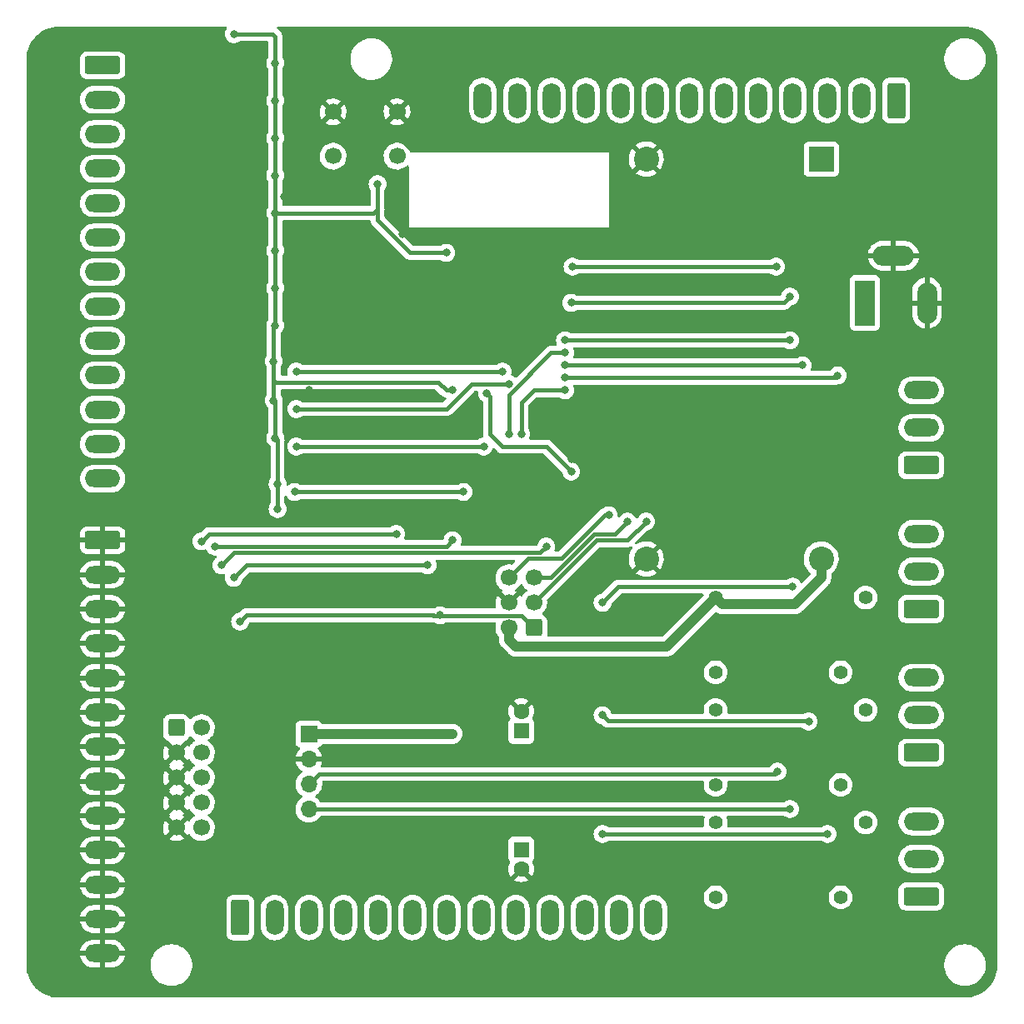
<source format=gbl>
%TF.GenerationSoftware,KiCad,Pcbnew,(6.0.0)*%
%TF.CreationDate,2022-03-13T20:29:15-04:00*%
%TF.ProjectId,alarm_panel_breakout,616c6172-6d5f-4706-916e-656c5f627265,rev?*%
%TF.SameCoordinates,Original*%
%TF.FileFunction,Copper,L2,Bot*%
%TF.FilePolarity,Positive*%
%FSLAX46Y46*%
G04 Gerber Fmt 4.6, Leading zero omitted, Abs format (unit mm)*
G04 Created by KiCad (PCBNEW (6.0.0)) date 2022-03-13 20:29:15*
%MOMM*%
%LPD*%
G01*
G04 APERTURE LIST*
G04 Aperture macros list*
%AMRoundRect*
0 Rectangle with rounded corners*
0 $1 Rounding radius*
0 $2 $3 $4 $5 $6 $7 $8 $9 X,Y pos of 4 corners*
0 Add a 4 corners polygon primitive as box body*
4,1,4,$2,$3,$4,$5,$6,$7,$8,$9,$2,$3,0*
0 Add four circle primitives for the rounded corners*
1,1,$1+$1,$2,$3*
1,1,$1+$1,$4,$5*
1,1,$1+$1,$6,$7*
1,1,$1+$1,$8,$9*
0 Add four rect primitives between the rounded corners*
20,1,$1+$1,$2,$3,$4,$5,0*
20,1,$1+$1,$4,$5,$6,$7,0*
20,1,$1+$1,$6,$7,$8,$9,0*
20,1,$1+$1,$8,$9,$2,$3,0*%
G04 Aperture macros list end*
%TA.AperFunction,ComponentPad*%
%ADD10R,2.540000X2.540000*%
%TD*%
%TA.AperFunction,ComponentPad*%
%ADD11C,2.540000*%
%TD*%
%TA.AperFunction,ComponentPad*%
%ADD12R,1.600000X1.600000*%
%TD*%
%TA.AperFunction,ComponentPad*%
%ADD13C,1.600000*%
%TD*%
%TA.AperFunction,ComponentPad*%
%ADD14C,1.400000*%
%TD*%
%TA.AperFunction,ComponentPad*%
%ADD15R,2.000000X4.600000*%
%TD*%
%TA.AperFunction,ComponentPad*%
%ADD16O,2.000000X4.200000*%
%TD*%
%TA.AperFunction,ComponentPad*%
%ADD17O,4.200000X2.000000*%
%TD*%
%TA.AperFunction,ComponentPad*%
%ADD18RoundRect,0.250000X-1.550000X0.650000X-1.550000X-0.650000X1.550000X-0.650000X1.550000X0.650000X0*%
%TD*%
%TA.AperFunction,ComponentPad*%
%ADD19O,3.600000X1.800000*%
%TD*%
%TA.AperFunction,ComponentPad*%
%ADD20RoundRect,0.250000X-0.650000X-1.550000X0.650000X-1.550000X0.650000X1.550000X-0.650000X1.550000X0*%
%TD*%
%TA.AperFunction,ComponentPad*%
%ADD21O,1.800000X3.600000*%
%TD*%
%TA.AperFunction,ComponentPad*%
%ADD22RoundRect,0.250000X-0.600000X-0.600000X0.600000X-0.600000X0.600000X0.600000X-0.600000X0.600000X0*%
%TD*%
%TA.AperFunction,ComponentPad*%
%ADD23C,1.700000*%
%TD*%
%TA.AperFunction,ComponentPad*%
%ADD24RoundRect,0.250000X1.550000X-0.650000X1.550000X0.650000X-1.550000X0.650000X-1.550000X-0.650000X0*%
%TD*%
%TA.AperFunction,ComponentPad*%
%ADD25RoundRect,0.250000X0.650000X1.550000X-0.650000X1.550000X-0.650000X-1.550000X0.650000X-1.550000X0*%
%TD*%
%TA.AperFunction,ComponentPad*%
%ADD26RoundRect,0.250000X0.600000X0.600000X-0.600000X0.600000X-0.600000X-0.600000X0.600000X-0.600000X0*%
%TD*%
%TA.AperFunction,ComponentPad*%
%ADD27R,1.700000X1.700000*%
%TD*%
%TA.AperFunction,ComponentPad*%
%ADD28O,1.700000X1.700000*%
%TD*%
%TA.AperFunction,ViaPad*%
%ADD29C,0.800000*%
%TD*%
%TA.AperFunction,Conductor*%
%ADD30C,0.400000*%
%TD*%
%TA.AperFunction,Conductor*%
%ADD31C,1.000000*%
%TD*%
G04 APERTURE END LIST*
D10*
%TO.P,U3,1,Vin*%
%TO.N,+12V*%
X77470000Y-10160000D03*
D11*
%TO.P,U3,2,GND*%
%TO.N,GND*%
X59690000Y-10160000D03*
%TO.P,U3,3,GND*%
X59690000Y-50800000D03*
%TO.P,U3,4,Vout*%
%TO.N,+5V*%
X77470000Y-50800000D03*
%TD*%
D12*
%TO.P,C4,1*%
%TO.N,+5V*%
X46990000Y-80324888D03*
D13*
%TO.P,C4,2*%
%TO.N,GND*%
X46990000Y-82324888D03*
%TD*%
D14*
%TO.P,K3,1*%
%TO.N,+5V*%
X66740000Y-77575000D03*
%TO.P,K3,2*%
%TO.N,/Relay1_2*%
X81980000Y-77575000D03*
%TO.P,K3,3*%
%TO.N,/Relay1*%
X79440000Y-85175000D03*
%TO.P,K3,4*%
%TO.N,Net-(D4-Pad2)*%
X66740000Y-85175000D03*
%TD*%
D15*
%TO.P,J9,1*%
%TO.N,+12V*%
X81915000Y-24780000D03*
D16*
%TO.P,J9,2*%
%TO.N,GND*%
X88215000Y-24780000D03*
D17*
%TO.P,J9,3*%
X84815000Y-19980000D03*
%TD*%
D18*
%TO.P,J11,1,Pin_1*%
%TO.N,/In_36*%
X4445000Y-635000D03*
D19*
%TO.P,J11,2,Pin_2*%
%TO.N,/In_39*%
X4445000Y-4135000D03*
%TO.P,J11,3,Pin_3*%
%TO.N,/In_34*%
X4445000Y-7635000D03*
%TO.P,J11,4,Pin_4*%
%TO.N,/In_35*%
X4445000Y-11135000D03*
%TO.P,J11,5,Pin_5*%
%TO.N,/In_32*%
X4445000Y-14635000D03*
%TO.P,J11,6,Pin_6*%
%TO.N,/In_33*%
X4445000Y-18135000D03*
%TO.P,J11,7,Pin_7*%
%TO.N,/In_25*%
X4445000Y-21635000D03*
%TO.P,J11,8,Pin_8*%
%TO.N,/In_26*%
X4445000Y-25135000D03*
%TO.P,J11,9,Pin_9*%
%TO.N,/In_27*%
X4445000Y-28635000D03*
%TO.P,J11,10,Pin_10*%
%TO.N,/In_23*%
X4445000Y-32135000D03*
%TO.P,J11,11,Pin_11*%
%TO.N,/In_19*%
X4445000Y-35635000D03*
%TO.P,J11,12,Pin_12*%
%TO.N,/In_5*%
X4445000Y-39135000D03*
%TO.P,J11,13,Pin_13*%
%TO.N,/In_4*%
X4445000Y-42635000D03*
%TD*%
D20*
%TO.P,J12,1,Pin_1*%
%TO.N,+5V*%
X18425000Y-87237500D03*
D21*
%TO.P,J12,2,Pin_2*%
X21925000Y-87237500D03*
%TO.P,J12,3,Pin_3*%
X25425000Y-87237500D03*
%TO.P,J12,4,Pin_4*%
X28925000Y-87237500D03*
%TO.P,J12,5,Pin_5*%
X32425000Y-87237500D03*
%TO.P,J12,6,Pin_6*%
X35925000Y-87237500D03*
%TO.P,J12,7,Pin_7*%
X39425000Y-87237500D03*
%TO.P,J12,8,Pin_8*%
X42925000Y-87237500D03*
%TO.P,J12,9,Pin_9*%
X46425000Y-87237500D03*
%TO.P,J12,10,Pin_10*%
X49925000Y-87237500D03*
%TO.P,J12,11,Pin_11*%
X53425000Y-87237500D03*
%TO.P,J12,12,Pin_12*%
X56925000Y-87237500D03*
%TO.P,J12,13,Pin_13*%
X60425000Y-87237500D03*
%TD*%
D12*
%TO.P,C5,1*%
%TO.N,+3V3*%
X46990000Y-68265113D03*
D13*
%TO.P,C5,2*%
%TO.N,GND*%
X46990000Y-66265113D03*
%TD*%
D22*
%TO.P,J1,1,Pin_1*%
%TO.N,+5V*%
X11947500Y-67945000D03*
D23*
%TO.P,J1,2,Pin_2*%
%TO.N,/ESP_IO14*%
X14487500Y-67945000D03*
%TO.P,J1,3,Pin_3*%
%TO.N,GND*%
X11947500Y-70485000D03*
%TO.P,J1,4,Pin_4*%
%TO.N,/ESP_IO13*%
X14487500Y-70485000D03*
%TO.P,J1,5,Pin_5*%
%TO.N,GND*%
X11947500Y-73025000D03*
%TO.P,J1,6,Pin_6*%
%TO.N,/ESP_IO15*%
X14487500Y-73025000D03*
%TO.P,J1,7,Pin_7*%
%TO.N,GND*%
X11947500Y-75565000D03*
%TO.P,J1,8,Pin_8*%
%TO.N,/ESP_IO12*%
X14487500Y-75565000D03*
%TO.P,J1,9,Pin_9*%
%TO.N,GND*%
X11947500Y-78105000D03*
%TO.P,J1,10,Pin_10*%
%TO.N,/ESP_EN*%
X14487500Y-78105000D03*
%TD*%
%TO.P,SW1,1,1*%
%TO.N,GND*%
X27865000Y-5370000D03*
%TO.P,SW1,2,2*%
X34365000Y-5370000D03*
%TO.P,SW1,3,K*%
%TO.N,/ESP_EN*%
X27865000Y-9870000D03*
%TO.P,SW1,4,A*%
X34365000Y-9870000D03*
%TD*%
D24*
%TO.P,J4,1,Pin_1*%
%TO.N,/Hot*%
X87630000Y-41275000D03*
D19*
%TO.P,J4,2,Pin_2*%
%TO.N,/Neutral*%
X87630000Y-37465000D03*
%TO.P,J4,3,Pin_3*%
%TO.N,/Earth*%
X87630000Y-33655000D03*
%TD*%
D25*
%TO.P,J10,1,Pin_1*%
%TO.N,+12V*%
X85080000Y-4202500D03*
D21*
%TO.P,J10,2,Pin_2*%
X81580000Y-4202500D03*
%TO.P,J10,3,Pin_3*%
X78080000Y-4202500D03*
%TO.P,J10,4,Pin_4*%
X74580000Y-4202500D03*
%TO.P,J10,5,Pin_5*%
X71080000Y-4202500D03*
%TO.P,J10,6,Pin_6*%
X67580000Y-4202500D03*
%TO.P,J10,7,Pin_7*%
X64080000Y-4202500D03*
%TO.P,J10,8,Pin_8*%
X60580000Y-4202500D03*
%TO.P,J10,9,Pin_9*%
X57080000Y-4202500D03*
%TO.P,J10,10,Pin_10*%
X53580000Y-4202500D03*
%TO.P,J10,11,Pin_11*%
X50080000Y-4202500D03*
%TO.P,J10,12,Pin_12*%
X46580000Y-4202500D03*
%TO.P,J10,13,Pin_13*%
X43080000Y-4202500D03*
%TD*%
D14*
%TO.P,K1,1*%
%TO.N,+5V*%
X66740000Y-54715000D03*
%TO.P,K1,2*%
%TO.N,/Relay3_2*%
X81980000Y-54715000D03*
%TO.P,K1,3*%
%TO.N,/Relay3*%
X79440000Y-62315000D03*
%TO.P,K1,4*%
%TO.N,Net-(D2-Pad2)*%
X66740000Y-62315000D03*
%TD*%
D26*
%TO.P,J2,1,Pin_1*%
%TO.N,/ESP_EN*%
X48260000Y-57785000D03*
D23*
%TO.P,J2,2,Pin_2*%
%TO.N,+5V*%
X45720000Y-57785000D03*
%TO.P,J2,3,Pin_3*%
%TO.N,/ESP_IO1*%
X48260000Y-55245000D03*
%TO.P,J2,4,Pin_4*%
%TO.N,GND*%
X45720000Y-55245000D03*
%TO.P,J2,5,Pin_5*%
%TO.N,/ESP_IO3*%
X48260000Y-52705000D03*
%TO.P,J2,6,Pin_6*%
%TO.N,/ESP_IO0*%
X45720000Y-52705000D03*
%TD*%
D24*
%TO.P,J8,1,Pin_1*%
%TO.N,/Relay3*%
X87630000Y-55880000D03*
D19*
%TO.P,J8,2,Pin_2*%
%TO.N,/Relay3_2*%
X87630000Y-52070000D03*
%TO.P,J8,3,Pin_3*%
%TO.N,/Neutral*%
X87630000Y-48260000D03*
%TD*%
D14*
%TO.P,K2,1*%
%TO.N,+5V*%
X66740000Y-66145000D03*
%TO.P,K2,2*%
%TO.N,/Relay2_2*%
X81980000Y-66145000D03*
%TO.P,K2,3*%
%TO.N,/Relay2*%
X79440000Y-73745000D03*
%TO.P,K2,4*%
%TO.N,Net-(D3-Pad2)*%
X66740000Y-73745000D03*
%TD*%
D18*
%TO.P,J13,1,Pin_1*%
%TO.N,GND*%
X4445000Y-48895000D03*
D19*
%TO.P,J13,2,Pin_2*%
X4445000Y-52395000D03*
%TO.P,J13,3,Pin_3*%
X4445000Y-55895000D03*
%TO.P,J13,4,Pin_4*%
X4445000Y-59395000D03*
%TO.P,J13,5,Pin_5*%
X4445000Y-62895000D03*
%TO.P,J13,6,Pin_6*%
X4445000Y-66395000D03*
%TO.P,J13,7,Pin_7*%
X4445000Y-69895000D03*
%TO.P,J13,8,Pin_8*%
X4445000Y-73395000D03*
%TO.P,J13,9,Pin_9*%
X4445000Y-76895000D03*
%TO.P,J13,10,Pin_10*%
X4445000Y-80395000D03*
%TO.P,J13,11,Pin_11*%
X4445000Y-83895000D03*
%TO.P,J13,12,Pin_12*%
X4445000Y-87395000D03*
%TO.P,J13,13,Pin_13*%
X4445000Y-90895000D03*
%TD*%
D27*
%TO.P,J3,1,Pin_1*%
%TO.N,+3V3*%
X25400000Y-68590000D03*
D28*
%TO.P,J3,2,Pin_2*%
%TO.N,GND*%
X25400000Y-71130000D03*
%TO.P,J3,3,Pin_3*%
%TO.N,/ESP_IO22*%
X25400000Y-73670000D03*
%TO.P,J3,4,Pin_4*%
%TO.N,/ESP_IO21*%
X25400000Y-76210000D03*
%TD*%
D24*
%TO.P,J7,1,Pin_1*%
%TO.N,/Relay2*%
X87630000Y-70485000D03*
D19*
%TO.P,J7,2,Pin_2*%
%TO.N,/Relay2_2*%
X87630000Y-66675000D03*
%TO.P,J7,3,Pin_3*%
%TO.N,/Neutral*%
X87630000Y-62865000D03*
%TD*%
D24*
%TO.P,J6,1,Pin_1*%
%TO.N,/Relay1*%
X87630000Y-85090000D03*
D19*
%TO.P,J6,2,Pin_2*%
%TO.N,/Relay1_2*%
X87630000Y-81280000D03*
%TO.P,J6,3,Pin_3*%
%TO.N,/Neutral*%
X87630000Y-77470000D03*
%TD*%
D29*
%TO.N,+3V3*%
X21829520Y-30719520D03*
%TO.N,GND*%
X17145000Y-31115000D03*
X34925000Y-17780000D03*
X41910000Y-41275000D03*
X23495000Y-10160000D03*
X17145000Y-34925000D03*
X17145000Y-12065000D03*
X17145000Y-4445000D03*
X17145000Y-8255000D03*
X17145000Y-46355000D03*
X24765000Y0D03*
X24130000Y-18415000D03*
X17145000Y-15875000D03*
X25400000Y-33655000D03*
X23495000Y-25400000D03*
X40005000Y-37465000D03*
X17145000Y-19685000D03*
X17145000Y-23495000D03*
X24765000Y-2540000D03*
X17145000Y-38735000D03*
X23495000Y-29845000D03*
X22860000Y-13970000D03*
X17145000Y-42545000D03*
X17145000Y-27305000D03*
X17145000Y-635000D03*
X23495000Y-6350000D03*
X52070000Y-40640000D03*
X23495000Y-22225000D03*
%TO.N,/ESP_EN*%
X38735000Y-56515000D03*
X18415000Y-57150000D03*
%TO.N,+3V3*%
X22225000Y-45720000D03*
X21985480Y-27065480D03*
X21985480Y-19445480D03*
X21985480Y-8015480D03*
X21985480Y-4205480D03*
X21985480Y-11825480D03*
X39370000Y-19685000D03*
X40005000Y-68580000D03*
X43497500Y-33972500D03*
X17780000Y2540000D03*
X21985480Y-38495480D03*
X22225000Y-43180000D03*
X52070000Y-41910000D03*
X32385000Y-12700000D03*
X21985480Y-15635480D03*
X21829520Y-34685480D03*
X21985480Y-23255480D03*
X40005000Y-33655000D03*
X21985480Y-395480D03*
%TO.N,/ESP_IO14*%
X14487500Y-49012500D03*
X34290000Y-48260000D03*
%TO.N,/ESP_IO13*%
X15875000Y-49530000D03*
X40005000Y-48895000D03*
%TO.N,/ESP_IO15*%
X16510000Y-51435000D03*
X49530000Y-49530000D03*
%TO.N,/ESP_IO12*%
X17780000Y-52705000D03*
X37465000Y-51435000D03*
%TO.N,/ESP_IO1*%
X59690000Y-46990000D03*
%TO.N,/ESP_IO3*%
X57785000Y-46990000D03*
%TO.N,/ESP_IO0*%
X55880000Y-46355000D03*
%TO.N,/ESP_IO22*%
X52199031Y-21084031D03*
X73025000Y-72390000D03*
X72895969Y-21084031D03*
%TO.N,/ESP_IO21*%
X52070000Y-24765000D03*
X74295000Y-76200000D03*
X74295000Y-24130000D03*
%TO.N,/ESP_IO23*%
X24130000Y-31750000D03*
X45085000Y-31750000D03*
%TO.N,/ESP_IO19*%
X45720000Y-33020000D03*
X24130000Y-35560000D03*
%TO.N,/ESP_IO4*%
X23965489Y-43979511D03*
X41110489Y-43979511D03*
X51435000Y-33655000D03*
X46990000Y-38100000D03*
%TO.N,/ESP_IO5*%
X51435000Y-29845000D03*
X45720000Y-38100000D03*
X43180000Y-39370000D03*
X24130000Y-39370000D03*
%TO.N,/ESP_IO18*%
X74570489Y-53615489D03*
X51435000Y-28575000D03*
X74295000Y-28575000D03*
X55245000Y-55245000D03*
%TO.N,/ESP_IO17*%
X55245000Y-66675000D03*
X75565000Y-31115000D03*
X76200000Y-67310000D03*
X51435000Y-31115000D03*
%TO.N,/ESP_IO16*%
X78105000Y-78740000D03*
X55245000Y-78740000D03*
X51435000Y-32385000D03*
X79139511Y-32149511D03*
%TD*%
D30*
%TO.N,+3V3*%
X21985480Y2300480D02*
X21985480Y-395480D01*
X21745960Y2540000D02*
X21985480Y2300480D01*
X17780000Y2540000D02*
X21745960Y2540000D01*
D31*
%TO.N,+5V*%
X77470000Y-50800000D02*
X77470000Y-52707114D01*
X61765000Y-59690000D02*
X66740000Y-54715000D01*
X77470000Y-52707114D02*
X74762114Y-55415000D01*
X74762114Y-55415000D02*
X67440000Y-55415000D01*
X46422919Y-59690000D02*
X61765000Y-59690000D01*
X67440000Y-55415000D02*
X66740000Y-54715000D01*
X45720000Y-57785000D02*
X45720000Y-58987081D01*
X45720000Y-58987081D02*
X46422919Y-59690000D01*
D30*
%TO.N,/ESP_EN*%
X48260000Y-57785000D02*
X47010489Y-56535489D01*
X19050000Y-56515000D02*
X18415000Y-57150000D01*
X47010489Y-56535489D02*
X38079511Y-56535489D01*
X38059022Y-56515000D02*
X19050000Y-56515000D01*
X38079511Y-56535489D02*
X38059022Y-56515000D01*
%TO.N,+3V3*%
X21985480Y-15635480D02*
X31989520Y-15635480D01*
X21985480Y-8015480D02*
X21985480Y-4205480D01*
X43815000Y-38100000D02*
X45085000Y-39370000D01*
X22225000Y-43180000D02*
X22225000Y-38735000D01*
X21829520Y-34685480D02*
X21829520Y-32624520D01*
X39370000Y-19685000D02*
X35699320Y-19685000D01*
X32385000Y-15240000D02*
X32385000Y-12700000D01*
X21829520Y-32624520D02*
X21829520Y-30719520D01*
D31*
X39995000Y-68590000D02*
X25400000Y-68590000D01*
D30*
X22225000Y-43180000D02*
X22225000Y-45720000D01*
X32385000Y-16370680D02*
X32385000Y-15240000D01*
X45085000Y-39370000D02*
X49530000Y-39370000D01*
X21829520Y-27221440D02*
X21985480Y-27065480D01*
X21985480Y-27065480D02*
X21985480Y-23255480D01*
X21985480Y-11825480D02*
X21985480Y-8015480D01*
X38570489Y-32855489D02*
X22060489Y-32855489D01*
X39370000Y-33655000D02*
X38570489Y-32855489D01*
X39370000Y-33655000D02*
X40005000Y-33655000D01*
X21985480Y-38495480D02*
X21985480Y-34841440D01*
X31989520Y-15635480D02*
X32385000Y-15240000D01*
X21985480Y-34841440D02*
X21829520Y-34685480D01*
X22225000Y-38735000D02*
X21985480Y-38495480D01*
X21985480Y-15635480D02*
X21985480Y-11825480D01*
X21985480Y-23255480D02*
X21985480Y-19445480D01*
X21829520Y-30719520D02*
X21829520Y-27221440D01*
D31*
X40005000Y-68580000D02*
X39995000Y-68590000D01*
D30*
X22060489Y-32855489D02*
X21829520Y-32624520D01*
X21985480Y-19445480D02*
X21985480Y-15635480D01*
X43497500Y-33972500D02*
X43815000Y-34290000D01*
X49530000Y-39370000D02*
X52070000Y-41910000D01*
X35699320Y-19685000D02*
X32385000Y-16370680D01*
X43815000Y-34290000D02*
X43815000Y-38100000D01*
X21985480Y-4205480D02*
X21985480Y-395480D01*
%TO.N,/ESP_IO14*%
X14487500Y-49012500D02*
X15240000Y-48260000D01*
X15240000Y-48260000D02*
X34290000Y-48260000D01*
%TO.N,/ESP_IO13*%
X15875000Y-49530000D02*
X39370000Y-49530000D01*
X39370000Y-49530000D02*
X40005000Y-48895000D01*
%TO.N,/ESP_IO15*%
X17780000Y-50165000D02*
X48895000Y-50165000D01*
X16510000Y-51435000D02*
X17780000Y-50165000D01*
X48895000Y-50165000D02*
X49530000Y-49530000D01*
%TO.N,/ESP_IO12*%
X17780000Y-52705000D02*
X19050000Y-51435000D01*
X19050000Y-51435000D02*
X37465000Y-51435000D01*
%TO.N,/ESP_IO1*%
X59690000Y-46990000D02*
X57785000Y-48895000D01*
X48260000Y-55245000D02*
X54610000Y-48895000D01*
X57785000Y-48895000D02*
X57150000Y-48895000D01*
X54610000Y-48895000D02*
X57150000Y-48895000D01*
%TO.N,/ESP_IO3*%
X57785000Y-46990000D02*
X56479520Y-48295480D01*
X49952150Y-52705000D02*
X54361671Y-48295480D01*
X54361671Y-48295480D02*
X55209520Y-48295480D01*
X56479520Y-48295480D02*
X55209520Y-48295480D01*
X48260000Y-52705000D02*
X49952150Y-52705000D01*
%TO.N,/ESP_IO0*%
X51044780Y-50764520D02*
X53444650Y-48364650D01*
X47660480Y-50764520D02*
X51044780Y-50764520D01*
X55454300Y-46355000D02*
X55880000Y-46355000D01*
X53444650Y-48364650D02*
X55454300Y-46355000D01*
X45720000Y-52705000D02*
X47660480Y-50764520D01*
%TO.N,/ESP_IO22*%
X26424511Y-72645489D02*
X72769511Y-72645489D01*
X25400000Y-73670000D02*
X26424511Y-72645489D01*
X72769511Y-72645489D02*
X73025000Y-72390000D01*
X72895969Y-21084031D02*
X52199031Y-21084031D01*
%TO.N,/ESP_IO21*%
X74285000Y-76210000D02*
X74295000Y-76200000D01*
X74295000Y-24130000D02*
X73660000Y-24765000D01*
X73660000Y-24765000D02*
X52070000Y-24765000D01*
X25400000Y-76210000D02*
X74285000Y-76210000D01*
%TO.N,/ESP_IO23*%
X45085000Y-31750000D02*
X24130000Y-31750000D01*
%TO.N,/ESP_IO19*%
X41910000Y-33020000D02*
X45720000Y-33020000D01*
X24130000Y-35560000D02*
X39370000Y-35560000D01*
X39370000Y-35560000D02*
X41910000Y-33020000D01*
%TO.N,/ESP_IO4*%
X23965489Y-43979511D02*
X41110489Y-43979511D01*
X48260000Y-33655000D02*
X46990000Y-34925000D01*
X51435000Y-33655000D02*
X48260000Y-33655000D01*
X46990000Y-34925000D02*
X46990000Y-38100000D01*
%TO.N,/ESP_IO5*%
X24130000Y-39370000D02*
X43180000Y-39370000D01*
X45720000Y-34150680D02*
X45720000Y-38100000D01*
X51435000Y-29845000D02*
X50025680Y-29845000D01*
X50025680Y-29845000D02*
X45720000Y-34150680D01*
%TO.N,/ESP_IO18*%
X74295000Y-28575000D02*
X51435000Y-28575000D01*
X56874511Y-53615489D02*
X74570489Y-53615489D01*
X55245000Y-55245000D02*
X56874511Y-53615489D01*
%TO.N,/ESP_IO17*%
X55245000Y-66675000D02*
X55814511Y-67244511D01*
X75565000Y-31115000D02*
X51435000Y-31115000D01*
X55814511Y-67244511D02*
X76134511Y-67244511D01*
X76134511Y-67244511D02*
X76200000Y-67310000D01*
%TO.N,/ESP_IO16*%
X55245000Y-78740000D02*
X78105000Y-78740000D01*
X78904022Y-32385000D02*
X51435000Y-32385000D01*
X79139511Y-32149511D02*
X78904022Y-32385000D01*
%TD*%
%TA.AperFunction,Conductor*%
%TO.N,GND*%
G36*
X17028722Y3281998D02*
G01*
X17075215Y3228342D01*
X17085319Y3158068D01*
X17054238Y3091691D01*
X17040960Y3076944D01*
X16945473Y2911556D01*
X16886458Y2729928D01*
X16885768Y2723367D01*
X16885768Y2723365D01*
X16879867Y2667221D01*
X16866496Y2540000D01*
X16886458Y2350072D01*
X16945473Y2168444D01*
X17040960Y2003056D01*
X17045378Y1998149D01*
X17045379Y1998148D01*
X17164325Y1866045D01*
X17168747Y1861134D01*
X17267843Y1789136D01*
X17310916Y1757842D01*
X17323248Y1748882D01*
X17329276Y1746198D01*
X17329278Y1746197D01*
X17420686Y1705500D01*
X17497712Y1671206D01*
X17591113Y1651353D01*
X17678056Y1632872D01*
X17678061Y1632872D01*
X17684513Y1631500D01*
X17875487Y1631500D01*
X17881939Y1632872D01*
X17881944Y1632872D01*
X17968887Y1651353D01*
X18062288Y1671206D01*
X18139314Y1705500D01*
X18230722Y1746197D01*
X18230724Y1746198D01*
X18236752Y1748882D01*
X18249085Y1757842D01*
X18317344Y1807436D01*
X18384211Y1831294D01*
X18391405Y1831500D01*
X21150980Y1831500D01*
X21219101Y1811498D01*
X21265594Y1757842D01*
X21276980Y1705500D01*
X21276980Y223264D01*
X21256978Y155143D01*
X21252916Y149203D01*
X21250859Y146372D01*
X21246440Y141464D01*
X21243139Y135746D01*
X21243138Y135745D01*
X21161146Y-6270D01*
X21150953Y-23924D01*
X21091938Y-205552D01*
X21071976Y-395480D01*
X21091938Y-585408D01*
X21150953Y-767036D01*
X21246440Y-932424D01*
X21250859Y-937332D01*
X21252916Y-940163D01*
X21276775Y-1007031D01*
X21276980Y-1014224D01*
X21276980Y-3586736D01*
X21256978Y-3654857D01*
X21252916Y-3660797D01*
X21250859Y-3663628D01*
X21246440Y-3668536D01*
X21150953Y-3833924D01*
X21091938Y-4015552D01*
X21091248Y-4022113D01*
X21091248Y-4022115D01*
X21086938Y-4063127D01*
X21071976Y-4205480D01*
X21072666Y-4212045D01*
X21082115Y-4301943D01*
X21091938Y-4395408D01*
X21150953Y-4577036D01*
X21154256Y-4582758D01*
X21154257Y-4582759D01*
X21217710Y-4692662D01*
X21246440Y-4742424D01*
X21250859Y-4747332D01*
X21252916Y-4750163D01*
X21276775Y-4817031D01*
X21276980Y-4824224D01*
X21276980Y-7396736D01*
X21256978Y-7464857D01*
X21252916Y-7470797D01*
X21250859Y-7473628D01*
X21246440Y-7478536D01*
X21243139Y-7484254D01*
X21243138Y-7484255D01*
X21194551Y-7568411D01*
X21150953Y-7643924D01*
X21091938Y-7825552D01*
X21071976Y-8015480D01*
X21091938Y-8205408D01*
X21150953Y-8387036D01*
X21154256Y-8392758D01*
X21154257Y-8392759D01*
X21222042Y-8510165D01*
X21246440Y-8552424D01*
X21250859Y-8557332D01*
X21252916Y-8560163D01*
X21276775Y-8627031D01*
X21276980Y-8634224D01*
X21276980Y-11206736D01*
X21256978Y-11274857D01*
X21252916Y-11280797D01*
X21250859Y-11283628D01*
X21246440Y-11288536D01*
X21243139Y-11294254D01*
X21243138Y-11294255D01*
X21235622Y-11307274D01*
X21150953Y-11453924D01*
X21091938Y-11635552D01*
X21091248Y-11642113D01*
X21091248Y-11642115D01*
X21087613Y-11676705D01*
X21071976Y-11825480D01*
X21072666Y-11832045D01*
X21087367Y-11971913D01*
X21091938Y-12015408D01*
X21150953Y-12197036D01*
X21154256Y-12202758D01*
X21154257Y-12202759D01*
X21230450Y-12334729D01*
X21246440Y-12362424D01*
X21250859Y-12367332D01*
X21252916Y-12370163D01*
X21276775Y-12437031D01*
X21276980Y-12444224D01*
X21276980Y-15016736D01*
X21256978Y-15084857D01*
X21252916Y-15090797D01*
X21250859Y-15093628D01*
X21246440Y-15098536D01*
X21243139Y-15104254D01*
X21243138Y-15104255D01*
X21207012Y-15166828D01*
X21150953Y-15263924D01*
X21091938Y-15445552D01*
X21091248Y-15452113D01*
X21091248Y-15452115D01*
X21072666Y-15628915D01*
X21071976Y-15635480D01*
X21091938Y-15825408D01*
X21150953Y-16007036D01*
X21154256Y-16012758D01*
X21154257Y-16012759D01*
X21176799Y-16051803D01*
X21246440Y-16172424D01*
X21250859Y-16177332D01*
X21252916Y-16180163D01*
X21276775Y-16247031D01*
X21276980Y-16254224D01*
X21276980Y-18826736D01*
X21256978Y-18894857D01*
X21252916Y-18900797D01*
X21250859Y-18903628D01*
X21246440Y-18908536D01*
X21243139Y-18914254D01*
X21243138Y-18914255D01*
X21190092Y-19006134D01*
X21150953Y-19073924D01*
X21091938Y-19255552D01*
X21091248Y-19262113D01*
X21091248Y-19262115D01*
X21084006Y-19331024D01*
X21071976Y-19445480D01*
X21072666Y-19452045D01*
X21083782Y-19557804D01*
X21091938Y-19635408D01*
X21150953Y-19817036D01*
X21154256Y-19822758D01*
X21154257Y-19822759D01*
X21243138Y-19976705D01*
X21246440Y-19982424D01*
X21250859Y-19987332D01*
X21252916Y-19990163D01*
X21276775Y-20057031D01*
X21276980Y-20064224D01*
X21276980Y-22636736D01*
X21256978Y-22704857D01*
X21252916Y-22710797D01*
X21250859Y-22713628D01*
X21246440Y-22718536D01*
X21243139Y-22724254D01*
X21243138Y-22724255D01*
X21161934Y-22864905D01*
X21150953Y-22883924D01*
X21091938Y-23065552D01*
X21071976Y-23255480D01*
X21091938Y-23445408D01*
X21150953Y-23627036D01*
X21154256Y-23632758D01*
X21154257Y-23632759D01*
X21243138Y-23786705D01*
X21246440Y-23792424D01*
X21250859Y-23797332D01*
X21252916Y-23800163D01*
X21276775Y-23867031D01*
X21276980Y-23874224D01*
X21276980Y-26446736D01*
X21256978Y-26514857D01*
X21252916Y-26520797D01*
X21250859Y-26523628D01*
X21246440Y-26528536D01*
X21243139Y-26534254D01*
X21243138Y-26534255D01*
X21218884Y-26576265D01*
X21150953Y-26693924D01*
X21091938Y-26875552D01*
X21091248Y-26882113D01*
X21091248Y-26882115D01*
X21089808Y-26895814D01*
X21071976Y-27065480D01*
X21072666Y-27072045D01*
X21090971Y-27246203D01*
X21091938Y-27255408D01*
X21105090Y-27295884D01*
X21114853Y-27325932D01*
X21121020Y-27364869D01*
X21121020Y-30100776D01*
X21101018Y-30168897D01*
X21096956Y-30174837D01*
X21094899Y-30177668D01*
X21090480Y-30182576D01*
X21087179Y-30188294D01*
X21087178Y-30188295D01*
X21044297Y-30262568D01*
X20994993Y-30347964D01*
X20935978Y-30529592D01*
X20935288Y-30536153D01*
X20935288Y-30536155D01*
X20916706Y-30712955D01*
X20916016Y-30719520D01*
X20916706Y-30726085D01*
X20935282Y-30902822D01*
X20935978Y-30909448D01*
X20994993Y-31091076D01*
X20998296Y-31096798D01*
X20998297Y-31096799D01*
X21081558Y-31241011D01*
X21090480Y-31256464D01*
X21094899Y-31261372D01*
X21096956Y-31264203D01*
X21120815Y-31331071D01*
X21121020Y-31338264D01*
X21121020Y-32595608D01*
X21120728Y-32604178D01*
X21117311Y-32654295D01*
X21117311Y-32654299D01*
X21116795Y-32661872D01*
X21118100Y-32669349D01*
X21118100Y-32669352D01*
X21119144Y-32675332D01*
X21121020Y-32696994D01*
X21121020Y-34066736D01*
X21101018Y-34134857D01*
X21096956Y-34140797D01*
X21094899Y-34143628D01*
X21090480Y-34148536D01*
X21087179Y-34154254D01*
X21087178Y-34154255D01*
X21015528Y-34278357D01*
X20994993Y-34313924D01*
X20935978Y-34495552D01*
X20935288Y-34502113D01*
X20935288Y-34502115D01*
X20932911Y-34524729D01*
X20916016Y-34685480D01*
X20916706Y-34692045D01*
X20933163Y-34848621D01*
X20935978Y-34875408D01*
X20994993Y-35057036D01*
X20998296Y-35062758D01*
X20998297Y-35062759D01*
X20998725Y-35063500D01*
X21090480Y-35222424D01*
X21218267Y-35364346D01*
X21223604Y-35368224D01*
X21223610Y-35368229D01*
X21225038Y-35369266D01*
X21225665Y-35370079D01*
X21228519Y-35372649D01*
X21228049Y-35373171D01*
X21268393Y-35425487D01*
X21276980Y-35471204D01*
X21276980Y-37876736D01*
X21256978Y-37944857D01*
X21252916Y-37950797D01*
X21250859Y-37953628D01*
X21246440Y-37958536D01*
X21243139Y-37964254D01*
X21243138Y-37964255D01*
X21164766Y-38100000D01*
X21150953Y-38123924D01*
X21091938Y-38305552D01*
X21071976Y-38495480D01*
X21072666Y-38502045D01*
X21091131Y-38677726D01*
X21091938Y-38685408D01*
X21150953Y-38867036D01*
X21154256Y-38872758D01*
X21154257Y-38872759D01*
X21154685Y-38873500D01*
X21246440Y-39032424D01*
X21374227Y-39174346D01*
X21445080Y-39225824D01*
X21464561Y-39239978D01*
X21507915Y-39296201D01*
X21516500Y-39341914D01*
X21516500Y-42561256D01*
X21496498Y-42629377D01*
X21492436Y-42635317D01*
X21490379Y-42638148D01*
X21485960Y-42643056D01*
X21482659Y-42648774D01*
X21482658Y-42648775D01*
X21409142Y-42776109D01*
X21390473Y-42808444D01*
X21331458Y-42990072D01*
X21330768Y-42996633D01*
X21330768Y-42996635D01*
X21326083Y-43041211D01*
X21311496Y-43180000D01*
X21312186Y-43186565D01*
X21321062Y-43271011D01*
X21331458Y-43369928D01*
X21390473Y-43551556D01*
X21393776Y-43557278D01*
X21393777Y-43557279D01*
X21446397Y-43648419D01*
X21485960Y-43716944D01*
X21490379Y-43721852D01*
X21492436Y-43724683D01*
X21516295Y-43791551D01*
X21516500Y-43798744D01*
X21516500Y-45101256D01*
X21496498Y-45169377D01*
X21492436Y-45175317D01*
X21490379Y-45178148D01*
X21485960Y-45183056D01*
X21390473Y-45348444D01*
X21331458Y-45530072D01*
X21330768Y-45536633D01*
X21330768Y-45536635D01*
X21317668Y-45661276D01*
X21311496Y-45720000D01*
X21331458Y-45909928D01*
X21390473Y-46091556D01*
X21485960Y-46256944D01*
X21490378Y-46261851D01*
X21490379Y-46261852D01*
X21534753Y-46311134D01*
X21613747Y-46398866D01*
X21768248Y-46511118D01*
X21774276Y-46513802D01*
X21774278Y-46513803D01*
X21936681Y-46586109D01*
X21942712Y-46588794D01*
X22036112Y-46608647D01*
X22123056Y-46627128D01*
X22123061Y-46627128D01*
X22129513Y-46628500D01*
X22320487Y-46628500D01*
X22326939Y-46627128D01*
X22326944Y-46627128D01*
X22413888Y-46608647D01*
X22507288Y-46588794D01*
X22513319Y-46586109D01*
X22675722Y-46513803D01*
X22675724Y-46513802D01*
X22681752Y-46511118D01*
X22836253Y-46398866D01*
X22915247Y-46311134D01*
X22959621Y-46261852D01*
X22959622Y-46261851D01*
X22964040Y-46256944D01*
X23059527Y-46091556D01*
X23118542Y-45909928D01*
X23138504Y-45720000D01*
X23132332Y-45661276D01*
X23119232Y-45536635D01*
X23119232Y-45536633D01*
X23118542Y-45530072D01*
X23059527Y-45348444D01*
X22964040Y-45183056D01*
X22959621Y-45178148D01*
X22957564Y-45175317D01*
X22933705Y-45108449D01*
X22933500Y-45101256D01*
X22933500Y-44479291D01*
X22953502Y-44411170D01*
X23007158Y-44364677D01*
X23077432Y-44354573D01*
X23142012Y-44384067D01*
X23168619Y-44416291D01*
X23226449Y-44516455D01*
X23354236Y-44658377D01*
X23508737Y-44770629D01*
X23514765Y-44773313D01*
X23514767Y-44773314D01*
X23677170Y-44845620D01*
X23683201Y-44848305D01*
X23776602Y-44868158D01*
X23863545Y-44886639D01*
X23863550Y-44886639D01*
X23870002Y-44888011D01*
X24060976Y-44888011D01*
X24067428Y-44886639D01*
X24067433Y-44886639D01*
X24154376Y-44868158D01*
X24247777Y-44848305D01*
X24253808Y-44845620D01*
X24416211Y-44773314D01*
X24416213Y-44773313D01*
X24422241Y-44770629D01*
X24502833Y-44712075D01*
X24569700Y-44688217D01*
X24576894Y-44688011D01*
X40499084Y-44688011D01*
X40567205Y-44708013D01*
X40573145Y-44712075D01*
X40653737Y-44770629D01*
X40659765Y-44773313D01*
X40659767Y-44773314D01*
X40822170Y-44845620D01*
X40828201Y-44848305D01*
X40921602Y-44868158D01*
X41008545Y-44886639D01*
X41008550Y-44886639D01*
X41015002Y-44888011D01*
X41205976Y-44888011D01*
X41212428Y-44886639D01*
X41212433Y-44886639D01*
X41299376Y-44868158D01*
X41392777Y-44848305D01*
X41398808Y-44845620D01*
X41561211Y-44773314D01*
X41561213Y-44773313D01*
X41567241Y-44770629D01*
X41721742Y-44658377D01*
X41849529Y-44516455D01*
X41910315Y-44411170D01*
X41941712Y-44356790D01*
X41941713Y-44356789D01*
X41945016Y-44351067D01*
X42004031Y-44169439D01*
X42023993Y-43979511D01*
X42012500Y-43870157D01*
X42004721Y-43796146D01*
X42004721Y-43796144D01*
X42004031Y-43789583D01*
X41945016Y-43607955D01*
X41849529Y-43442567D01*
X41793104Y-43379900D01*
X41726164Y-43305556D01*
X41726163Y-43305555D01*
X41721742Y-43300645D01*
X41567241Y-43188393D01*
X41561213Y-43185709D01*
X41561211Y-43185708D01*
X41398808Y-43113402D01*
X41398807Y-43113402D01*
X41392777Y-43110717D01*
X41299377Y-43090864D01*
X41212433Y-43072383D01*
X41212428Y-43072383D01*
X41205976Y-43071011D01*
X41015002Y-43071011D01*
X41008550Y-43072383D01*
X41008545Y-43072383D01*
X40921601Y-43090864D01*
X40828201Y-43110717D01*
X40822171Y-43113402D01*
X40822170Y-43113402D01*
X40659767Y-43185708D01*
X40659765Y-43185709D01*
X40653737Y-43188393D01*
X40648396Y-43192273D01*
X40648395Y-43192274D01*
X40573145Y-43246947D01*
X40506278Y-43270805D01*
X40499084Y-43271011D01*
X24576894Y-43271011D01*
X24508773Y-43251009D01*
X24502833Y-43246947D01*
X24427583Y-43192274D01*
X24427582Y-43192273D01*
X24422241Y-43188393D01*
X24416213Y-43185709D01*
X24416211Y-43185708D01*
X24253808Y-43113402D01*
X24253807Y-43113402D01*
X24247777Y-43110717D01*
X24154377Y-43090864D01*
X24067433Y-43072383D01*
X24067428Y-43072383D01*
X24060976Y-43071011D01*
X23870002Y-43071011D01*
X23863550Y-43072383D01*
X23863545Y-43072383D01*
X23776601Y-43090864D01*
X23683201Y-43110717D01*
X23677171Y-43113402D01*
X23677170Y-43113402D01*
X23514767Y-43185708D01*
X23514765Y-43185709D01*
X23508737Y-43188393D01*
X23503396Y-43192273D01*
X23503395Y-43192274D01*
X23395024Y-43271011D01*
X23354236Y-43300645D01*
X23349814Y-43305556D01*
X23345774Y-43309194D01*
X23281767Y-43339913D01*
X23211313Y-43331151D01*
X23156781Y-43285689D01*
X23135484Y-43217962D01*
X23136151Y-43202391D01*
X23137814Y-43186567D01*
X23137814Y-43186565D01*
X23138504Y-43180000D01*
X23123917Y-43041211D01*
X23119232Y-42996635D01*
X23119232Y-42996633D01*
X23118542Y-42990072D01*
X23059527Y-42808444D01*
X23040859Y-42776109D01*
X22967342Y-42648775D01*
X22967341Y-42648774D01*
X22964040Y-42643056D01*
X22959621Y-42638148D01*
X22957564Y-42635317D01*
X22933705Y-42568449D01*
X22933500Y-42561256D01*
X22933500Y-38763911D01*
X22933792Y-38755342D01*
X22937209Y-38705223D01*
X22937209Y-38705219D01*
X22937725Y-38697647D01*
X22926736Y-38634685D01*
X22925777Y-38628182D01*
X22920896Y-38587842D01*
X22918102Y-38564758D01*
X22915416Y-38557649D01*
X22914784Y-38555078D01*
X22910317Y-38538747D01*
X22909548Y-38536199D01*
X22908242Y-38528716D01*
X22905191Y-38521764D01*
X22903349Y-38515664D01*
X22898663Y-38492423D01*
X22879712Y-38312114D01*
X22879711Y-38312111D01*
X22879022Y-38305552D01*
X22820007Y-38123924D01*
X22806195Y-38100000D01*
X22727822Y-37964255D01*
X22727821Y-37964254D01*
X22724520Y-37958536D01*
X22720101Y-37953628D01*
X22718044Y-37950797D01*
X22694185Y-37883929D01*
X22693980Y-37876736D01*
X22693980Y-34984869D01*
X22700147Y-34945932D01*
X22723062Y-34875408D01*
X22725878Y-34848621D01*
X22742334Y-34692045D01*
X22743024Y-34685480D01*
X22726129Y-34524729D01*
X22723752Y-34502115D01*
X22723752Y-34502113D01*
X22723062Y-34495552D01*
X22664047Y-34313924D01*
X22643513Y-34278357D01*
X22571862Y-34154255D01*
X22571861Y-34154254D01*
X22568560Y-34148536D01*
X22564141Y-34143628D01*
X22562084Y-34140797D01*
X22538225Y-34073929D01*
X22538020Y-34066736D01*
X22538020Y-33689989D01*
X22558022Y-33621868D01*
X22611678Y-33575375D01*
X22664020Y-33563989D01*
X38224828Y-33563989D01*
X38292949Y-33583991D01*
X38313924Y-33600894D01*
X38585461Y-33872432D01*
X38848565Y-34135536D01*
X38854418Y-34141801D01*
X38892439Y-34185385D01*
X38944729Y-34222136D01*
X38949971Y-34226028D01*
X39000282Y-34265476D01*
X39007201Y-34268600D01*
X39009493Y-34269988D01*
X39024165Y-34278357D01*
X39026525Y-34279622D01*
X39032739Y-34283990D01*
X39039818Y-34286750D01*
X39039820Y-34286751D01*
X39092275Y-34307202D01*
X39098344Y-34309753D01*
X39156573Y-34336045D01*
X39164046Y-34337430D01*
X39166612Y-34338234D01*
X39182835Y-34342855D01*
X39185427Y-34343520D01*
X39192509Y-34346282D01*
X39200044Y-34347274D01*
X39255861Y-34354622D01*
X39262362Y-34355651D01*
X39288430Y-34360483D01*
X39351762Y-34392561D01*
X39387700Y-34453790D01*
X39384830Y-34524729D01*
X39354563Y-34573467D01*
X39113435Y-34814595D01*
X39051123Y-34848621D01*
X39024340Y-34851500D01*
X24741405Y-34851500D01*
X24673284Y-34831498D01*
X24667344Y-34827436D01*
X24592094Y-34772763D01*
X24592093Y-34772762D01*
X24586752Y-34768882D01*
X24580724Y-34766198D01*
X24580722Y-34766197D01*
X24418319Y-34693891D01*
X24418318Y-34693891D01*
X24412288Y-34691206D01*
X24318888Y-34671353D01*
X24231944Y-34652872D01*
X24231939Y-34652872D01*
X24225487Y-34651500D01*
X24034513Y-34651500D01*
X24028061Y-34652872D01*
X24028056Y-34652872D01*
X23941112Y-34671353D01*
X23847712Y-34691206D01*
X23841682Y-34693891D01*
X23841681Y-34693891D01*
X23679278Y-34766197D01*
X23679276Y-34766198D01*
X23673248Y-34768882D01*
X23518747Y-34881134D01*
X23514326Y-34886044D01*
X23514325Y-34886045D01*
X23422226Y-34988332D01*
X23390960Y-35023056D01*
X23367740Y-35063275D01*
X23299445Y-35181565D01*
X23295473Y-35188444D01*
X23236458Y-35370072D01*
X23216496Y-35560000D01*
X23236458Y-35749928D01*
X23295473Y-35931556D01*
X23390960Y-36096944D01*
X23395378Y-36101851D01*
X23395379Y-36101852D01*
X23498367Y-36216232D01*
X23518747Y-36238866D01*
X23673248Y-36351118D01*
X23679276Y-36353802D01*
X23679278Y-36353803D01*
X23747511Y-36384182D01*
X23847712Y-36428794D01*
X23938981Y-36448194D01*
X24028056Y-36467128D01*
X24028061Y-36467128D01*
X24034513Y-36468500D01*
X24225487Y-36468500D01*
X24231939Y-36467128D01*
X24231944Y-36467128D01*
X24321019Y-36448194D01*
X24412288Y-36428794D01*
X24512489Y-36384182D01*
X24580722Y-36353803D01*
X24580724Y-36353802D01*
X24586752Y-36351118D01*
X24667344Y-36292564D01*
X24734211Y-36268706D01*
X24741405Y-36268500D01*
X39341088Y-36268500D01*
X39349658Y-36268792D01*
X39399776Y-36272209D01*
X39399780Y-36272209D01*
X39407352Y-36272725D01*
X39414829Y-36271420D01*
X39414830Y-36271420D01*
X39460020Y-36263533D01*
X39470303Y-36261738D01*
X39476821Y-36260777D01*
X39540242Y-36253102D01*
X39547343Y-36250419D01*
X39549952Y-36249778D01*
X39566262Y-36245315D01*
X39568798Y-36244550D01*
X39576284Y-36243243D01*
X39634800Y-36217556D01*
X39640904Y-36215065D01*
X39693548Y-36195173D01*
X39693549Y-36195172D01*
X39700656Y-36192487D01*
X39706919Y-36188183D01*
X39709285Y-36186946D01*
X39724097Y-36178701D01*
X39726351Y-36177368D01*
X39733305Y-36174315D01*
X39784002Y-36135413D01*
X39789332Y-36131541D01*
X39835720Y-36099661D01*
X39835725Y-36099656D01*
X39841981Y-36095357D01*
X39863535Y-36071166D01*
X39883435Y-36048830D01*
X39888416Y-36043554D01*
X42166566Y-33765405D01*
X42228878Y-33731379D01*
X42255661Y-33728500D01*
X42469704Y-33728500D01*
X42537825Y-33748502D01*
X42584318Y-33802158D01*
X42595014Y-33867670D01*
X42583996Y-33972500D01*
X42584686Y-33979065D01*
X42601685Y-34140797D01*
X42603958Y-34162428D01*
X42662973Y-34344056D01*
X42666276Y-34349778D01*
X42666277Y-34349779D01*
X42672456Y-34360481D01*
X42758460Y-34509444D01*
X42762878Y-34514351D01*
X42762879Y-34514352D01*
X42828648Y-34587396D01*
X42886247Y-34651366D01*
X43040748Y-34763618D01*
X43044218Y-34765163D01*
X43092493Y-34815793D01*
X43106500Y-34873529D01*
X43106500Y-38071088D01*
X43106208Y-38079658D01*
X43103581Y-38118201D01*
X43102275Y-38137352D01*
X43112275Y-38194647D01*
X43113261Y-38200299D01*
X43114223Y-38206821D01*
X43121898Y-38270242D01*
X43124581Y-38277343D01*
X43125222Y-38279952D01*
X43129681Y-38296250D01*
X43130451Y-38298799D01*
X43131757Y-38306284D01*
X43134241Y-38311942D01*
X43134777Y-38382330D01*
X43096851Y-38442347D01*
X43039812Y-38471002D01*
X42897712Y-38501206D01*
X42891682Y-38503891D01*
X42891681Y-38503891D01*
X42729278Y-38576197D01*
X42729276Y-38576198D01*
X42723248Y-38578882D01*
X42717907Y-38582762D01*
X42717906Y-38582763D01*
X42642656Y-38637436D01*
X42575789Y-38661294D01*
X42568595Y-38661500D01*
X24741405Y-38661500D01*
X24673284Y-38641498D01*
X24667344Y-38637436D01*
X24592094Y-38582763D01*
X24592093Y-38582762D01*
X24586752Y-38578882D01*
X24580724Y-38576198D01*
X24580722Y-38576197D01*
X24418319Y-38503891D01*
X24418318Y-38503891D01*
X24412288Y-38501206D01*
X24318887Y-38481353D01*
X24231944Y-38462872D01*
X24231939Y-38462872D01*
X24225487Y-38461500D01*
X24034513Y-38461500D01*
X24028061Y-38462872D01*
X24028056Y-38462872D01*
X23941113Y-38481353D01*
X23847712Y-38501206D01*
X23841682Y-38503891D01*
X23841681Y-38503891D01*
X23679278Y-38576197D01*
X23679276Y-38576198D01*
X23673248Y-38578882D01*
X23667907Y-38582762D01*
X23667906Y-38582763D01*
X23639816Y-38603172D01*
X23518747Y-38691134D01*
X23514326Y-38696044D01*
X23514325Y-38696045D01*
X23422226Y-38798332D01*
X23390960Y-38833056D01*
X23295473Y-38998444D01*
X23236458Y-39180072D01*
X23235768Y-39186633D01*
X23235768Y-39186635D01*
X23224252Y-39296201D01*
X23216496Y-39370000D01*
X23236458Y-39559928D01*
X23295473Y-39741556D01*
X23298776Y-39747278D01*
X23298777Y-39747279D01*
X23308161Y-39763533D01*
X23390960Y-39906944D01*
X23395378Y-39911851D01*
X23395379Y-39911852D01*
X23494425Y-40021854D01*
X23518747Y-40048866D01*
X23564758Y-40082295D01*
X23653152Y-40146517D01*
X23673248Y-40161118D01*
X23679276Y-40163802D01*
X23679278Y-40163803D01*
X23841681Y-40236109D01*
X23847712Y-40238794D01*
X23941112Y-40258647D01*
X24028056Y-40277128D01*
X24028061Y-40277128D01*
X24034513Y-40278500D01*
X24225487Y-40278500D01*
X24231939Y-40277128D01*
X24231944Y-40277128D01*
X24318888Y-40258647D01*
X24412288Y-40238794D01*
X24418319Y-40236109D01*
X24580722Y-40163803D01*
X24580724Y-40163802D01*
X24586752Y-40161118D01*
X24606849Y-40146517D01*
X24667344Y-40102564D01*
X24734211Y-40078706D01*
X24741405Y-40078500D01*
X42568595Y-40078500D01*
X42636716Y-40098502D01*
X42642656Y-40102564D01*
X42703152Y-40146517D01*
X42723248Y-40161118D01*
X42729276Y-40163802D01*
X42729278Y-40163803D01*
X42891681Y-40236109D01*
X42897712Y-40238794D01*
X42991112Y-40258647D01*
X43078056Y-40277128D01*
X43078061Y-40277128D01*
X43084513Y-40278500D01*
X43275487Y-40278500D01*
X43281939Y-40277128D01*
X43281944Y-40277128D01*
X43368888Y-40258647D01*
X43462288Y-40238794D01*
X43468319Y-40236109D01*
X43630722Y-40163803D01*
X43630724Y-40163802D01*
X43636752Y-40161118D01*
X43656849Y-40146517D01*
X43745242Y-40082295D01*
X43791253Y-40048866D01*
X43815575Y-40021854D01*
X43914621Y-39911852D01*
X43914622Y-39911851D01*
X43919040Y-39906944D01*
X44001839Y-39763533D01*
X44011223Y-39747279D01*
X44011224Y-39747278D01*
X44014527Y-39741556D01*
X44058908Y-39604966D01*
X44098982Y-39546360D01*
X44164378Y-39518723D01*
X44234335Y-39530830D01*
X44267836Y-39554806D01*
X44448300Y-39735271D01*
X44563565Y-39850536D01*
X44569418Y-39856801D01*
X44589105Y-39879368D01*
X44607439Y-39900385D01*
X44659729Y-39937136D01*
X44664971Y-39941028D01*
X44715282Y-39980476D01*
X44722201Y-39983600D01*
X44724493Y-39984988D01*
X44739165Y-39993357D01*
X44741525Y-39994622D01*
X44747739Y-39998990D01*
X44754818Y-40001750D01*
X44754820Y-40001751D01*
X44807275Y-40022202D01*
X44813344Y-40024753D01*
X44871573Y-40051045D01*
X44879046Y-40052430D01*
X44881612Y-40053234D01*
X44897835Y-40057855D01*
X44900427Y-40058520D01*
X44907509Y-40061282D01*
X44915044Y-40062274D01*
X44970861Y-40069622D01*
X44977377Y-40070654D01*
X45002731Y-40075353D01*
X45040186Y-40082295D01*
X45047766Y-40081858D01*
X45047767Y-40081858D01*
X45102380Y-40078709D01*
X45109633Y-40078500D01*
X49184340Y-40078500D01*
X49252461Y-40098502D01*
X49273435Y-40115405D01*
X50274226Y-41116197D01*
X51135335Y-41977306D01*
X51169361Y-42039618D01*
X51171550Y-42053230D01*
X51176458Y-42099928D01*
X51235473Y-42281556D01*
X51238776Y-42287278D01*
X51238777Y-42287279D01*
X51267336Y-42336744D01*
X51330960Y-42446944D01*
X51335378Y-42451851D01*
X51335379Y-42451852D01*
X51440329Y-42568411D01*
X51458747Y-42588866D01*
X51522681Y-42635317D01*
X51588548Y-42683172D01*
X51613248Y-42701118D01*
X51619276Y-42703802D01*
X51619278Y-42703803D01*
X51781681Y-42776109D01*
X51787712Y-42778794D01*
X51881113Y-42798647D01*
X51968056Y-42817128D01*
X51968061Y-42817128D01*
X51974513Y-42818500D01*
X52165487Y-42818500D01*
X52171939Y-42817128D01*
X52171944Y-42817128D01*
X52258887Y-42798647D01*
X52352288Y-42778794D01*
X52358319Y-42776109D01*
X52520722Y-42703803D01*
X52520724Y-42703802D01*
X52526752Y-42701118D01*
X52551453Y-42683172D01*
X52617319Y-42635317D01*
X52681253Y-42588866D01*
X52699671Y-42568411D01*
X52804621Y-42451852D01*
X52804622Y-42451851D01*
X52809040Y-42446944D01*
X52872664Y-42336744D01*
X52901223Y-42287279D01*
X52901224Y-42287278D01*
X52904527Y-42281556D01*
X52963542Y-42099928D01*
X52976630Y-41975400D01*
X85321500Y-41975400D01*
X85321837Y-41978646D01*
X85321837Y-41978650D01*
X85329576Y-42053231D01*
X85332474Y-42081166D01*
X85334655Y-42087702D01*
X85334655Y-42087704D01*
X85339816Y-42103172D01*
X85388450Y-42248946D01*
X85481522Y-42399348D01*
X85606697Y-42524305D01*
X85612927Y-42528145D01*
X85612928Y-42528146D01*
X85750090Y-42612694D01*
X85757262Y-42617115D01*
X85794231Y-42629377D01*
X85918611Y-42670632D01*
X85918613Y-42670632D01*
X85925139Y-42672797D01*
X85931975Y-42673497D01*
X85931978Y-42673498D01*
X85975031Y-42677909D01*
X86029600Y-42683500D01*
X89230400Y-42683500D01*
X89233646Y-42683163D01*
X89233650Y-42683163D01*
X89329308Y-42673238D01*
X89329312Y-42673237D01*
X89336166Y-42672526D01*
X89342702Y-42670345D01*
X89342704Y-42670345D01*
X89474806Y-42626272D01*
X89503946Y-42616550D01*
X89654348Y-42523478D01*
X89779305Y-42398303D01*
X89823658Y-42326349D01*
X89868275Y-42253968D01*
X89868276Y-42253966D01*
X89872115Y-42247738D01*
X89918373Y-42108275D01*
X89925632Y-42086389D01*
X89925632Y-42086387D01*
X89927797Y-42079861D01*
X89930526Y-42053231D01*
X89938172Y-41978598D01*
X89938500Y-41975400D01*
X89938500Y-40574600D01*
X89935074Y-40541580D01*
X89928238Y-40475692D01*
X89928237Y-40475688D01*
X89927526Y-40468834D01*
X89909761Y-40415584D01*
X89873868Y-40308002D01*
X89871550Y-40301054D01*
X89778478Y-40150652D01*
X89653303Y-40025695D01*
X89609980Y-39998990D01*
X89508968Y-39936725D01*
X89508966Y-39936724D01*
X89502738Y-39932885D01*
X89387505Y-39894664D01*
X89341389Y-39879368D01*
X89341387Y-39879368D01*
X89334861Y-39877203D01*
X89328025Y-39876503D01*
X89328022Y-39876502D01*
X89284969Y-39872091D01*
X89230400Y-39866500D01*
X86029600Y-39866500D01*
X86026354Y-39866837D01*
X86026350Y-39866837D01*
X85930692Y-39876762D01*
X85930688Y-39876763D01*
X85923834Y-39877474D01*
X85917298Y-39879655D01*
X85917296Y-39879655D01*
X85842084Y-39904748D01*
X85756054Y-39933450D01*
X85605652Y-40026522D01*
X85480695Y-40151697D01*
X85476855Y-40157927D01*
X85476854Y-40157928D01*
X85426162Y-40240166D01*
X85387885Y-40302262D01*
X85332203Y-40470139D01*
X85331503Y-40476975D01*
X85331502Y-40476978D01*
X85329068Y-40500734D01*
X85321500Y-40574600D01*
X85321500Y-41975400D01*
X52976630Y-41975400D01*
X52983504Y-41910000D01*
X52980962Y-41885818D01*
X52964232Y-41726635D01*
X52964232Y-41726633D01*
X52963542Y-41720072D01*
X52904527Y-41538444D01*
X52809040Y-41373056D01*
X52792257Y-41354416D01*
X52685675Y-41236045D01*
X52685674Y-41236044D01*
X52681253Y-41231134D01*
X52526752Y-41118882D01*
X52520724Y-41116198D01*
X52520722Y-41116197D01*
X52358319Y-41043891D01*
X52358318Y-41043891D01*
X52352288Y-41041206D01*
X52199431Y-41008715D01*
X52136533Y-40974563D01*
X50051450Y-38889480D01*
X50045596Y-38883215D01*
X50036925Y-38873275D01*
X50007561Y-38839615D01*
X49955280Y-38802871D01*
X49949986Y-38798939D01*
X49905693Y-38764209D01*
X49899718Y-38759524D01*
X49892802Y-38756401D01*
X49890516Y-38755017D01*
X49875835Y-38746643D01*
X49873475Y-38745378D01*
X49867261Y-38741010D01*
X49860182Y-38738250D01*
X49860180Y-38738249D01*
X49807725Y-38717798D01*
X49801656Y-38715247D01*
X49743427Y-38688955D01*
X49735960Y-38687571D01*
X49733405Y-38686770D01*
X49717152Y-38682141D01*
X49714572Y-38681478D01*
X49707491Y-38678718D01*
X49699960Y-38677727D01*
X49699958Y-38677726D01*
X49670339Y-38673827D01*
X49644139Y-38670378D01*
X49637641Y-38669348D01*
X49574814Y-38657704D01*
X49567234Y-38658141D01*
X49567233Y-38658141D01*
X49512608Y-38661291D01*
X49505354Y-38661500D01*
X47933101Y-38661500D01*
X47864980Y-38641498D01*
X47818487Y-38587842D01*
X47808383Y-38517568D01*
X47820014Y-38483964D01*
X47818539Y-38483307D01*
X47821223Y-38477279D01*
X47824527Y-38471556D01*
X47883542Y-38289928D01*
X47903504Y-38100000D01*
X47896184Y-38030354D01*
X47884232Y-37916635D01*
X47884232Y-37916633D01*
X47883542Y-37910072D01*
X47824527Y-37728444D01*
X47774903Y-37642492D01*
X47732342Y-37568775D01*
X47732341Y-37568774D01*
X47729040Y-37563056D01*
X47724621Y-37558148D01*
X47722564Y-37555317D01*
X47698705Y-37488449D01*
X47698500Y-37481256D01*
X47698500Y-37398411D01*
X85317977Y-37398411D01*
X85326945Y-37637274D01*
X85328040Y-37642492D01*
X85362459Y-37806530D01*
X85376030Y-37871211D01*
X85463829Y-38093533D01*
X85587832Y-38297883D01*
X85591329Y-38301913D01*
X85738538Y-38471556D01*
X85744493Y-38478419D01*
X85748619Y-38481802D01*
X85748623Y-38481806D01*
X85847629Y-38562985D01*
X85929333Y-38629978D01*
X85933969Y-38632617D01*
X85933972Y-38632619D01*
X86047386Y-38697178D01*
X86137066Y-38748227D01*
X86361753Y-38829784D01*
X86367002Y-38830733D01*
X86367005Y-38830734D01*
X86592885Y-38871580D01*
X86592893Y-38871581D01*
X86596969Y-38872318D01*
X86615359Y-38873185D01*
X86620544Y-38873430D01*
X86620551Y-38873430D01*
X86622032Y-38873500D01*
X88590012Y-38873500D01*
X88768175Y-38858383D01*
X88773339Y-38857043D01*
X88773343Y-38857042D01*
X88994375Y-38799673D01*
X88994380Y-38799671D01*
X88999540Y-38798332D01*
X89085466Y-38759625D01*
X89212619Y-38702347D01*
X89212622Y-38702346D01*
X89217480Y-38700157D01*
X89230063Y-38691686D01*
X89263244Y-38669347D01*
X89415762Y-38566666D01*
X89427910Y-38555078D01*
X89515463Y-38471556D01*
X89588718Y-38401674D01*
X89593792Y-38394855D01*
X89728216Y-38214182D01*
X89731402Y-38209900D01*
X89734638Y-38203537D01*
X89837314Y-38001586D01*
X89837314Y-38001585D01*
X89839733Y-37996828D01*
X89887363Y-37843435D01*
X89909032Y-37773651D01*
X89909033Y-37773645D01*
X89910616Y-37768548D01*
X89928722Y-37631943D01*
X89941323Y-37536873D01*
X89941323Y-37536869D01*
X89942023Y-37531589D01*
X89933055Y-37292726D01*
X89883970Y-37058789D01*
X89796171Y-36836467D01*
X89672168Y-36632117D01*
X89582103Y-36528326D01*
X89519007Y-36455614D01*
X89519005Y-36455612D01*
X89515507Y-36451581D01*
X89511381Y-36448198D01*
X89511377Y-36448194D01*
X89334795Y-36303407D01*
X89330667Y-36300022D01*
X89326031Y-36297383D01*
X89326028Y-36297381D01*
X89127577Y-36184416D01*
X89122934Y-36181773D01*
X88898247Y-36100216D01*
X88892998Y-36099267D01*
X88892995Y-36099266D01*
X88667115Y-36058420D01*
X88667107Y-36058419D01*
X88663031Y-36057682D01*
X88644641Y-36056815D01*
X88639456Y-36056570D01*
X88639449Y-36056570D01*
X88637968Y-36056500D01*
X86669988Y-36056500D01*
X86491825Y-36071617D01*
X86486661Y-36072957D01*
X86486657Y-36072958D01*
X86265625Y-36130327D01*
X86265620Y-36130329D01*
X86260460Y-36131668D01*
X86255594Y-36133860D01*
X86047381Y-36227653D01*
X86047378Y-36227654D01*
X86042520Y-36229843D01*
X86038096Y-36232822D01*
X86038095Y-36232822D01*
X86017823Y-36246470D01*
X85844238Y-36363334D01*
X85840381Y-36367013D01*
X85840379Y-36367015D01*
X85778433Y-36426109D01*
X85671282Y-36528326D01*
X85528598Y-36720100D01*
X85420267Y-36933172D01*
X85391120Y-37027042D01*
X85350968Y-37156349D01*
X85350967Y-37156355D01*
X85349384Y-37161452D01*
X85317977Y-37398411D01*
X47698500Y-37398411D01*
X47698500Y-35270661D01*
X47718502Y-35202540D01*
X47735405Y-35181565D01*
X48516567Y-34400404D01*
X48578879Y-34366379D01*
X48605662Y-34363500D01*
X50823595Y-34363500D01*
X50891716Y-34383502D01*
X50897656Y-34387564D01*
X50939827Y-34418203D01*
X50978248Y-34446118D01*
X50984276Y-34448802D01*
X50984278Y-34448803D01*
X51146681Y-34521109D01*
X51152712Y-34523794D01*
X51214912Y-34537015D01*
X51333056Y-34562128D01*
X51333061Y-34562128D01*
X51339513Y-34563500D01*
X51530487Y-34563500D01*
X51536939Y-34562128D01*
X51536944Y-34562128D01*
X51655088Y-34537015D01*
X51717288Y-34523794D01*
X51723319Y-34521109D01*
X51885722Y-34448803D01*
X51885724Y-34448802D01*
X51891752Y-34446118D01*
X52046253Y-34333866D01*
X52070261Y-34307202D01*
X52169621Y-34196852D01*
X52169622Y-34196851D01*
X52174040Y-34191944D01*
X52246329Y-34066736D01*
X52266223Y-34032279D01*
X52266224Y-34032278D01*
X52269527Y-34026556D01*
X52328542Y-33844928D01*
X52330398Y-33827274D01*
X52347814Y-33661565D01*
X52348504Y-33655000D01*
X52342817Y-33600894D01*
X52341505Y-33588411D01*
X85317977Y-33588411D01*
X85318177Y-33593740D01*
X85318177Y-33593741D01*
X85321791Y-33689989D01*
X85326945Y-33827274D01*
X85335421Y-33867670D01*
X85368759Y-34026556D01*
X85376030Y-34061211D01*
X85463829Y-34283533D01*
X85587832Y-34487883D01*
X85591329Y-34491913D01*
X85733065Y-34655249D01*
X85744493Y-34668419D01*
X85748619Y-34671802D01*
X85748623Y-34671806D01*
X85847629Y-34752985D01*
X85929333Y-34819978D01*
X85933969Y-34822617D01*
X85933972Y-34822619D01*
X86110387Y-34923040D01*
X86137066Y-34938227D01*
X86361753Y-35019784D01*
X86367002Y-35020733D01*
X86367005Y-35020734D01*
X86592885Y-35061580D01*
X86592893Y-35061581D01*
X86596969Y-35062318D01*
X86615359Y-35063185D01*
X86620544Y-35063430D01*
X86620551Y-35063430D01*
X86622032Y-35063500D01*
X88590012Y-35063500D01*
X88768175Y-35048383D01*
X88773339Y-35047043D01*
X88773343Y-35047042D01*
X88994375Y-34989673D01*
X88994380Y-34989671D01*
X88999540Y-34988332D01*
X89051530Y-34964912D01*
X89212619Y-34892347D01*
X89212622Y-34892346D01*
X89217480Y-34890157D01*
X89230063Y-34881686D01*
X89251482Y-34867266D01*
X89415762Y-34756666D01*
X89588718Y-34591674D01*
X89629386Y-34537015D01*
X89728216Y-34404182D01*
X89731402Y-34399900D01*
X89735134Y-34392561D01*
X89837314Y-34191586D01*
X89837314Y-34191585D01*
X89839733Y-34186828D01*
X89890855Y-34022188D01*
X89909032Y-33963651D01*
X89909033Y-33963645D01*
X89910616Y-33958548D01*
X89939845Y-33738022D01*
X89941323Y-33726873D01*
X89941323Y-33726869D01*
X89942023Y-33721589D01*
X89939277Y-33648435D01*
X89936857Y-33583991D01*
X89933055Y-33482726D01*
X89892560Y-33289729D01*
X89885067Y-33254016D01*
X89885066Y-33254013D01*
X89883970Y-33248789D01*
X89796171Y-33026467D01*
X89672168Y-32822117D01*
X89641006Y-32786206D01*
X89519007Y-32645614D01*
X89519005Y-32645612D01*
X89515507Y-32641581D01*
X89511381Y-32638198D01*
X89511377Y-32638194D01*
X89334795Y-32493407D01*
X89330667Y-32490022D01*
X89326031Y-32487383D01*
X89326028Y-32487381D01*
X89127577Y-32374416D01*
X89122934Y-32371773D01*
X88898247Y-32290216D01*
X88892998Y-32289267D01*
X88892995Y-32289266D01*
X88667115Y-32248420D01*
X88667107Y-32248419D01*
X88663031Y-32247682D01*
X88644641Y-32246815D01*
X88639456Y-32246570D01*
X88639449Y-32246570D01*
X88637968Y-32246500D01*
X86669988Y-32246500D01*
X86491825Y-32261617D01*
X86486661Y-32262957D01*
X86486657Y-32262958D01*
X86265625Y-32320327D01*
X86265620Y-32320329D01*
X86260460Y-32321668D01*
X86255594Y-32323860D01*
X86047381Y-32417653D01*
X86047378Y-32417654D01*
X86042520Y-32419843D01*
X85844238Y-32553334D01*
X85840381Y-32557013D01*
X85840379Y-32557015D01*
X85792770Y-32602432D01*
X85671282Y-32718326D01*
X85528598Y-32910100D01*
X85526182Y-32914851D01*
X85526180Y-32914855D01*
X85433868Y-33096420D01*
X85420267Y-33123172D01*
X85386169Y-33232985D01*
X85350968Y-33346349D01*
X85350967Y-33346355D01*
X85349384Y-33351452D01*
X85348683Y-33356744D01*
X85319705Y-33575375D01*
X85317977Y-33588411D01*
X52341505Y-33588411D01*
X52329232Y-33471635D01*
X52329232Y-33471633D01*
X52328542Y-33465072D01*
X52269527Y-33283444D01*
X52266223Y-33277721D01*
X52263539Y-33271693D01*
X52266085Y-33270559D01*
X52252244Y-33213503D01*
X52275466Y-33146411D01*
X52331273Y-33102525D01*
X52378101Y-33093500D01*
X78875110Y-33093500D01*
X78883680Y-33093792D01*
X78933798Y-33097209D01*
X78933802Y-33097209D01*
X78941374Y-33097725D01*
X78948851Y-33096420D01*
X78948852Y-33096420D01*
X78998099Y-33087825D01*
X79004325Y-33086738D01*
X79010843Y-33085777D01*
X79074264Y-33078102D01*
X79081365Y-33075419D01*
X79083974Y-33074778D01*
X79100295Y-33070312D01*
X79102822Y-33069549D01*
X79110306Y-33068243D01*
X79117262Y-33065190D01*
X79123226Y-33063389D01*
X79159644Y-33058011D01*
X79234998Y-33058011D01*
X79241450Y-33056639D01*
X79241455Y-33056639D01*
X79328398Y-33038158D01*
X79421799Y-33018305D01*
X79505487Y-32981045D01*
X79590233Y-32943314D01*
X79590235Y-32943313D01*
X79596263Y-32940629D01*
X79627572Y-32917882D01*
X79679849Y-32879900D01*
X79750764Y-32828377D01*
X79878551Y-32686455D01*
X79957129Y-32550354D01*
X79970734Y-32526790D01*
X79970735Y-32526789D01*
X79974038Y-32521067D01*
X80033053Y-32339439D01*
X80034691Y-32323860D01*
X80052325Y-32156076D01*
X80053015Y-32149511D01*
X80038714Y-32013444D01*
X80033743Y-31966146D01*
X80033743Y-31966144D01*
X80033053Y-31959583D01*
X79974038Y-31777955D01*
X79961689Y-31756565D01*
X79904116Y-31656847D01*
X79878551Y-31612567D01*
X79750764Y-31470645D01*
X79596263Y-31358393D01*
X79590235Y-31355709D01*
X79590233Y-31355708D01*
X79427830Y-31283402D01*
X79427829Y-31283402D01*
X79421799Y-31280717D01*
X79328399Y-31260864D01*
X79241455Y-31242383D01*
X79241450Y-31242383D01*
X79234998Y-31241011D01*
X79044024Y-31241011D01*
X79037572Y-31242383D01*
X79037567Y-31242383D01*
X78950623Y-31260864D01*
X78857223Y-31280717D01*
X78851193Y-31283402D01*
X78851192Y-31283402D01*
X78688789Y-31355708D01*
X78688787Y-31355709D01*
X78682759Y-31358393D01*
X78528258Y-31470645D01*
X78400471Y-31612567D01*
X78397170Y-31618285D01*
X78393287Y-31623629D01*
X78391034Y-31621992D01*
X78348520Y-31662509D01*
X78290813Y-31676500D01*
X76508101Y-31676500D01*
X76439980Y-31656498D01*
X76393487Y-31602842D01*
X76383383Y-31532568D01*
X76395014Y-31498964D01*
X76393539Y-31498307D01*
X76396223Y-31492279D01*
X76399527Y-31486556D01*
X76458542Y-31304928D01*
X76460805Y-31283402D01*
X76477814Y-31121565D01*
X76478504Y-31115000D01*
X76469921Y-31033334D01*
X76459232Y-30931635D01*
X76459232Y-30931633D01*
X76458542Y-30925072D01*
X76399527Y-30743444D01*
X76389745Y-30726500D01*
X76332389Y-30627158D01*
X76304040Y-30578056D01*
X76176253Y-30436134D01*
X76047021Y-30342241D01*
X76027094Y-30327763D01*
X76027093Y-30327762D01*
X76021752Y-30323882D01*
X76015724Y-30321198D01*
X76015722Y-30321197D01*
X75853319Y-30248891D01*
X75853318Y-30248891D01*
X75847288Y-30246206D01*
X75753887Y-30226353D01*
X75666944Y-30207872D01*
X75666939Y-30207872D01*
X75660487Y-30206500D01*
X75469513Y-30206500D01*
X75463061Y-30207872D01*
X75463056Y-30207872D01*
X75376113Y-30226353D01*
X75282712Y-30246206D01*
X75276682Y-30248891D01*
X75276681Y-30248891D01*
X75114278Y-30321197D01*
X75114276Y-30321198D01*
X75108248Y-30323882D01*
X75102907Y-30327762D01*
X75102906Y-30327763D01*
X75027656Y-30382436D01*
X74960789Y-30406294D01*
X74953595Y-30406500D01*
X52378101Y-30406500D01*
X52309980Y-30386498D01*
X52263487Y-30332842D01*
X52253383Y-30262568D01*
X52265014Y-30228964D01*
X52263539Y-30228307D01*
X52266223Y-30222279D01*
X52269527Y-30216556D01*
X52328542Y-30034928D01*
X52335401Y-29969673D01*
X52347814Y-29851565D01*
X52348504Y-29845000D01*
X52328542Y-29655072D01*
X52269527Y-29473444D01*
X52266223Y-29467721D01*
X52263539Y-29461693D01*
X52266085Y-29460559D01*
X52252244Y-29403503D01*
X52275466Y-29336411D01*
X52331273Y-29292525D01*
X52378101Y-29283500D01*
X73683595Y-29283500D01*
X73751716Y-29303502D01*
X73757656Y-29307564D01*
X73831818Y-29361446D01*
X73838248Y-29366118D01*
X73844276Y-29368802D01*
X73844278Y-29368803D01*
X73922216Y-29403503D01*
X74012712Y-29443794D01*
X74091585Y-29460559D01*
X74193056Y-29482128D01*
X74193061Y-29482128D01*
X74199513Y-29483500D01*
X74390487Y-29483500D01*
X74396939Y-29482128D01*
X74396944Y-29482128D01*
X74498415Y-29460559D01*
X74577288Y-29443794D01*
X74667784Y-29403503D01*
X74745722Y-29368803D01*
X74745724Y-29368802D01*
X74751752Y-29366118D01*
X74758183Y-29361446D01*
X74837935Y-29303502D01*
X74906253Y-29253866D01*
X74927125Y-29230685D01*
X75029621Y-29116852D01*
X75029622Y-29116851D01*
X75034040Y-29111944D01*
X75129527Y-28946556D01*
X75188542Y-28764928D01*
X75208504Y-28575000D01*
X75188542Y-28385072D01*
X75129527Y-28203444D01*
X75034040Y-28038056D01*
X74906253Y-27896134D01*
X74807157Y-27824136D01*
X74757094Y-27787763D01*
X74757093Y-27787762D01*
X74751752Y-27783882D01*
X74745724Y-27781198D01*
X74745722Y-27781197D01*
X74583319Y-27708891D01*
X74583318Y-27708891D01*
X74577288Y-27706206D01*
X74483887Y-27686353D01*
X74396944Y-27667872D01*
X74396939Y-27667872D01*
X74390487Y-27666500D01*
X74199513Y-27666500D01*
X74193061Y-27667872D01*
X74193056Y-27667872D01*
X74106113Y-27686353D01*
X74012712Y-27706206D01*
X74006682Y-27708891D01*
X74006681Y-27708891D01*
X73844278Y-27781197D01*
X73844276Y-27781198D01*
X73838248Y-27783882D01*
X73832907Y-27787762D01*
X73832906Y-27787763D01*
X73757656Y-27842436D01*
X73690789Y-27866294D01*
X73683595Y-27866500D01*
X52046405Y-27866500D01*
X51978284Y-27846498D01*
X51972344Y-27842436D01*
X51897094Y-27787763D01*
X51897093Y-27787762D01*
X51891752Y-27783882D01*
X51885724Y-27781198D01*
X51885722Y-27781197D01*
X51723319Y-27708891D01*
X51723318Y-27708891D01*
X51717288Y-27706206D01*
X51623887Y-27686353D01*
X51536944Y-27667872D01*
X51536939Y-27667872D01*
X51530487Y-27666500D01*
X51339513Y-27666500D01*
X51333061Y-27667872D01*
X51333056Y-27667872D01*
X51246113Y-27686353D01*
X51152712Y-27706206D01*
X51146682Y-27708891D01*
X51146681Y-27708891D01*
X50984278Y-27781197D01*
X50984276Y-27781198D01*
X50978248Y-27783882D01*
X50972907Y-27787762D01*
X50972906Y-27787763D01*
X50922843Y-27824136D01*
X50823747Y-27896134D01*
X50695960Y-28038056D01*
X50600473Y-28203444D01*
X50541458Y-28385072D01*
X50521496Y-28575000D01*
X50541458Y-28764928D01*
X50600473Y-28946556D01*
X50603777Y-28952279D01*
X50606461Y-28958307D01*
X50603915Y-28959441D01*
X50617756Y-29016497D01*
X50594534Y-29083589D01*
X50538727Y-29127475D01*
X50491899Y-29136500D01*
X50054592Y-29136500D01*
X50046022Y-29136208D01*
X49995904Y-29132791D01*
X49995900Y-29132791D01*
X49988328Y-29132275D01*
X49980851Y-29133580D01*
X49980850Y-29133580D01*
X49954372Y-29138201D01*
X49925377Y-29143262D01*
X49918859Y-29144223D01*
X49855438Y-29151898D01*
X49848337Y-29154581D01*
X49845728Y-29155222D01*
X49829418Y-29159685D01*
X49826882Y-29160450D01*
X49819396Y-29161757D01*
X49812439Y-29164811D01*
X49760885Y-29187442D01*
X49754781Y-29189933D01*
X49695024Y-29212513D01*
X49688761Y-29216817D01*
X49686395Y-29218054D01*
X49671583Y-29226299D01*
X49669329Y-29227632D01*
X49662375Y-29230685D01*
X49611678Y-29269587D01*
X49606348Y-29273459D01*
X49559960Y-29305339D01*
X49559955Y-29305344D01*
X49553699Y-29309643D01*
X49548648Y-29315313D01*
X49548646Y-29315314D01*
X49512245Y-29356170D01*
X49507264Y-29361446D01*
X46518157Y-32350553D01*
X46455845Y-32384579D01*
X46385030Y-32379514D01*
X46341238Y-32349724D01*
X46340577Y-32350459D01*
X46335675Y-32346046D01*
X46331253Y-32341134D01*
X46202628Y-32247682D01*
X46182094Y-32232763D01*
X46182093Y-32232762D01*
X46176752Y-32228882D01*
X46170726Y-32226199D01*
X46170719Y-32226195D01*
X46025214Y-32161413D01*
X45971118Y-32115433D01*
X45950468Y-32047506D01*
X45956629Y-32007370D01*
X45972830Y-31957508D01*
X45978542Y-31939928D01*
X45990480Y-31826349D01*
X45997814Y-31756565D01*
X45998504Y-31750000D01*
X45989643Y-31665689D01*
X45979232Y-31566635D01*
X45979232Y-31566633D01*
X45978542Y-31560072D01*
X45919527Y-31378444D01*
X45824040Y-31213056D01*
X45807465Y-31194647D01*
X45700675Y-31076045D01*
X45700674Y-31076044D01*
X45696253Y-31071134D01*
X45541752Y-30958882D01*
X45535724Y-30956198D01*
X45535722Y-30956197D01*
X45373319Y-30883891D01*
X45373318Y-30883891D01*
X45367288Y-30881206D01*
X45273887Y-30861353D01*
X45186944Y-30842872D01*
X45186939Y-30842872D01*
X45180487Y-30841500D01*
X44989513Y-30841500D01*
X44983061Y-30842872D01*
X44983056Y-30842872D01*
X44896113Y-30861353D01*
X44802712Y-30881206D01*
X44796682Y-30883891D01*
X44796681Y-30883891D01*
X44634278Y-30956197D01*
X44634276Y-30956198D01*
X44628248Y-30958882D01*
X44622907Y-30962762D01*
X44622906Y-30962763D01*
X44547656Y-31017436D01*
X44480789Y-31041294D01*
X44473595Y-31041500D01*
X24741405Y-31041500D01*
X24673284Y-31021498D01*
X24667344Y-31017436D01*
X24592094Y-30962763D01*
X24592093Y-30962762D01*
X24586752Y-30958882D01*
X24580724Y-30956198D01*
X24580722Y-30956197D01*
X24418319Y-30883891D01*
X24418318Y-30883891D01*
X24412288Y-30881206D01*
X24318887Y-30861353D01*
X24231944Y-30842872D01*
X24231939Y-30842872D01*
X24225487Y-30841500D01*
X24034513Y-30841500D01*
X24028061Y-30842872D01*
X24028056Y-30842872D01*
X23941113Y-30861353D01*
X23847712Y-30881206D01*
X23841682Y-30883891D01*
X23841681Y-30883891D01*
X23679278Y-30956197D01*
X23679276Y-30956198D01*
X23673248Y-30958882D01*
X23518747Y-31071134D01*
X23514326Y-31076044D01*
X23514325Y-31076045D01*
X23407536Y-31194647D01*
X23390960Y-31213056D01*
X23295473Y-31378444D01*
X23236458Y-31560072D01*
X23235768Y-31566633D01*
X23235768Y-31566635D01*
X23225357Y-31665689D01*
X23216496Y-31750000D01*
X23217186Y-31756565D01*
X23224521Y-31826349D01*
X23236458Y-31939928D01*
X23241749Y-31956212D01*
X23250145Y-31982053D01*
X23252172Y-32053021D01*
X23215510Y-32113819D01*
X23151797Y-32145144D01*
X23130312Y-32146989D01*
X22664020Y-32146989D01*
X22595899Y-32126987D01*
X22549406Y-32073331D01*
X22538020Y-32020989D01*
X22538020Y-31338264D01*
X22558022Y-31270143D01*
X22562084Y-31264203D01*
X22564141Y-31261372D01*
X22568560Y-31256464D01*
X22577482Y-31241011D01*
X22660743Y-31096799D01*
X22660744Y-31096798D01*
X22664047Y-31091076D01*
X22723062Y-30909448D01*
X22723759Y-30902822D01*
X22742334Y-30726085D01*
X22743024Y-30719520D01*
X22742334Y-30712955D01*
X22723752Y-30536155D01*
X22723752Y-30536153D01*
X22723062Y-30529592D01*
X22664047Y-30347964D01*
X22614744Y-30262568D01*
X22571862Y-30188295D01*
X22571861Y-30188294D01*
X22568560Y-30182576D01*
X22564141Y-30177668D01*
X22562084Y-30174837D01*
X22538225Y-30107969D01*
X22538020Y-30100776D01*
X22538020Y-27851204D01*
X22558022Y-27783083D01*
X22586620Y-27752804D01*
X22586481Y-27752649D01*
X22588393Y-27750928D01*
X22589962Y-27749266D01*
X22591390Y-27748229D01*
X22591396Y-27748224D01*
X22596733Y-27744346D01*
X22724520Y-27602424D01*
X22799008Y-27473407D01*
X22816703Y-27442759D01*
X22816704Y-27442758D01*
X22820007Y-27437036D01*
X22879022Y-27255408D01*
X22879990Y-27246203D01*
X22892399Y-27128134D01*
X80406500Y-27128134D01*
X80413255Y-27190316D01*
X80464385Y-27326705D01*
X80551739Y-27443261D01*
X80668295Y-27530615D01*
X80804684Y-27581745D01*
X80866866Y-27588500D01*
X82963134Y-27588500D01*
X83025316Y-27581745D01*
X83161705Y-27530615D01*
X83278261Y-27443261D01*
X83365615Y-27326705D01*
X83416745Y-27190316D01*
X83423500Y-27128134D01*
X83423500Y-25938456D01*
X86707000Y-25938456D01*
X86707202Y-25943488D01*
X86721150Y-26116843D01*
X86722762Y-26126796D01*
X86778233Y-26352633D01*
X86781416Y-26362203D01*
X86872280Y-26576265D01*
X86876955Y-26585207D01*
X87000874Y-26781987D01*
X87006914Y-26790060D01*
X87160703Y-26964500D01*
X87167956Y-26971504D01*
X87347654Y-27119110D01*
X87355936Y-27124866D01*
X87556919Y-27241841D01*
X87566024Y-27246203D01*
X87783115Y-27329537D01*
X87792804Y-27332388D01*
X87943264Y-27363821D01*
X87957325Y-27362698D01*
X87961000Y-27352590D01*
X87961000Y-27350590D01*
X88469000Y-27350590D01*
X88473136Y-27364676D01*
X88486114Y-27366725D01*
X88503830Y-27364675D01*
X88513727Y-27362715D01*
X88737494Y-27299396D01*
X88746938Y-27295884D01*
X88957705Y-27197601D01*
X88966471Y-27192622D01*
X89158802Y-27061913D01*
X89166677Y-27055581D01*
X89335626Y-26895814D01*
X89342387Y-26888305D01*
X89483625Y-26703574D01*
X89489089Y-26695095D01*
X89598978Y-26490153D01*
X89603020Y-26480901D01*
X89678727Y-26261029D01*
X89681236Y-26251257D01*
X89721004Y-26021029D01*
X89721859Y-26013157D01*
X89722936Y-25989449D01*
X89723000Y-25986616D01*
X89723000Y-25052115D01*
X89718525Y-25036876D01*
X89717135Y-25035671D01*
X89709452Y-25034000D01*
X88487115Y-25034000D01*
X88471876Y-25038475D01*
X88470671Y-25039865D01*
X88469000Y-25047548D01*
X88469000Y-27350590D01*
X87961000Y-27350590D01*
X87961000Y-25052115D01*
X87956525Y-25036876D01*
X87955135Y-25035671D01*
X87947452Y-25034000D01*
X86725115Y-25034000D01*
X86709876Y-25038475D01*
X86708671Y-25039865D01*
X86707000Y-25047548D01*
X86707000Y-25938456D01*
X83423500Y-25938456D01*
X83423500Y-24507885D01*
X86707000Y-24507885D01*
X86711475Y-24523124D01*
X86712865Y-24524329D01*
X86720548Y-24526000D01*
X87942885Y-24526000D01*
X87958124Y-24521525D01*
X87959329Y-24520135D01*
X87961000Y-24512452D01*
X87961000Y-24507885D01*
X88469000Y-24507885D01*
X88473475Y-24523124D01*
X88474865Y-24524329D01*
X88482548Y-24526000D01*
X89704885Y-24526000D01*
X89720124Y-24521525D01*
X89721329Y-24520135D01*
X89723000Y-24512452D01*
X89723000Y-23621544D01*
X89722798Y-23616512D01*
X89708850Y-23443157D01*
X89707238Y-23433204D01*
X89651767Y-23207367D01*
X89648584Y-23197797D01*
X89557720Y-22983735D01*
X89553045Y-22974793D01*
X89429126Y-22778013D01*
X89423086Y-22769940D01*
X89269297Y-22595500D01*
X89262044Y-22588496D01*
X89082346Y-22440890D01*
X89074064Y-22435134D01*
X88873081Y-22318159D01*
X88863976Y-22313797D01*
X88646885Y-22230463D01*
X88637196Y-22227612D01*
X88486736Y-22196179D01*
X88472675Y-22197302D01*
X88469000Y-22207410D01*
X88469000Y-24507885D01*
X87961000Y-24507885D01*
X87961000Y-22209410D01*
X87956864Y-22195324D01*
X87943886Y-22193275D01*
X87926170Y-22195325D01*
X87916273Y-22197285D01*
X87692506Y-22260604D01*
X87683062Y-22264116D01*
X87472295Y-22362399D01*
X87463529Y-22367378D01*
X87271198Y-22498087D01*
X87263323Y-22504419D01*
X87094374Y-22664186D01*
X87087613Y-22671695D01*
X86946375Y-22856426D01*
X86940911Y-22864905D01*
X86831022Y-23069847D01*
X86826980Y-23079099D01*
X86751273Y-23298971D01*
X86748764Y-23308743D01*
X86708996Y-23538971D01*
X86708141Y-23546843D01*
X86707064Y-23570551D01*
X86707000Y-23573384D01*
X86707000Y-24507885D01*
X83423500Y-24507885D01*
X83423500Y-22431866D01*
X83416745Y-22369684D01*
X83365615Y-22233295D01*
X83278261Y-22116739D01*
X83161705Y-22029385D01*
X83025316Y-21978255D01*
X82963134Y-21971500D01*
X80866866Y-21971500D01*
X80804684Y-21978255D01*
X80668295Y-22029385D01*
X80551739Y-22116739D01*
X80464385Y-22233295D01*
X80413255Y-22369684D01*
X80406500Y-22431866D01*
X80406500Y-27128134D01*
X22892399Y-27128134D01*
X22898294Y-27072045D01*
X22898984Y-27065480D01*
X22881152Y-26895814D01*
X22879712Y-26882115D01*
X22879712Y-26882113D01*
X22879022Y-26875552D01*
X22820007Y-26693924D01*
X22752077Y-26576265D01*
X22727822Y-26534255D01*
X22727821Y-26534254D01*
X22724520Y-26528536D01*
X22720101Y-26523628D01*
X22718044Y-26520797D01*
X22694185Y-26453929D01*
X22693980Y-26446736D01*
X22693980Y-24765000D01*
X51156496Y-24765000D01*
X51157186Y-24771565D01*
X51173187Y-24923803D01*
X51176458Y-24954928D01*
X51235473Y-25136556D01*
X51330960Y-25301944D01*
X51335378Y-25306851D01*
X51335379Y-25306852D01*
X51438367Y-25421232D01*
X51458747Y-25443866D01*
X51613248Y-25556118D01*
X51619276Y-25558802D01*
X51619278Y-25558803D01*
X51781681Y-25631109D01*
X51787712Y-25633794D01*
X51881112Y-25653647D01*
X51968056Y-25672128D01*
X51968061Y-25672128D01*
X51974513Y-25673500D01*
X52165487Y-25673500D01*
X52171939Y-25672128D01*
X52171944Y-25672128D01*
X52258888Y-25653647D01*
X52352288Y-25633794D01*
X52358319Y-25631109D01*
X52520722Y-25558803D01*
X52520724Y-25558802D01*
X52526752Y-25556118D01*
X52607344Y-25497564D01*
X52674211Y-25473706D01*
X52681405Y-25473500D01*
X73631088Y-25473500D01*
X73639658Y-25473792D01*
X73689776Y-25477209D01*
X73689780Y-25477209D01*
X73697352Y-25477725D01*
X73704829Y-25476420D01*
X73704830Y-25476420D01*
X73731308Y-25471799D01*
X73760303Y-25466738D01*
X73766821Y-25465777D01*
X73830242Y-25458102D01*
X73837343Y-25455419D01*
X73839952Y-25454778D01*
X73856262Y-25450315D01*
X73858798Y-25449550D01*
X73866284Y-25448243D01*
X73924800Y-25422556D01*
X73930904Y-25420065D01*
X73983548Y-25400173D01*
X73983549Y-25400172D01*
X73990656Y-25397487D01*
X73996919Y-25393183D01*
X73999285Y-25391946D01*
X74014097Y-25383701D01*
X74016351Y-25382368D01*
X74023305Y-25379315D01*
X74074002Y-25340413D01*
X74079332Y-25336541D01*
X74125720Y-25304661D01*
X74125725Y-25304656D01*
X74131981Y-25300357D01*
X74173436Y-25253829D01*
X74178416Y-25248554D01*
X74361533Y-25065437D01*
X74424431Y-25031285D01*
X74440589Y-25027850D01*
X74577288Y-24998794D01*
X74646325Y-24968057D01*
X74745722Y-24923803D01*
X74745724Y-24923802D01*
X74751752Y-24921118D01*
X74906253Y-24808866D01*
X75034040Y-24666944D01*
X75117998Y-24521525D01*
X75126223Y-24507279D01*
X75126224Y-24507278D01*
X75129527Y-24501556D01*
X75188542Y-24319928D01*
X75208504Y-24130000D01*
X75195820Y-24009320D01*
X75189232Y-23946635D01*
X75189232Y-23946633D01*
X75188542Y-23940072D01*
X75129527Y-23758444D01*
X75034040Y-23593056D01*
X75013777Y-23570551D01*
X74910675Y-23456045D01*
X74910674Y-23456044D01*
X74906253Y-23451134D01*
X74751752Y-23338882D01*
X74745724Y-23336198D01*
X74745722Y-23336197D01*
X74583319Y-23263891D01*
X74583318Y-23263891D01*
X74577288Y-23261206D01*
X74483888Y-23241353D01*
X74396944Y-23222872D01*
X74396939Y-23222872D01*
X74390487Y-23221500D01*
X74199513Y-23221500D01*
X74193061Y-23222872D01*
X74193056Y-23222872D01*
X74106112Y-23241353D01*
X74012712Y-23261206D01*
X74006682Y-23263891D01*
X74006681Y-23263891D01*
X73844278Y-23336197D01*
X73844276Y-23336198D01*
X73838248Y-23338882D01*
X73683747Y-23451134D01*
X73679326Y-23456044D01*
X73679325Y-23456045D01*
X73576224Y-23570551D01*
X73555960Y-23593056D01*
X73460473Y-23758444D01*
X73401458Y-23940072D01*
X73400768Y-23946635D01*
X73399394Y-23953100D01*
X73397375Y-23952671D01*
X73374073Y-24009320D01*
X73315854Y-24049954D01*
X73275770Y-24056500D01*
X52681405Y-24056500D01*
X52613284Y-24036498D01*
X52607344Y-24032436D01*
X52532094Y-23977763D01*
X52532093Y-23977762D01*
X52526752Y-23973882D01*
X52520724Y-23971198D01*
X52520722Y-23971197D01*
X52358319Y-23898891D01*
X52358318Y-23898891D01*
X52352288Y-23896206D01*
X52258887Y-23876353D01*
X52171944Y-23857872D01*
X52171939Y-23857872D01*
X52165487Y-23856500D01*
X51974513Y-23856500D01*
X51968061Y-23857872D01*
X51968056Y-23857872D01*
X51881113Y-23876353D01*
X51787712Y-23896206D01*
X51781682Y-23898891D01*
X51781681Y-23898891D01*
X51619278Y-23971197D01*
X51619276Y-23971198D01*
X51613248Y-23973882D01*
X51458747Y-24086134D01*
X51454326Y-24091044D01*
X51454325Y-24091045D01*
X51361042Y-24194647D01*
X51330960Y-24228056D01*
X51235473Y-24393444D01*
X51176458Y-24575072D01*
X51175768Y-24581633D01*
X51175768Y-24581635D01*
X51157186Y-24758435D01*
X51156496Y-24765000D01*
X22693980Y-24765000D01*
X22693980Y-23874224D01*
X22713982Y-23806103D01*
X22718044Y-23800163D01*
X22720101Y-23797332D01*
X22724520Y-23792424D01*
X22727822Y-23786705D01*
X22816703Y-23632759D01*
X22816704Y-23632758D01*
X22820007Y-23627036D01*
X22879022Y-23445408D01*
X22898984Y-23255480D01*
X22879022Y-23065552D01*
X22820007Y-22883924D01*
X22809027Y-22864905D01*
X22727822Y-22724255D01*
X22727821Y-22724254D01*
X22724520Y-22718536D01*
X22720101Y-22713628D01*
X22718044Y-22710797D01*
X22694185Y-22643929D01*
X22693980Y-22636736D01*
X22693980Y-21084031D01*
X51285527Y-21084031D01*
X51286217Y-21090596D01*
X51303401Y-21254089D01*
X51305489Y-21273959D01*
X51364504Y-21455587D01*
X51367807Y-21461309D01*
X51367808Y-21461310D01*
X51380634Y-21483525D01*
X51459991Y-21620975D01*
X51587778Y-21762897D01*
X51742279Y-21875149D01*
X51748307Y-21877833D01*
X51748309Y-21877834D01*
X51910712Y-21950140D01*
X51916743Y-21952825D01*
X52010143Y-21972678D01*
X52097087Y-21991159D01*
X52097092Y-21991159D01*
X52103544Y-21992531D01*
X52294518Y-21992531D01*
X52300970Y-21991159D01*
X52300975Y-21991159D01*
X52387919Y-21972678D01*
X52481319Y-21952825D01*
X52487350Y-21950140D01*
X52649753Y-21877834D01*
X52649755Y-21877833D01*
X52655783Y-21875149D01*
X52736375Y-21816595D01*
X52803242Y-21792737D01*
X52810436Y-21792531D01*
X72284564Y-21792531D01*
X72352685Y-21812533D01*
X72358625Y-21816595D01*
X72439217Y-21875149D01*
X72445245Y-21877833D01*
X72445247Y-21877834D01*
X72607650Y-21950140D01*
X72613681Y-21952825D01*
X72707081Y-21972678D01*
X72794025Y-21991159D01*
X72794030Y-21991159D01*
X72800482Y-21992531D01*
X72991456Y-21992531D01*
X72997908Y-21991159D01*
X72997913Y-21991159D01*
X73084857Y-21972678D01*
X73178257Y-21952825D01*
X73184288Y-21950140D01*
X73346691Y-21877834D01*
X73346693Y-21877833D01*
X73352721Y-21875149D01*
X73507222Y-21762897D01*
X73635009Y-21620975D01*
X73714366Y-21483525D01*
X73727192Y-21461310D01*
X73727193Y-21461309D01*
X73730496Y-21455587D01*
X73789511Y-21273959D01*
X73791600Y-21254089D01*
X73808783Y-21090596D01*
X73809473Y-21084031D01*
X73804246Y-21034297D01*
X73790201Y-20900666D01*
X73790201Y-20900664D01*
X73789511Y-20894103D01*
X73730496Y-20712475D01*
X73635009Y-20547087D01*
X73565620Y-20470022D01*
X73511644Y-20410076D01*
X73511643Y-20410075D01*
X73507222Y-20405165D01*
X73364771Y-20301668D01*
X73358063Y-20296794D01*
X73358062Y-20296793D01*
X73352721Y-20292913D01*
X73346693Y-20290229D01*
X73346691Y-20290228D01*
X73258839Y-20251114D01*
X82228275Y-20251114D01*
X82230325Y-20268830D01*
X82232285Y-20278727D01*
X82295604Y-20502494D01*
X82299116Y-20511938D01*
X82397399Y-20722705D01*
X82402378Y-20731471D01*
X82533087Y-20923802D01*
X82539419Y-20931677D01*
X82699186Y-21100626D01*
X82706695Y-21107387D01*
X82891426Y-21248625D01*
X82899905Y-21254089D01*
X83104847Y-21363978D01*
X83114099Y-21368020D01*
X83333971Y-21443727D01*
X83343743Y-21446236D01*
X83573971Y-21486004D01*
X83581843Y-21486859D01*
X83605551Y-21487936D01*
X83608384Y-21488000D01*
X84542885Y-21488000D01*
X84558124Y-21483525D01*
X84559329Y-21482135D01*
X84561000Y-21474452D01*
X84561000Y-21469885D01*
X85069000Y-21469885D01*
X85073475Y-21485124D01*
X85074865Y-21486329D01*
X85082548Y-21488000D01*
X85973456Y-21488000D01*
X85978488Y-21487798D01*
X86151843Y-21473850D01*
X86161796Y-21472238D01*
X86387633Y-21416767D01*
X86397203Y-21413584D01*
X86611265Y-21322720D01*
X86620207Y-21318045D01*
X86816987Y-21194126D01*
X86825060Y-21188086D01*
X86999500Y-21034297D01*
X87006504Y-21027044D01*
X87154110Y-20847346D01*
X87159866Y-20839064D01*
X87276841Y-20638081D01*
X87281203Y-20628976D01*
X87364537Y-20411885D01*
X87367388Y-20402196D01*
X87398821Y-20251736D01*
X87397698Y-20237675D01*
X87387590Y-20234000D01*
X85087115Y-20234000D01*
X85071876Y-20238475D01*
X85070671Y-20239865D01*
X85069000Y-20247548D01*
X85069000Y-21469885D01*
X84561000Y-21469885D01*
X84561000Y-20252114D01*
X84556525Y-20236876D01*
X84555135Y-20235671D01*
X84547452Y-20234000D01*
X82244410Y-20234000D01*
X82230324Y-20238136D01*
X82228275Y-20251114D01*
X73258839Y-20251114D01*
X73184288Y-20217922D01*
X73184287Y-20217922D01*
X73178257Y-20215237D01*
X73084857Y-20195384D01*
X72997913Y-20176903D01*
X72997908Y-20176903D01*
X72991456Y-20175531D01*
X72800482Y-20175531D01*
X72794030Y-20176903D01*
X72794025Y-20176903D01*
X72707082Y-20195384D01*
X72613681Y-20215237D01*
X72607651Y-20217922D01*
X72607650Y-20217922D01*
X72445247Y-20290228D01*
X72445245Y-20290229D01*
X72439217Y-20292913D01*
X72433876Y-20296793D01*
X72433875Y-20296794D01*
X72358625Y-20351467D01*
X72291758Y-20375325D01*
X72284564Y-20375531D01*
X52810436Y-20375531D01*
X52742315Y-20355529D01*
X52736375Y-20351467D01*
X52661125Y-20296794D01*
X52661124Y-20296793D01*
X52655783Y-20292913D01*
X52649755Y-20290229D01*
X52649753Y-20290228D01*
X52487350Y-20217922D01*
X52487349Y-20217922D01*
X52481319Y-20215237D01*
X52387919Y-20195384D01*
X52300975Y-20176903D01*
X52300970Y-20176903D01*
X52294518Y-20175531D01*
X52103544Y-20175531D01*
X52097092Y-20176903D01*
X52097087Y-20176903D01*
X52010144Y-20195384D01*
X51916743Y-20215237D01*
X51910713Y-20217922D01*
X51910712Y-20217922D01*
X51748309Y-20290228D01*
X51748307Y-20290229D01*
X51742279Y-20292913D01*
X51736938Y-20296793D01*
X51736937Y-20296794D01*
X51730229Y-20301668D01*
X51587778Y-20405165D01*
X51583357Y-20410075D01*
X51583356Y-20410076D01*
X51529381Y-20470022D01*
X51459991Y-20547087D01*
X51364504Y-20712475D01*
X51305489Y-20894103D01*
X51304799Y-20900664D01*
X51304799Y-20900666D01*
X51290754Y-21034297D01*
X51285527Y-21084031D01*
X22693980Y-21084031D01*
X22693980Y-20064224D01*
X22713982Y-19996103D01*
X22718044Y-19990163D01*
X22720101Y-19987332D01*
X22724520Y-19982424D01*
X22727822Y-19976705D01*
X22816703Y-19822759D01*
X22816704Y-19822758D01*
X22820007Y-19817036D01*
X22879022Y-19635408D01*
X22887179Y-19557804D01*
X22898294Y-19452045D01*
X22898984Y-19445480D01*
X22886954Y-19331024D01*
X22879712Y-19262115D01*
X22879712Y-19262113D01*
X22879022Y-19255552D01*
X22820007Y-19073924D01*
X22780869Y-19006134D01*
X22727822Y-18914255D01*
X22727821Y-18914254D01*
X22724520Y-18908536D01*
X22720101Y-18903628D01*
X22718044Y-18900797D01*
X22694185Y-18833929D01*
X22693980Y-18826736D01*
X22693980Y-16469980D01*
X22713982Y-16401859D01*
X22767638Y-16355366D01*
X22819980Y-16343980D01*
X31555182Y-16343980D01*
X31623303Y-16363982D01*
X31669796Y-16417638D01*
X31679306Y-16448318D01*
X31683261Y-16470980D01*
X31684223Y-16477501D01*
X31691898Y-16540922D01*
X31694581Y-16548023D01*
X31695222Y-16550632D01*
X31699685Y-16566942D01*
X31700450Y-16569478D01*
X31701757Y-16576964D01*
X31704811Y-16583921D01*
X31727442Y-16635475D01*
X31729933Y-16641579D01*
X31752513Y-16701336D01*
X31756817Y-16707599D01*
X31758054Y-16709965D01*
X31766299Y-16724777D01*
X31767632Y-16727031D01*
X31770685Y-16733985D01*
X31777571Y-16742958D01*
X31809579Y-16784671D01*
X31813459Y-16790012D01*
X31845339Y-16836400D01*
X31845344Y-16836405D01*
X31849643Y-16842661D01*
X31855313Y-16847712D01*
X31855314Y-16847714D01*
X31896170Y-16884115D01*
X31901446Y-16889096D01*
X35177877Y-20165528D01*
X35183731Y-20171793D01*
X35221759Y-20215385D01*
X35274049Y-20252136D01*
X35279291Y-20256028D01*
X35329602Y-20295476D01*
X35336521Y-20298600D01*
X35338813Y-20299988D01*
X35353485Y-20308357D01*
X35355845Y-20309622D01*
X35362059Y-20313990D01*
X35369138Y-20316750D01*
X35369140Y-20316751D01*
X35421595Y-20337202D01*
X35427664Y-20339753D01*
X35485893Y-20366045D01*
X35493366Y-20367430D01*
X35495932Y-20368234D01*
X35512155Y-20372855D01*
X35514747Y-20373520D01*
X35521829Y-20376282D01*
X35529364Y-20377274D01*
X35585181Y-20384622D01*
X35591697Y-20385654D01*
X35630090Y-20392770D01*
X35654506Y-20397295D01*
X35662086Y-20396858D01*
X35662087Y-20396858D01*
X35716700Y-20393709D01*
X35723953Y-20393500D01*
X38758595Y-20393500D01*
X38826716Y-20413502D01*
X38832656Y-20417564D01*
X38904858Y-20470022D01*
X38913248Y-20476118D01*
X38919276Y-20478802D01*
X38919278Y-20478803D01*
X39081681Y-20551109D01*
X39087712Y-20553794D01*
X39181113Y-20573647D01*
X39268056Y-20592128D01*
X39268061Y-20592128D01*
X39274513Y-20593500D01*
X39465487Y-20593500D01*
X39471939Y-20592128D01*
X39471944Y-20592128D01*
X39558887Y-20573647D01*
X39652288Y-20553794D01*
X39658319Y-20551109D01*
X39820722Y-20478803D01*
X39820724Y-20478802D01*
X39826752Y-20476118D01*
X39835143Y-20470022D01*
X39915161Y-20411885D01*
X39981253Y-20363866D01*
X40005261Y-20337202D01*
X40104621Y-20226852D01*
X40104622Y-20226851D01*
X40109040Y-20221944D01*
X40204527Y-20056556D01*
X40263542Y-19874928D01*
X40279630Y-19721864D01*
X40281059Y-19708264D01*
X82231179Y-19708264D01*
X82232302Y-19722325D01*
X82242410Y-19726000D01*
X84542885Y-19726000D01*
X84558124Y-19721525D01*
X84559329Y-19720135D01*
X84561000Y-19712452D01*
X84561000Y-19707885D01*
X85069000Y-19707885D01*
X85073475Y-19723124D01*
X85074865Y-19724329D01*
X85082548Y-19726000D01*
X87385590Y-19726000D01*
X87399676Y-19721864D01*
X87401725Y-19708886D01*
X87399675Y-19691170D01*
X87397715Y-19681273D01*
X87334396Y-19457506D01*
X87330884Y-19448062D01*
X87232601Y-19237295D01*
X87227622Y-19228529D01*
X87096913Y-19036198D01*
X87090581Y-19028323D01*
X86930814Y-18859374D01*
X86923305Y-18852613D01*
X86738574Y-18711375D01*
X86730095Y-18705911D01*
X86525153Y-18596022D01*
X86515901Y-18591980D01*
X86296029Y-18516273D01*
X86286257Y-18513764D01*
X86056029Y-18473996D01*
X86048157Y-18473141D01*
X86024449Y-18472064D01*
X86021616Y-18472000D01*
X85087115Y-18472000D01*
X85071876Y-18476475D01*
X85070671Y-18477865D01*
X85069000Y-18485548D01*
X85069000Y-19707885D01*
X84561000Y-19707885D01*
X84561000Y-18490115D01*
X84556525Y-18474876D01*
X84555135Y-18473671D01*
X84547452Y-18472000D01*
X83656544Y-18472000D01*
X83651512Y-18472202D01*
X83478157Y-18486150D01*
X83468204Y-18487762D01*
X83242367Y-18543233D01*
X83232797Y-18546416D01*
X83018735Y-18637280D01*
X83009793Y-18641955D01*
X82813013Y-18765874D01*
X82804940Y-18771914D01*
X82630500Y-18925703D01*
X82623496Y-18932956D01*
X82475890Y-19112654D01*
X82470134Y-19120936D01*
X82353159Y-19321919D01*
X82348797Y-19331024D01*
X82265463Y-19548115D01*
X82262612Y-19557804D01*
X82231179Y-19708264D01*
X40281059Y-19708264D01*
X40282814Y-19691565D01*
X40283504Y-19685000D01*
X40268430Y-19541580D01*
X40264232Y-19501635D01*
X40264232Y-19501633D01*
X40263542Y-19495072D01*
X40204527Y-19313444D01*
X40196753Y-19299978D01*
X40112341Y-19153774D01*
X40109040Y-19148056D01*
X40047951Y-19080209D01*
X39985675Y-19011045D01*
X39985674Y-19011044D01*
X39981253Y-19006134D01*
X39854793Y-18914255D01*
X39832094Y-18897763D01*
X39832093Y-18897762D01*
X39826752Y-18893882D01*
X39820724Y-18891198D01*
X39820722Y-18891197D01*
X39658319Y-18818891D01*
X39658318Y-18818891D01*
X39652288Y-18816206D01*
X39558888Y-18796353D01*
X39471944Y-18777872D01*
X39471939Y-18777872D01*
X39465487Y-18776500D01*
X39274513Y-18776500D01*
X39268061Y-18777872D01*
X39268056Y-18777872D01*
X39181112Y-18796353D01*
X39087712Y-18816206D01*
X39081682Y-18818891D01*
X39081681Y-18818891D01*
X38919278Y-18891197D01*
X38919276Y-18891198D01*
X38913248Y-18893882D01*
X38907907Y-18897762D01*
X38907906Y-18897763D01*
X38832656Y-18952436D01*
X38765789Y-18976294D01*
X38758595Y-18976500D01*
X36044980Y-18976500D01*
X35976859Y-18956498D01*
X35955885Y-18939595D01*
X33130405Y-16114115D01*
X33096379Y-16051803D01*
X33093500Y-16025020D01*
X33093500Y-15316867D01*
X33095610Y-15293904D01*
X33095911Y-15292279D01*
X33097295Y-15284814D01*
X33095782Y-15258564D01*
X33093709Y-15222620D01*
X33093500Y-15215367D01*
X33093500Y-13318744D01*
X33113502Y-13250623D01*
X33117564Y-13244683D01*
X33119621Y-13241852D01*
X33124040Y-13236944D01*
X33128961Y-13228420D01*
X33216223Y-13077279D01*
X33216224Y-13077278D01*
X33219527Y-13071556D01*
X33278542Y-12889928D01*
X33298504Y-12700000D01*
X33297814Y-12693435D01*
X33279232Y-12516635D01*
X33279232Y-12516633D01*
X33278542Y-12510072D01*
X33219527Y-12328444D01*
X33124040Y-12163056D01*
X33113911Y-12151806D01*
X33000675Y-12026045D01*
X33000674Y-12026044D01*
X32996253Y-12021134D01*
X32873169Y-11931708D01*
X32847094Y-11912763D01*
X32847093Y-11912762D01*
X32841752Y-11908882D01*
X32835724Y-11906198D01*
X32835722Y-11906197D01*
X32673319Y-11833891D01*
X32673318Y-11833891D01*
X32667288Y-11831206D01*
X32573887Y-11811353D01*
X32486944Y-11792872D01*
X32486939Y-11792872D01*
X32480487Y-11791500D01*
X32289513Y-11791500D01*
X32283061Y-11792872D01*
X32283056Y-11792872D01*
X32196112Y-11811353D01*
X32102712Y-11831206D01*
X32096682Y-11833891D01*
X32096681Y-11833891D01*
X31934278Y-11906197D01*
X31934276Y-11906198D01*
X31928248Y-11908882D01*
X31922907Y-11912762D01*
X31922906Y-11912763D01*
X31896831Y-11931708D01*
X31773747Y-12021134D01*
X31769326Y-12026044D01*
X31769325Y-12026045D01*
X31656090Y-12151806D01*
X31645960Y-12163056D01*
X31550473Y-12328444D01*
X31491458Y-12510072D01*
X31490768Y-12516633D01*
X31490768Y-12516635D01*
X31472186Y-12693435D01*
X31471496Y-12700000D01*
X31491458Y-12889928D01*
X31550473Y-13071556D01*
X31553776Y-13077278D01*
X31553777Y-13077279D01*
X31641039Y-13228420D01*
X31645960Y-13236944D01*
X31650379Y-13241852D01*
X31652436Y-13244683D01*
X31676295Y-13311551D01*
X31676500Y-13318744D01*
X31676500Y-14800980D01*
X31656498Y-14869101D01*
X31602842Y-14915594D01*
X31550500Y-14926980D01*
X22819980Y-14926980D01*
X22751859Y-14906978D01*
X22705366Y-14853322D01*
X22693980Y-14800980D01*
X22693980Y-12444224D01*
X22713982Y-12376103D01*
X22718044Y-12370163D01*
X22720101Y-12367332D01*
X22724520Y-12362424D01*
X22740510Y-12334729D01*
X22816703Y-12202759D01*
X22816704Y-12202758D01*
X22820007Y-12197036D01*
X22879022Y-12015408D01*
X22883594Y-11971913D01*
X22898294Y-11832045D01*
X22898984Y-11825480D01*
X22883347Y-11676705D01*
X22879712Y-11642115D01*
X22879712Y-11642113D01*
X22879022Y-11635552D01*
X22820007Y-11453924D01*
X22735339Y-11307274D01*
X22727822Y-11294255D01*
X22727821Y-11294254D01*
X22724520Y-11288536D01*
X22720101Y-11283628D01*
X22718044Y-11280797D01*
X22694185Y-11213929D01*
X22693980Y-11206736D01*
X22693980Y-9836695D01*
X26502251Y-9836695D01*
X26502548Y-9841848D01*
X26502548Y-9841851D01*
X26513417Y-10030354D01*
X26515110Y-10059715D01*
X26516247Y-10064761D01*
X26516248Y-10064767D01*
X26540304Y-10171508D01*
X26564222Y-10277639D01*
X26648266Y-10484616D01*
X26672731Y-10524539D01*
X26744029Y-10640887D01*
X26764987Y-10675088D01*
X26911250Y-10843938D01*
X27083126Y-10986632D01*
X27276000Y-11099338D01*
X27484692Y-11179030D01*
X27489760Y-11180061D01*
X27489763Y-11180062D01*
X27595572Y-11201589D01*
X27703597Y-11223567D01*
X27708772Y-11223757D01*
X27708774Y-11223757D01*
X27921673Y-11231564D01*
X27921677Y-11231564D01*
X27926837Y-11231753D01*
X27931957Y-11231097D01*
X27931959Y-11231097D01*
X28143288Y-11204025D01*
X28143289Y-11204025D01*
X28148416Y-11203368D01*
X28154346Y-11201589D01*
X28357429Y-11140661D01*
X28357434Y-11140659D01*
X28362384Y-11139174D01*
X28562994Y-11040896D01*
X28744860Y-10911173D01*
X28766778Y-10889332D01*
X28831092Y-10825242D01*
X28903096Y-10753489D01*
X28962594Y-10670689D01*
X29030435Y-10576277D01*
X29033453Y-10572077D01*
X29053250Y-10532022D01*
X29130136Y-10376453D01*
X29130137Y-10376451D01*
X29132430Y-10371811D01*
X29197370Y-10158069D01*
X29226529Y-9936590D01*
X29227427Y-9899843D01*
X29228074Y-9873365D01*
X29228074Y-9873361D01*
X29228156Y-9870000D01*
X29225418Y-9836695D01*
X33002251Y-9836695D01*
X33002548Y-9841848D01*
X33002548Y-9841851D01*
X33013417Y-10030354D01*
X33015110Y-10059715D01*
X33016247Y-10064761D01*
X33016248Y-10064767D01*
X33040304Y-10171508D01*
X33064222Y-10277639D01*
X33148266Y-10484616D01*
X33172731Y-10524539D01*
X33244029Y-10640887D01*
X33264987Y-10675088D01*
X33411250Y-10843938D01*
X33583126Y-10986632D01*
X33776000Y-11099338D01*
X33984692Y-11179030D01*
X33989760Y-11180061D01*
X33989763Y-11180062D01*
X34095572Y-11201589D01*
X34203597Y-11223567D01*
X34208772Y-11223757D01*
X34208774Y-11223757D01*
X34421673Y-11231564D01*
X34421677Y-11231564D01*
X34426837Y-11231753D01*
X34431957Y-11231097D01*
X34431959Y-11231097D01*
X34643288Y-11204025D01*
X34643289Y-11204025D01*
X34648416Y-11203368D01*
X34654346Y-11201589D01*
X34857429Y-11140661D01*
X34857434Y-11140659D01*
X34862384Y-11139174D01*
X35062994Y-11040896D01*
X35244860Y-10911173D01*
X35248517Y-10907529D01*
X35248523Y-10907524D01*
X35345061Y-10811323D01*
X35407432Y-10777407D01*
X35478239Y-10782596D01*
X35535000Y-10825242D01*
X35559695Y-10891805D01*
X35560000Y-10900574D01*
X35560000Y-17145000D01*
X55880000Y-17145000D01*
X55880000Y-11583442D01*
X58631303Y-11583442D01*
X58640017Y-11594962D01*
X58741394Y-11669296D01*
X58749293Y-11674232D01*
X58974901Y-11792930D01*
X58983450Y-11796647D01*
X59224113Y-11880690D01*
X59233122Y-11883104D01*
X59483572Y-11930654D01*
X59492827Y-11931708D01*
X59747557Y-11941717D01*
X59756871Y-11941391D01*
X60010270Y-11913640D01*
X60019447Y-11911939D01*
X60265960Y-11847037D01*
X60274780Y-11844000D01*
X60508997Y-11743373D01*
X60517269Y-11739066D01*
X60734036Y-11604927D01*
X60741579Y-11599447D01*
X60743272Y-11598014D01*
X60751710Y-11585211D01*
X60745645Y-11574855D01*
X60648924Y-11478134D01*
X75691500Y-11478134D01*
X75698255Y-11540316D01*
X75749385Y-11676705D01*
X75836739Y-11793261D01*
X75953295Y-11880615D01*
X76089684Y-11931745D01*
X76151866Y-11938500D01*
X78788134Y-11938500D01*
X78850316Y-11931745D01*
X78986705Y-11880615D01*
X79103261Y-11793261D01*
X79190615Y-11676705D01*
X79241745Y-11540316D01*
X79248500Y-11478134D01*
X79248500Y-8841866D01*
X79241745Y-8779684D01*
X79190615Y-8643295D01*
X79103261Y-8526739D01*
X78986705Y-8439385D01*
X78850316Y-8388255D01*
X78788134Y-8381500D01*
X76151866Y-8381500D01*
X76089684Y-8388255D01*
X75953295Y-8439385D01*
X75836739Y-8526739D01*
X75749385Y-8643295D01*
X75698255Y-8779684D01*
X75691500Y-8841866D01*
X75691500Y-11478134D01*
X60648924Y-11478134D01*
X59702812Y-10532022D01*
X59688868Y-10524408D01*
X59687035Y-10524539D01*
X59680420Y-10528790D01*
X58637961Y-11571249D01*
X58631303Y-11583442D01*
X55880000Y-11583442D01*
X55880000Y-10117999D01*
X57907849Y-10117999D01*
X57920080Y-10372619D01*
X57921217Y-10381879D01*
X57970947Y-10631894D01*
X57973441Y-10640887D01*
X58059578Y-10880797D01*
X58063378Y-10889332D01*
X58184031Y-11113877D01*
X58189045Y-11121748D01*
X58255154Y-11210279D01*
X58266414Y-11218729D01*
X58278832Y-11211958D01*
X59317978Y-10172812D01*
X59324356Y-10161132D01*
X60054408Y-10161132D01*
X60054539Y-10162965D01*
X60058790Y-10169580D01*
X61104386Y-11215176D01*
X61116766Y-11221936D01*
X61125107Y-11215692D01*
X61254391Y-11014697D01*
X61258838Y-11006506D01*
X61363536Y-10774085D01*
X61366731Y-10765307D01*
X61435923Y-10519968D01*
X61437781Y-10510839D01*
X61470144Y-10256444D01*
X61470625Y-10250158D01*
X61472903Y-10163160D01*
X61472752Y-10156851D01*
X61453747Y-9901110D01*
X61452370Y-9891904D01*
X61396109Y-9643262D01*
X61393385Y-9634351D01*
X61300990Y-9396758D01*
X61296979Y-9388349D01*
X61170482Y-9167027D01*
X61165269Y-9159298D01*
X61125633Y-9109019D01*
X61113709Y-9100549D01*
X61102174Y-9107036D01*
X60062022Y-10147188D01*
X60054408Y-10161132D01*
X59324356Y-10161132D01*
X59325592Y-10158868D01*
X59325461Y-10157035D01*
X59321210Y-10150420D01*
X58277119Y-9106329D01*
X58263811Y-9099062D01*
X58253772Y-9106184D01*
X58241433Y-9121020D01*
X58236018Y-9128612D01*
X58103776Y-9346540D01*
X58099538Y-9354857D01*
X58000961Y-9589935D01*
X57998000Y-9598785D01*
X57935255Y-9845849D01*
X57933633Y-9855046D01*
X57908094Y-10108673D01*
X57907849Y-10117999D01*
X55880000Y-10117999D01*
X55880000Y-9525000D01*
X35777292Y-9525000D01*
X35709171Y-9504998D01*
X35662678Y-9451342D01*
X35658014Y-9439606D01*
X35656691Y-9435720D01*
X35655431Y-9430702D01*
X35566354Y-9225840D01*
X35448348Y-9043430D01*
X35447822Y-9042617D01*
X35447820Y-9042614D01*
X35445014Y-9038277D01*
X35294670Y-8873051D01*
X35290619Y-8869852D01*
X35290615Y-8869848D01*
X35123414Y-8737800D01*
X35123410Y-8737798D01*
X35119359Y-8734598D01*
X35118922Y-8734357D01*
X58628770Y-8734357D01*
X58633343Y-8744133D01*
X59677188Y-9787978D01*
X59691132Y-9795592D01*
X59692965Y-9795461D01*
X59699580Y-9791210D01*
X60742790Y-8748000D01*
X60749174Y-8736310D01*
X60739762Y-8724199D01*
X60598776Y-8626392D01*
X60590741Y-8621659D01*
X60362106Y-8508909D01*
X60353473Y-8505421D01*
X60110675Y-8427701D01*
X60101624Y-8425528D01*
X59850009Y-8384550D01*
X59840720Y-8383738D01*
X59585828Y-8380401D01*
X59576517Y-8380971D01*
X59323927Y-8415347D01*
X59314808Y-8417285D01*
X59070084Y-8488616D01*
X59061331Y-8491888D01*
X58829837Y-8598608D01*
X58821682Y-8603128D01*
X58637907Y-8723616D01*
X58628770Y-8734357D01*
X35118922Y-8734357D01*
X34923789Y-8626638D01*
X34918920Y-8624914D01*
X34918916Y-8624912D01*
X34718087Y-8553795D01*
X34718083Y-8553794D01*
X34713212Y-8552069D01*
X34708119Y-8551162D01*
X34708116Y-8551161D01*
X34498373Y-8513800D01*
X34498367Y-8513799D01*
X34493284Y-8512894D01*
X34419452Y-8511992D01*
X34275081Y-8510228D01*
X34275079Y-8510228D01*
X34269911Y-8510165D01*
X34049091Y-8543955D01*
X33836756Y-8613357D01*
X33638607Y-8716507D01*
X33634474Y-8719610D01*
X33634471Y-8719612D01*
X33471644Y-8841866D01*
X33459965Y-8850635D01*
X33456393Y-8854373D01*
X33346210Y-8969673D01*
X33305629Y-9012138D01*
X33302715Y-9016410D01*
X33302714Y-9016411D01*
X33284838Y-9042617D01*
X33179743Y-9196680D01*
X33164003Y-9230590D01*
X33090774Y-9388349D01*
X33085688Y-9399305D01*
X33025989Y-9614570D01*
X33002251Y-9836695D01*
X29225418Y-9836695D01*
X29209852Y-9647361D01*
X29155431Y-9430702D01*
X29066354Y-9225840D01*
X28948348Y-9043430D01*
X28947822Y-9042617D01*
X28947820Y-9042614D01*
X28945014Y-9038277D01*
X28794670Y-8873051D01*
X28790619Y-8869852D01*
X28790615Y-8869848D01*
X28623414Y-8737800D01*
X28623410Y-8737798D01*
X28619359Y-8734598D01*
X28423789Y-8626638D01*
X28418920Y-8624914D01*
X28418916Y-8624912D01*
X28218087Y-8553795D01*
X28218083Y-8553794D01*
X28213212Y-8552069D01*
X28208119Y-8551162D01*
X28208116Y-8551161D01*
X27998373Y-8513800D01*
X27998367Y-8513799D01*
X27993284Y-8512894D01*
X27919452Y-8511992D01*
X27775081Y-8510228D01*
X27775079Y-8510228D01*
X27769911Y-8510165D01*
X27549091Y-8543955D01*
X27336756Y-8613357D01*
X27138607Y-8716507D01*
X27134474Y-8719610D01*
X27134471Y-8719612D01*
X26971644Y-8841866D01*
X26959965Y-8850635D01*
X26956393Y-8854373D01*
X26846210Y-8969673D01*
X26805629Y-9012138D01*
X26802715Y-9016410D01*
X26802714Y-9016411D01*
X26784838Y-9042617D01*
X26679743Y-9196680D01*
X26664003Y-9230590D01*
X26590774Y-9388349D01*
X26585688Y-9399305D01*
X26525989Y-9614570D01*
X26502251Y-9836695D01*
X22693980Y-9836695D01*
X22693980Y-8634224D01*
X22713982Y-8566103D01*
X22718044Y-8560163D01*
X22720101Y-8557332D01*
X22724520Y-8552424D01*
X22748918Y-8510165D01*
X22816703Y-8392759D01*
X22816704Y-8392758D01*
X22820007Y-8387036D01*
X22879022Y-8205408D01*
X22898984Y-8015480D01*
X22879022Y-7825552D01*
X22820007Y-7643924D01*
X22776410Y-7568411D01*
X22727822Y-7484255D01*
X22727821Y-7484254D01*
X22724520Y-7478536D01*
X22720101Y-7473628D01*
X22718044Y-7470797D01*
X22694185Y-7403929D01*
X22693980Y-7396736D01*
X22693980Y-6494853D01*
X27104977Y-6494853D01*
X27110258Y-6501907D01*
X27271756Y-6596279D01*
X27281042Y-6600729D01*
X27480001Y-6676703D01*
X27489899Y-6679579D01*
X27698595Y-6722038D01*
X27708823Y-6723257D01*
X27921650Y-6731062D01*
X27931936Y-6730595D01*
X28143185Y-6703534D01*
X28153262Y-6701392D01*
X28357255Y-6640191D01*
X28366842Y-6636433D01*
X28558098Y-6542738D01*
X28566944Y-6537465D01*
X28614247Y-6503723D01*
X28621211Y-6494853D01*
X33604977Y-6494853D01*
X33610258Y-6501907D01*
X33771756Y-6596279D01*
X33781042Y-6600729D01*
X33980001Y-6676703D01*
X33989899Y-6679579D01*
X34198595Y-6722038D01*
X34208823Y-6723257D01*
X34421650Y-6731062D01*
X34431936Y-6730595D01*
X34643185Y-6703534D01*
X34653262Y-6701392D01*
X34857255Y-6640191D01*
X34866842Y-6636433D01*
X35058098Y-6542738D01*
X35066944Y-6537465D01*
X35114247Y-6503723D01*
X35122648Y-6493023D01*
X35115660Y-6479870D01*
X34377812Y-5742022D01*
X34363868Y-5734408D01*
X34362035Y-5734539D01*
X34355420Y-5738790D01*
X33611737Y-6482473D01*
X33604977Y-6494853D01*
X28621211Y-6494853D01*
X28622648Y-6493023D01*
X28615660Y-6479870D01*
X27877812Y-5742022D01*
X27863868Y-5734408D01*
X27862035Y-5734539D01*
X27855420Y-5738790D01*
X27111737Y-6482473D01*
X27104977Y-6494853D01*
X22693980Y-6494853D01*
X22693980Y-5341863D01*
X26503050Y-5341863D01*
X26515309Y-5554477D01*
X26516745Y-5564697D01*
X26563565Y-5772446D01*
X26566645Y-5782275D01*
X26646770Y-5979603D01*
X26651413Y-5988794D01*
X26731460Y-6119420D01*
X26741916Y-6128880D01*
X26750694Y-6125096D01*
X27492978Y-5382812D01*
X27499356Y-5371132D01*
X28229408Y-5371132D01*
X28229539Y-5372965D01*
X28233790Y-5379580D01*
X28975474Y-6121264D01*
X28987484Y-6127823D01*
X28999223Y-6118855D01*
X29030004Y-6076019D01*
X29035315Y-6067180D01*
X29129670Y-5876267D01*
X29133469Y-5866672D01*
X29195376Y-5662915D01*
X29197555Y-5652834D01*
X29225590Y-5439887D01*
X29226109Y-5433212D01*
X29227572Y-5373364D01*
X29227378Y-5366646D01*
X29225341Y-5341863D01*
X33003050Y-5341863D01*
X33015309Y-5554477D01*
X33016745Y-5564697D01*
X33063565Y-5772446D01*
X33066645Y-5782275D01*
X33146770Y-5979603D01*
X33151413Y-5988794D01*
X33231460Y-6119420D01*
X33241916Y-6128880D01*
X33250694Y-6125096D01*
X33992978Y-5382812D01*
X33999356Y-5371132D01*
X34729408Y-5371132D01*
X34729539Y-5372965D01*
X34733790Y-5379580D01*
X35475474Y-6121264D01*
X35487484Y-6127823D01*
X35499223Y-6118855D01*
X35530004Y-6076019D01*
X35535315Y-6067180D01*
X35629670Y-5876267D01*
X35633469Y-5866672D01*
X35695376Y-5662915D01*
X35697555Y-5652834D01*
X35725590Y-5439887D01*
X35726109Y-5433212D01*
X35727572Y-5373364D01*
X35727378Y-5366646D01*
X35710596Y-5162512D01*
X41671500Y-5162512D01*
X41686617Y-5340675D01*
X41687957Y-5345839D01*
X41687958Y-5345843D01*
X41742110Y-5554477D01*
X41746668Y-5572040D01*
X41748860Y-5576906D01*
X41821784Y-5738790D01*
X41844843Y-5789980D01*
X41978334Y-5988262D01*
X42143326Y-6161218D01*
X42335100Y-6303902D01*
X42339851Y-6306318D01*
X42339855Y-6306320D01*
X42529662Y-6402822D01*
X42548172Y-6412233D01*
X42638221Y-6440194D01*
X42771349Y-6481532D01*
X42771355Y-6481533D01*
X42776452Y-6483116D01*
X42903883Y-6500006D01*
X43008127Y-6513823D01*
X43008131Y-6513823D01*
X43013411Y-6514523D01*
X43018740Y-6514323D01*
X43018741Y-6514323D01*
X43116509Y-6510652D01*
X43252274Y-6505555D01*
X43339184Y-6487319D01*
X43480984Y-6457567D01*
X43480987Y-6457566D01*
X43486211Y-6456470D01*
X43708533Y-6368671D01*
X43912883Y-6244668D01*
X43933419Y-6226848D01*
X44089386Y-6091507D01*
X44089388Y-6091505D01*
X44093419Y-6088007D01*
X44096802Y-6083881D01*
X44096806Y-6083877D01*
X44235108Y-5915204D01*
X44244978Y-5903167D01*
X44260291Y-5876267D01*
X44360584Y-5700077D01*
X44363227Y-5695434D01*
X44444784Y-5470747D01*
X44445734Y-5465495D01*
X44486580Y-5239615D01*
X44486581Y-5239607D01*
X44487318Y-5235531D01*
X44488500Y-5210468D01*
X44488500Y-5162512D01*
X45171500Y-5162512D01*
X45186617Y-5340675D01*
X45187957Y-5345839D01*
X45187958Y-5345843D01*
X45242110Y-5554477D01*
X45246668Y-5572040D01*
X45248860Y-5576906D01*
X45321784Y-5738790D01*
X45344843Y-5789980D01*
X45478334Y-5988262D01*
X45643326Y-6161218D01*
X45835100Y-6303902D01*
X45839851Y-6306318D01*
X45839855Y-6306320D01*
X46029662Y-6402822D01*
X46048172Y-6412233D01*
X46138221Y-6440194D01*
X46271349Y-6481532D01*
X46271355Y-6481533D01*
X46276452Y-6483116D01*
X46403883Y-6500006D01*
X46508127Y-6513823D01*
X46508131Y-6513823D01*
X46513411Y-6514523D01*
X46518740Y-6514323D01*
X46518741Y-6514323D01*
X46616509Y-6510652D01*
X46752274Y-6505555D01*
X46839184Y-6487319D01*
X46980984Y-6457567D01*
X46980987Y-6457566D01*
X46986211Y-6456470D01*
X47208533Y-6368671D01*
X47412883Y-6244668D01*
X47433419Y-6226848D01*
X47589386Y-6091507D01*
X47589388Y-6091505D01*
X47593419Y-6088007D01*
X47596802Y-6083881D01*
X47596806Y-6083877D01*
X47735108Y-5915204D01*
X47744978Y-5903167D01*
X47760291Y-5876267D01*
X47860584Y-5700077D01*
X47863227Y-5695434D01*
X47944784Y-5470747D01*
X47945734Y-5465495D01*
X47986580Y-5239615D01*
X47986581Y-5239607D01*
X47987318Y-5235531D01*
X47988500Y-5210468D01*
X47988500Y-5162512D01*
X48671500Y-5162512D01*
X48686617Y-5340675D01*
X48687957Y-5345839D01*
X48687958Y-5345843D01*
X48742110Y-5554477D01*
X48746668Y-5572040D01*
X48748860Y-5576906D01*
X48821784Y-5738790D01*
X48844843Y-5789980D01*
X48978334Y-5988262D01*
X49143326Y-6161218D01*
X49335100Y-6303902D01*
X49339851Y-6306318D01*
X49339855Y-6306320D01*
X49529662Y-6402822D01*
X49548172Y-6412233D01*
X49638221Y-6440194D01*
X49771349Y-6481532D01*
X49771355Y-6481533D01*
X49776452Y-6483116D01*
X49903883Y-6500006D01*
X50008127Y-6513823D01*
X50008131Y-6513823D01*
X50013411Y-6514523D01*
X50018740Y-6514323D01*
X50018741Y-6514323D01*
X50116509Y-6510652D01*
X50252274Y-6505555D01*
X50339184Y-6487319D01*
X50480984Y-6457567D01*
X50480987Y-6457566D01*
X50486211Y-6456470D01*
X50708533Y-6368671D01*
X50912883Y-6244668D01*
X50933419Y-6226848D01*
X51089386Y-6091507D01*
X51089388Y-6091505D01*
X51093419Y-6088007D01*
X51096802Y-6083881D01*
X51096806Y-6083877D01*
X51235108Y-5915204D01*
X51244978Y-5903167D01*
X51260291Y-5876267D01*
X51360584Y-5700077D01*
X51363227Y-5695434D01*
X51444784Y-5470747D01*
X51445734Y-5465495D01*
X51486580Y-5239615D01*
X51486581Y-5239607D01*
X51487318Y-5235531D01*
X51488500Y-5210468D01*
X51488500Y-5162512D01*
X52171500Y-5162512D01*
X52186617Y-5340675D01*
X52187957Y-5345839D01*
X52187958Y-5345843D01*
X52242110Y-5554477D01*
X52246668Y-5572040D01*
X52248860Y-5576906D01*
X52321784Y-5738790D01*
X52344843Y-5789980D01*
X52478334Y-5988262D01*
X52643326Y-6161218D01*
X52835100Y-6303902D01*
X52839851Y-6306318D01*
X52839855Y-6306320D01*
X53029662Y-6402822D01*
X53048172Y-6412233D01*
X53138221Y-6440194D01*
X53271349Y-6481532D01*
X53271355Y-6481533D01*
X53276452Y-6483116D01*
X53403883Y-6500006D01*
X53508127Y-6513823D01*
X53508131Y-6513823D01*
X53513411Y-6514523D01*
X53518740Y-6514323D01*
X53518741Y-6514323D01*
X53616509Y-6510652D01*
X53752274Y-6505555D01*
X53839184Y-6487319D01*
X53980984Y-6457567D01*
X53980987Y-6457566D01*
X53986211Y-6456470D01*
X54208533Y-6368671D01*
X54412883Y-6244668D01*
X54433419Y-6226848D01*
X54589386Y-6091507D01*
X54589388Y-6091505D01*
X54593419Y-6088007D01*
X54596802Y-6083881D01*
X54596806Y-6083877D01*
X54735108Y-5915204D01*
X54744978Y-5903167D01*
X54760291Y-5876267D01*
X54860584Y-5700077D01*
X54863227Y-5695434D01*
X54944784Y-5470747D01*
X54945734Y-5465495D01*
X54986580Y-5239615D01*
X54986581Y-5239607D01*
X54987318Y-5235531D01*
X54988500Y-5210468D01*
X54988500Y-5162512D01*
X55671500Y-5162512D01*
X55686617Y-5340675D01*
X55687957Y-5345839D01*
X55687958Y-5345843D01*
X55742110Y-5554477D01*
X55746668Y-5572040D01*
X55748860Y-5576906D01*
X55821784Y-5738790D01*
X55844843Y-5789980D01*
X55978334Y-5988262D01*
X56143326Y-6161218D01*
X56335100Y-6303902D01*
X56339851Y-6306318D01*
X56339855Y-6306320D01*
X56529662Y-6402822D01*
X56548172Y-6412233D01*
X56638221Y-6440194D01*
X56771349Y-6481532D01*
X56771355Y-6481533D01*
X56776452Y-6483116D01*
X56903883Y-6500006D01*
X57008127Y-6513823D01*
X57008131Y-6513823D01*
X57013411Y-6514523D01*
X57018740Y-6514323D01*
X57018741Y-6514323D01*
X57116509Y-6510652D01*
X57252274Y-6505555D01*
X57339184Y-6487319D01*
X57480984Y-6457567D01*
X57480987Y-6457566D01*
X57486211Y-6456470D01*
X57708533Y-6368671D01*
X57912883Y-6244668D01*
X57933419Y-6226848D01*
X58089386Y-6091507D01*
X58089388Y-6091505D01*
X58093419Y-6088007D01*
X58096802Y-6083881D01*
X58096806Y-6083877D01*
X58235108Y-5915204D01*
X58244978Y-5903167D01*
X58260291Y-5876267D01*
X58360584Y-5700077D01*
X58363227Y-5695434D01*
X58444784Y-5470747D01*
X58445734Y-5465495D01*
X58486580Y-5239615D01*
X58486581Y-5239607D01*
X58487318Y-5235531D01*
X58488500Y-5210468D01*
X58488500Y-5162512D01*
X59171500Y-5162512D01*
X59186617Y-5340675D01*
X59187957Y-5345839D01*
X59187958Y-5345843D01*
X59242110Y-5554477D01*
X59246668Y-5572040D01*
X59248860Y-5576906D01*
X59321784Y-5738790D01*
X59344843Y-5789980D01*
X59478334Y-5988262D01*
X59643326Y-6161218D01*
X59835100Y-6303902D01*
X59839851Y-6306318D01*
X59839855Y-6306320D01*
X60029662Y-6402822D01*
X60048172Y-6412233D01*
X60138221Y-6440194D01*
X60271349Y-6481532D01*
X60271355Y-6481533D01*
X60276452Y-6483116D01*
X60403883Y-6500006D01*
X60508127Y-6513823D01*
X60508131Y-6513823D01*
X60513411Y-6514523D01*
X60518740Y-6514323D01*
X60518741Y-6514323D01*
X60616509Y-6510652D01*
X60752274Y-6505555D01*
X60839184Y-6487319D01*
X60980984Y-6457567D01*
X60980987Y-6457566D01*
X60986211Y-6456470D01*
X61208533Y-6368671D01*
X61412883Y-6244668D01*
X61433419Y-6226848D01*
X61589386Y-6091507D01*
X61589388Y-6091505D01*
X61593419Y-6088007D01*
X61596802Y-6083881D01*
X61596806Y-6083877D01*
X61735108Y-5915204D01*
X61744978Y-5903167D01*
X61760291Y-5876267D01*
X61860584Y-5700077D01*
X61863227Y-5695434D01*
X61944784Y-5470747D01*
X61945734Y-5465495D01*
X61986580Y-5239615D01*
X61986581Y-5239607D01*
X61987318Y-5235531D01*
X61988500Y-5210468D01*
X61988500Y-5162512D01*
X62671500Y-5162512D01*
X62686617Y-5340675D01*
X62687957Y-5345839D01*
X62687958Y-5345843D01*
X62742110Y-5554477D01*
X62746668Y-5572040D01*
X62748860Y-5576906D01*
X62821784Y-5738790D01*
X62844843Y-5789980D01*
X62978334Y-5988262D01*
X63143326Y-6161218D01*
X63335100Y-6303902D01*
X63339851Y-6306318D01*
X63339855Y-6306320D01*
X63529662Y-6402822D01*
X63548172Y-6412233D01*
X63638221Y-6440194D01*
X63771349Y-6481532D01*
X63771355Y-6481533D01*
X63776452Y-6483116D01*
X63903883Y-6500006D01*
X64008127Y-6513823D01*
X64008131Y-6513823D01*
X64013411Y-6514523D01*
X64018740Y-6514323D01*
X64018741Y-6514323D01*
X64116509Y-6510652D01*
X64252274Y-6505555D01*
X64339184Y-6487319D01*
X64480984Y-6457567D01*
X64480987Y-6457566D01*
X64486211Y-6456470D01*
X64708533Y-6368671D01*
X64912883Y-6244668D01*
X64933419Y-6226848D01*
X65089386Y-6091507D01*
X65089388Y-6091505D01*
X65093419Y-6088007D01*
X65096802Y-6083881D01*
X65096806Y-6083877D01*
X65235108Y-5915204D01*
X65244978Y-5903167D01*
X65260291Y-5876267D01*
X65360584Y-5700077D01*
X65363227Y-5695434D01*
X65444784Y-5470747D01*
X65445734Y-5465495D01*
X65486580Y-5239615D01*
X65486581Y-5239607D01*
X65487318Y-5235531D01*
X65488500Y-5210468D01*
X65488500Y-5162512D01*
X66171500Y-5162512D01*
X66186617Y-5340675D01*
X66187957Y-5345839D01*
X66187958Y-5345843D01*
X66242110Y-5554477D01*
X66246668Y-5572040D01*
X66248860Y-5576906D01*
X66321784Y-5738790D01*
X66344843Y-5789980D01*
X66478334Y-5988262D01*
X66643326Y-6161218D01*
X66835100Y-6303902D01*
X66839851Y-6306318D01*
X66839855Y-6306320D01*
X67029662Y-6402822D01*
X67048172Y-6412233D01*
X67138221Y-6440194D01*
X67271349Y-6481532D01*
X67271355Y-6481533D01*
X67276452Y-6483116D01*
X67403883Y-6500006D01*
X67508127Y-6513823D01*
X67508131Y-6513823D01*
X67513411Y-6514523D01*
X67518740Y-6514323D01*
X67518741Y-6514323D01*
X67616509Y-6510652D01*
X67752274Y-6505555D01*
X67839184Y-6487319D01*
X67980984Y-6457567D01*
X67980987Y-6457566D01*
X67986211Y-6456470D01*
X68208533Y-6368671D01*
X68412883Y-6244668D01*
X68433419Y-6226848D01*
X68589386Y-6091507D01*
X68589388Y-6091505D01*
X68593419Y-6088007D01*
X68596802Y-6083881D01*
X68596806Y-6083877D01*
X68735108Y-5915204D01*
X68744978Y-5903167D01*
X68760291Y-5876267D01*
X68860584Y-5700077D01*
X68863227Y-5695434D01*
X68944784Y-5470747D01*
X68945734Y-5465495D01*
X68986580Y-5239615D01*
X68986581Y-5239607D01*
X68987318Y-5235531D01*
X68988500Y-5210468D01*
X68988500Y-5162512D01*
X69671500Y-5162512D01*
X69686617Y-5340675D01*
X69687957Y-5345839D01*
X69687958Y-5345843D01*
X69742110Y-5554477D01*
X69746668Y-5572040D01*
X69748860Y-5576906D01*
X69821784Y-5738790D01*
X69844843Y-5789980D01*
X69978334Y-5988262D01*
X70143326Y-6161218D01*
X70335100Y-6303902D01*
X70339851Y-6306318D01*
X70339855Y-6306320D01*
X70529662Y-6402822D01*
X70548172Y-6412233D01*
X70638221Y-6440194D01*
X70771349Y-6481532D01*
X70771355Y-6481533D01*
X70776452Y-6483116D01*
X70903883Y-6500006D01*
X71008127Y-6513823D01*
X71008131Y-6513823D01*
X71013411Y-6514523D01*
X71018740Y-6514323D01*
X71018741Y-6514323D01*
X71116509Y-6510652D01*
X71252274Y-6505555D01*
X71339184Y-6487319D01*
X71480984Y-6457567D01*
X71480987Y-6457566D01*
X71486211Y-6456470D01*
X71708533Y-6368671D01*
X71912883Y-6244668D01*
X71933419Y-6226848D01*
X72089386Y-6091507D01*
X72089388Y-6091505D01*
X72093419Y-6088007D01*
X72096802Y-6083881D01*
X72096806Y-6083877D01*
X72235108Y-5915204D01*
X72244978Y-5903167D01*
X72260291Y-5876267D01*
X72360584Y-5700077D01*
X72363227Y-5695434D01*
X72444784Y-5470747D01*
X72445734Y-5465495D01*
X72486580Y-5239615D01*
X72486581Y-5239607D01*
X72487318Y-5235531D01*
X72488500Y-5210468D01*
X72488500Y-5162512D01*
X73171500Y-5162512D01*
X73186617Y-5340675D01*
X73187957Y-5345839D01*
X73187958Y-5345843D01*
X73242110Y-5554477D01*
X73246668Y-5572040D01*
X73248860Y-5576906D01*
X73321784Y-5738790D01*
X73344843Y-5789980D01*
X73478334Y-5988262D01*
X73643326Y-6161218D01*
X73835100Y-6303902D01*
X73839851Y-6306318D01*
X73839855Y-6306320D01*
X74029662Y-6402822D01*
X74048172Y-6412233D01*
X74138221Y-6440194D01*
X74271349Y-6481532D01*
X74271355Y-6481533D01*
X74276452Y-6483116D01*
X74403883Y-6500006D01*
X74508127Y-6513823D01*
X74508131Y-6513823D01*
X74513411Y-6514523D01*
X74518740Y-6514323D01*
X74518741Y-6514323D01*
X74616509Y-6510652D01*
X74752274Y-6505555D01*
X74839184Y-6487319D01*
X74980984Y-6457567D01*
X74980987Y-6457566D01*
X74986211Y-6456470D01*
X75208533Y-6368671D01*
X75412883Y-6244668D01*
X75433419Y-6226848D01*
X75589386Y-6091507D01*
X75589388Y-6091505D01*
X75593419Y-6088007D01*
X75596802Y-6083881D01*
X75596806Y-6083877D01*
X75735108Y-5915204D01*
X75744978Y-5903167D01*
X75760291Y-5876267D01*
X75860584Y-5700077D01*
X75863227Y-5695434D01*
X75944784Y-5470747D01*
X75945734Y-5465495D01*
X75986580Y-5239615D01*
X75986581Y-5239607D01*
X75987318Y-5235531D01*
X75988500Y-5210468D01*
X75988500Y-5162512D01*
X76671500Y-5162512D01*
X76686617Y-5340675D01*
X76687957Y-5345839D01*
X76687958Y-5345843D01*
X76742110Y-5554477D01*
X76746668Y-5572040D01*
X76748860Y-5576906D01*
X76821784Y-5738790D01*
X76844843Y-5789980D01*
X76978334Y-5988262D01*
X77143326Y-6161218D01*
X77335100Y-6303902D01*
X77339851Y-6306318D01*
X77339855Y-6306320D01*
X77529662Y-6402822D01*
X77548172Y-6412233D01*
X77638221Y-6440194D01*
X77771349Y-6481532D01*
X77771355Y-6481533D01*
X77776452Y-6483116D01*
X77903883Y-6500006D01*
X78008127Y-6513823D01*
X78008131Y-6513823D01*
X78013411Y-6514523D01*
X78018740Y-6514323D01*
X78018741Y-6514323D01*
X78116509Y-6510652D01*
X78252274Y-6505555D01*
X78339184Y-6487319D01*
X78480984Y-6457567D01*
X78480987Y-6457566D01*
X78486211Y-6456470D01*
X78708533Y-6368671D01*
X78912883Y-6244668D01*
X78933419Y-6226848D01*
X79089386Y-6091507D01*
X79089388Y-6091505D01*
X79093419Y-6088007D01*
X79096802Y-6083881D01*
X79096806Y-6083877D01*
X79235108Y-5915204D01*
X79244978Y-5903167D01*
X79260291Y-5876267D01*
X79360584Y-5700077D01*
X79363227Y-5695434D01*
X79444784Y-5470747D01*
X79445734Y-5465495D01*
X79486580Y-5239615D01*
X79486581Y-5239607D01*
X79487318Y-5235531D01*
X79488500Y-5210468D01*
X79488500Y-5162512D01*
X80171500Y-5162512D01*
X80186617Y-5340675D01*
X80187957Y-5345839D01*
X80187958Y-5345843D01*
X80242110Y-5554477D01*
X80246668Y-5572040D01*
X80248860Y-5576906D01*
X80321784Y-5738790D01*
X80344843Y-5789980D01*
X80478334Y-5988262D01*
X80643326Y-6161218D01*
X80835100Y-6303902D01*
X80839851Y-6306318D01*
X80839855Y-6306320D01*
X81029662Y-6402822D01*
X81048172Y-6412233D01*
X81138221Y-6440194D01*
X81271349Y-6481532D01*
X81271355Y-6481533D01*
X81276452Y-6483116D01*
X81403883Y-6500006D01*
X81508127Y-6513823D01*
X81508131Y-6513823D01*
X81513411Y-6514523D01*
X81518740Y-6514323D01*
X81518741Y-6514323D01*
X81616509Y-6510652D01*
X81752274Y-6505555D01*
X81839184Y-6487319D01*
X81980984Y-6457567D01*
X81980987Y-6457566D01*
X81986211Y-6456470D01*
X82208533Y-6368671D01*
X82412883Y-6244668D01*
X82433419Y-6226848D01*
X82589386Y-6091507D01*
X82589388Y-6091505D01*
X82593419Y-6088007D01*
X82596802Y-6083881D01*
X82596806Y-6083877D01*
X82735108Y-5915204D01*
X82744978Y-5903167D01*
X82760291Y-5876267D01*
X82802054Y-5802900D01*
X83671500Y-5802900D01*
X83671837Y-5806146D01*
X83671837Y-5806150D01*
X83678117Y-5866672D01*
X83682474Y-5908666D01*
X83684655Y-5915202D01*
X83684655Y-5915204D01*
X83707552Y-5983835D01*
X83738450Y-6076446D01*
X83831522Y-6226848D01*
X83956697Y-6351805D01*
X83962927Y-6355645D01*
X83962928Y-6355646D01*
X84100090Y-6440194D01*
X84107262Y-6444615D01*
X84175900Y-6467381D01*
X84268611Y-6498132D01*
X84268613Y-6498132D01*
X84275139Y-6500297D01*
X84281975Y-6500997D01*
X84281978Y-6500998D01*
X84325031Y-6505409D01*
X84379600Y-6511000D01*
X85780400Y-6511000D01*
X85783646Y-6510663D01*
X85783650Y-6510663D01*
X85879308Y-6500738D01*
X85879312Y-6500737D01*
X85886166Y-6500026D01*
X85892702Y-6497845D01*
X85892704Y-6497845D01*
X86024806Y-6453772D01*
X86053946Y-6444050D01*
X86204348Y-6350978D01*
X86329305Y-6225803D01*
X86369116Y-6161218D01*
X86418275Y-6081468D01*
X86418276Y-6081466D01*
X86422115Y-6075238D01*
X86450787Y-5988794D01*
X86475632Y-5913889D01*
X86475632Y-5913887D01*
X86477797Y-5907361D01*
X86488500Y-5802900D01*
X86488500Y-2602100D01*
X86477526Y-2496334D01*
X86421550Y-2328554D01*
X86328478Y-2178152D01*
X86203303Y-2053195D01*
X86180434Y-2039098D01*
X86058968Y-1964225D01*
X86058966Y-1964224D01*
X86052738Y-1960385D01*
X85941436Y-1923468D01*
X85891389Y-1906868D01*
X85891387Y-1906868D01*
X85884861Y-1904703D01*
X85878025Y-1904003D01*
X85878022Y-1904002D01*
X85831591Y-1899245D01*
X85780400Y-1894000D01*
X84379600Y-1894000D01*
X84376354Y-1894337D01*
X84376350Y-1894337D01*
X84280692Y-1904262D01*
X84280688Y-1904263D01*
X84273834Y-1904974D01*
X84267298Y-1907155D01*
X84267296Y-1907155D01*
X84165737Y-1941038D01*
X84106054Y-1960950D01*
X83955652Y-2054022D01*
X83830695Y-2179197D01*
X83826855Y-2185427D01*
X83826854Y-2185428D01*
X83788507Y-2247639D01*
X83737885Y-2329762D01*
X83735581Y-2336709D01*
X83709037Y-2416738D01*
X83682203Y-2497639D01*
X83671500Y-2602100D01*
X83671500Y-5802900D01*
X82802054Y-5802900D01*
X82860584Y-5700077D01*
X82863227Y-5695434D01*
X82944784Y-5470747D01*
X82945734Y-5465495D01*
X82986580Y-5239615D01*
X82986581Y-5239607D01*
X82987318Y-5235531D01*
X82988500Y-5210468D01*
X82988500Y-3242488D01*
X82973383Y-3064325D01*
X82966295Y-3037015D01*
X82914673Y-2838125D01*
X82914671Y-2838120D01*
X82913332Y-2832960D01*
X82857747Y-2709566D01*
X82817347Y-2619881D01*
X82817346Y-2619878D01*
X82815157Y-2615020D01*
X82681666Y-2416738D01*
X82516674Y-2243782D01*
X82324900Y-2101098D01*
X82320149Y-2098682D01*
X82320145Y-2098680D01*
X82116586Y-1995186D01*
X82116585Y-1995186D01*
X82111828Y-1992767D01*
X81969362Y-1948530D01*
X81888651Y-1923468D01*
X81888645Y-1923467D01*
X81883548Y-1921884D01*
X81748632Y-1904002D01*
X81651873Y-1891177D01*
X81651869Y-1891177D01*
X81646589Y-1890477D01*
X81641260Y-1890677D01*
X81641259Y-1890677D01*
X81544017Y-1894328D01*
X81407726Y-1899445D01*
X81320816Y-1917681D01*
X81179016Y-1947433D01*
X81179013Y-1947434D01*
X81173789Y-1948530D01*
X80951467Y-2036329D01*
X80747117Y-2160332D01*
X80566581Y-2316993D01*
X80563198Y-2321119D01*
X80563194Y-2321123D01*
X80484795Y-2416738D01*
X80415022Y-2501833D01*
X80296773Y-2709566D01*
X80215216Y-2934253D01*
X80214267Y-2939502D01*
X80214266Y-2939505D01*
X80173420Y-3165385D01*
X80173419Y-3165393D01*
X80172682Y-3169469D01*
X80171500Y-3194532D01*
X80171500Y-5162512D01*
X79488500Y-5162512D01*
X79488500Y-3242488D01*
X79473383Y-3064325D01*
X79466295Y-3037015D01*
X79414673Y-2838125D01*
X79414671Y-2838120D01*
X79413332Y-2832960D01*
X79357747Y-2709566D01*
X79317347Y-2619881D01*
X79317346Y-2619878D01*
X79315157Y-2615020D01*
X79181666Y-2416738D01*
X79016674Y-2243782D01*
X78824900Y-2101098D01*
X78820149Y-2098682D01*
X78820145Y-2098680D01*
X78616586Y-1995186D01*
X78616585Y-1995186D01*
X78611828Y-1992767D01*
X78469362Y-1948530D01*
X78388651Y-1923468D01*
X78388645Y-1923467D01*
X78383548Y-1921884D01*
X78248632Y-1904002D01*
X78151873Y-1891177D01*
X78151869Y-1891177D01*
X78146589Y-1890477D01*
X78141260Y-1890677D01*
X78141259Y-1890677D01*
X78044017Y-1894328D01*
X77907726Y-1899445D01*
X77820816Y-1917681D01*
X77679016Y-1947433D01*
X77679013Y-1947434D01*
X77673789Y-1948530D01*
X77451467Y-2036329D01*
X77247117Y-2160332D01*
X77066581Y-2316993D01*
X77063198Y-2321119D01*
X77063194Y-2321123D01*
X76984795Y-2416738D01*
X76915022Y-2501833D01*
X76796773Y-2709566D01*
X76715216Y-2934253D01*
X76714267Y-2939502D01*
X76714266Y-2939505D01*
X76673420Y-3165385D01*
X76673419Y-3165393D01*
X76672682Y-3169469D01*
X76671500Y-3194532D01*
X76671500Y-5162512D01*
X75988500Y-5162512D01*
X75988500Y-3242488D01*
X75973383Y-3064325D01*
X75966295Y-3037015D01*
X75914673Y-2838125D01*
X75914671Y-2838120D01*
X75913332Y-2832960D01*
X75857747Y-2709566D01*
X75817347Y-2619881D01*
X75817346Y-2619878D01*
X75815157Y-2615020D01*
X75681666Y-2416738D01*
X75516674Y-2243782D01*
X75324900Y-2101098D01*
X75320149Y-2098682D01*
X75320145Y-2098680D01*
X75116586Y-1995186D01*
X75116585Y-1995186D01*
X75111828Y-1992767D01*
X74969362Y-1948530D01*
X74888651Y-1923468D01*
X74888645Y-1923467D01*
X74883548Y-1921884D01*
X74748632Y-1904002D01*
X74651873Y-1891177D01*
X74651869Y-1891177D01*
X74646589Y-1890477D01*
X74641260Y-1890677D01*
X74641259Y-1890677D01*
X74544017Y-1894328D01*
X74407726Y-1899445D01*
X74320816Y-1917681D01*
X74179016Y-1947433D01*
X74179013Y-1947434D01*
X74173789Y-1948530D01*
X73951467Y-2036329D01*
X73747117Y-2160332D01*
X73566581Y-2316993D01*
X73563198Y-2321119D01*
X73563194Y-2321123D01*
X73484795Y-2416738D01*
X73415022Y-2501833D01*
X73296773Y-2709566D01*
X73215216Y-2934253D01*
X73214267Y-2939502D01*
X73214266Y-2939505D01*
X73173420Y-3165385D01*
X73173419Y-3165393D01*
X73172682Y-3169469D01*
X73171500Y-3194532D01*
X73171500Y-5162512D01*
X72488500Y-5162512D01*
X72488500Y-3242488D01*
X72473383Y-3064325D01*
X72466295Y-3037015D01*
X72414673Y-2838125D01*
X72414671Y-2838120D01*
X72413332Y-2832960D01*
X72357747Y-2709566D01*
X72317347Y-2619881D01*
X72317346Y-2619878D01*
X72315157Y-2615020D01*
X72181666Y-2416738D01*
X72016674Y-2243782D01*
X71824900Y-2101098D01*
X71820149Y-2098682D01*
X71820145Y-2098680D01*
X71616586Y-1995186D01*
X71616585Y-1995186D01*
X71611828Y-1992767D01*
X71469362Y-1948530D01*
X71388651Y-1923468D01*
X71388645Y-1923467D01*
X71383548Y-1921884D01*
X71248632Y-1904002D01*
X71151873Y-1891177D01*
X71151869Y-1891177D01*
X71146589Y-1890477D01*
X71141260Y-1890677D01*
X71141259Y-1890677D01*
X71044017Y-1894328D01*
X70907726Y-1899445D01*
X70820816Y-1917681D01*
X70679016Y-1947433D01*
X70679013Y-1947434D01*
X70673789Y-1948530D01*
X70451467Y-2036329D01*
X70247117Y-2160332D01*
X70066581Y-2316993D01*
X70063198Y-2321119D01*
X70063194Y-2321123D01*
X69984795Y-2416738D01*
X69915022Y-2501833D01*
X69796773Y-2709566D01*
X69715216Y-2934253D01*
X69714267Y-2939502D01*
X69714266Y-2939505D01*
X69673420Y-3165385D01*
X69673419Y-3165393D01*
X69672682Y-3169469D01*
X69671500Y-3194532D01*
X69671500Y-5162512D01*
X68988500Y-5162512D01*
X68988500Y-3242488D01*
X68973383Y-3064325D01*
X68966295Y-3037015D01*
X68914673Y-2838125D01*
X68914671Y-2838120D01*
X68913332Y-2832960D01*
X68857747Y-2709566D01*
X68817347Y-2619881D01*
X68817346Y-2619878D01*
X68815157Y-2615020D01*
X68681666Y-2416738D01*
X68516674Y-2243782D01*
X68324900Y-2101098D01*
X68320149Y-2098682D01*
X68320145Y-2098680D01*
X68116586Y-1995186D01*
X68116585Y-1995186D01*
X68111828Y-1992767D01*
X67969362Y-1948530D01*
X67888651Y-1923468D01*
X67888645Y-1923467D01*
X67883548Y-1921884D01*
X67748632Y-1904002D01*
X67651873Y-1891177D01*
X67651869Y-1891177D01*
X67646589Y-1890477D01*
X67641260Y-1890677D01*
X67641259Y-1890677D01*
X67544017Y-1894328D01*
X67407726Y-1899445D01*
X67320816Y-1917681D01*
X67179016Y-1947433D01*
X67179013Y-1947434D01*
X67173789Y-1948530D01*
X66951467Y-2036329D01*
X66747117Y-2160332D01*
X66566581Y-2316993D01*
X66563198Y-2321119D01*
X66563194Y-2321123D01*
X66484795Y-2416738D01*
X66415022Y-2501833D01*
X66296773Y-2709566D01*
X66215216Y-2934253D01*
X66214267Y-2939502D01*
X66214266Y-2939505D01*
X66173420Y-3165385D01*
X66173419Y-3165393D01*
X66172682Y-3169469D01*
X66171500Y-3194532D01*
X66171500Y-5162512D01*
X65488500Y-5162512D01*
X65488500Y-3242488D01*
X65473383Y-3064325D01*
X65466295Y-3037015D01*
X65414673Y-2838125D01*
X65414671Y-2838120D01*
X65413332Y-2832960D01*
X65357747Y-2709566D01*
X65317347Y-2619881D01*
X65317346Y-2619878D01*
X65315157Y-2615020D01*
X65181666Y-2416738D01*
X65016674Y-2243782D01*
X64824900Y-2101098D01*
X64820149Y-2098682D01*
X64820145Y-2098680D01*
X64616586Y-1995186D01*
X64616585Y-1995186D01*
X64611828Y-1992767D01*
X64469362Y-1948530D01*
X64388651Y-1923468D01*
X64388645Y-1923467D01*
X64383548Y-1921884D01*
X64248632Y-1904002D01*
X64151873Y-1891177D01*
X64151869Y-1891177D01*
X64146589Y-1890477D01*
X64141260Y-1890677D01*
X64141259Y-1890677D01*
X64044017Y-1894328D01*
X63907726Y-1899445D01*
X63820816Y-1917681D01*
X63679016Y-1947433D01*
X63679013Y-1947434D01*
X63673789Y-1948530D01*
X63451467Y-2036329D01*
X63247117Y-2160332D01*
X63066581Y-2316993D01*
X63063198Y-2321119D01*
X63063194Y-2321123D01*
X62984795Y-2416738D01*
X62915022Y-2501833D01*
X62796773Y-2709566D01*
X62715216Y-2934253D01*
X62714267Y-2939502D01*
X62714266Y-2939505D01*
X62673420Y-3165385D01*
X62673419Y-3165393D01*
X62672682Y-3169469D01*
X62671500Y-3194532D01*
X62671500Y-5162512D01*
X61988500Y-5162512D01*
X61988500Y-3242488D01*
X61973383Y-3064325D01*
X61966295Y-3037015D01*
X61914673Y-2838125D01*
X61914671Y-2838120D01*
X61913332Y-2832960D01*
X61857747Y-2709566D01*
X61817347Y-2619881D01*
X61817346Y-2619878D01*
X61815157Y-2615020D01*
X61681666Y-2416738D01*
X61516674Y-2243782D01*
X61324900Y-2101098D01*
X61320149Y-2098682D01*
X61320145Y-2098680D01*
X61116586Y-1995186D01*
X61116585Y-1995186D01*
X61111828Y-1992767D01*
X60969362Y-1948530D01*
X60888651Y-1923468D01*
X60888645Y-1923467D01*
X60883548Y-1921884D01*
X60748632Y-1904002D01*
X60651873Y-1891177D01*
X60651869Y-1891177D01*
X60646589Y-1890477D01*
X60641260Y-1890677D01*
X60641259Y-1890677D01*
X60544017Y-1894328D01*
X60407726Y-1899445D01*
X60320816Y-1917681D01*
X60179016Y-1947433D01*
X60179013Y-1947434D01*
X60173789Y-1948530D01*
X59951467Y-2036329D01*
X59747117Y-2160332D01*
X59566581Y-2316993D01*
X59563198Y-2321119D01*
X59563194Y-2321123D01*
X59484795Y-2416738D01*
X59415022Y-2501833D01*
X59296773Y-2709566D01*
X59215216Y-2934253D01*
X59214267Y-2939502D01*
X59214266Y-2939505D01*
X59173420Y-3165385D01*
X59173419Y-3165393D01*
X59172682Y-3169469D01*
X59171500Y-3194532D01*
X59171500Y-5162512D01*
X58488500Y-5162512D01*
X58488500Y-3242488D01*
X58473383Y-3064325D01*
X58466295Y-3037015D01*
X58414673Y-2838125D01*
X58414671Y-2838120D01*
X58413332Y-2832960D01*
X58357747Y-2709566D01*
X58317347Y-2619881D01*
X58317346Y-2619878D01*
X58315157Y-2615020D01*
X58181666Y-2416738D01*
X58016674Y-2243782D01*
X57824900Y-2101098D01*
X57820149Y-2098682D01*
X57820145Y-2098680D01*
X57616586Y-1995186D01*
X57616585Y-1995186D01*
X57611828Y-1992767D01*
X57469362Y-1948530D01*
X57388651Y-1923468D01*
X57388645Y-1923467D01*
X57383548Y-1921884D01*
X57248632Y-1904002D01*
X57151873Y-1891177D01*
X57151869Y-1891177D01*
X57146589Y-1890477D01*
X57141260Y-1890677D01*
X57141259Y-1890677D01*
X57044017Y-1894328D01*
X56907726Y-1899445D01*
X56820816Y-1917681D01*
X56679016Y-1947433D01*
X56679013Y-1947434D01*
X56673789Y-1948530D01*
X56451467Y-2036329D01*
X56247117Y-2160332D01*
X56066581Y-2316993D01*
X56063198Y-2321119D01*
X56063194Y-2321123D01*
X55984795Y-2416738D01*
X55915022Y-2501833D01*
X55796773Y-2709566D01*
X55715216Y-2934253D01*
X55714267Y-2939502D01*
X55714266Y-2939505D01*
X55673420Y-3165385D01*
X55673419Y-3165393D01*
X55672682Y-3169469D01*
X55671500Y-3194532D01*
X55671500Y-5162512D01*
X54988500Y-5162512D01*
X54988500Y-3242488D01*
X54973383Y-3064325D01*
X54966295Y-3037015D01*
X54914673Y-2838125D01*
X54914671Y-2838120D01*
X54913332Y-2832960D01*
X54857747Y-2709566D01*
X54817347Y-2619881D01*
X54817346Y-2619878D01*
X54815157Y-2615020D01*
X54681666Y-2416738D01*
X54516674Y-2243782D01*
X54324900Y-2101098D01*
X54320149Y-2098682D01*
X54320145Y-2098680D01*
X54116586Y-1995186D01*
X54116585Y-1995186D01*
X54111828Y-1992767D01*
X53969362Y-1948530D01*
X53888651Y-1923468D01*
X53888645Y-1923467D01*
X53883548Y-1921884D01*
X53748632Y-1904002D01*
X53651873Y-1891177D01*
X53651869Y-1891177D01*
X53646589Y-1890477D01*
X53641260Y-1890677D01*
X53641259Y-1890677D01*
X53544017Y-1894328D01*
X53407726Y-1899445D01*
X53320816Y-1917681D01*
X53179016Y-1947433D01*
X53179013Y-1947434D01*
X53173789Y-1948530D01*
X52951467Y-2036329D01*
X52747117Y-2160332D01*
X52566581Y-2316993D01*
X52563198Y-2321119D01*
X52563194Y-2321123D01*
X52484795Y-2416738D01*
X52415022Y-2501833D01*
X52296773Y-2709566D01*
X52215216Y-2934253D01*
X52214267Y-2939502D01*
X52214266Y-2939505D01*
X52173420Y-3165385D01*
X52173419Y-3165393D01*
X52172682Y-3169469D01*
X52171500Y-3194532D01*
X52171500Y-5162512D01*
X51488500Y-5162512D01*
X51488500Y-3242488D01*
X51473383Y-3064325D01*
X51466295Y-3037015D01*
X51414673Y-2838125D01*
X51414671Y-2838120D01*
X51413332Y-2832960D01*
X51357747Y-2709566D01*
X51317347Y-2619881D01*
X51317346Y-2619878D01*
X51315157Y-2615020D01*
X51181666Y-2416738D01*
X51016674Y-2243782D01*
X50824900Y-2101098D01*
X50820149Y-2098682D01*
X50820145Y-2098680D01*
X50616586Y-1995186D01*
X50616585Y-1995186D01*
X50611828Y-1992767D01*
X50469362Y-1948530D01*
X50388651Y-1923468D01*
X50388645Y-1923467D01*
X50383548Y-1921884D01*
X50248632Y-1904002D01*
X50151873Y-1891177D01*
X50151869Y-1891177D01*
X50146589Y-1890477D01*
X50141260Y-1890677D01*
X50141259Y-1890677D01*
X50044017Y-1894328D01*
X49907726Y-1899445D01*
X49820816Y-1917681D01*
X49679016Y-1947433D01*
X49679013Y-1947434D01*
X49673789Y-1948530D01*
X49451467Y-2036329D01*
X49247117Y-2160332D01*
X49066581Y-2316993D01*
X49063198Y-2321119D01*
X49063194Y-2321123D01*
X48984795Y-2416738D01*
X48915022Y-2501833D01*
X48796773Y-2709566D01*
X48715216Y-2934253D01*
X48714267Y-2939502D01*
X48714266Y-2939505D01*
X48673420Y-3165385D01*
X48673419Y-3165393D01*
X48672682Y-3169469D01*
X48671500Y-3194532D01*
X48671500Y-5162512D01*
X47988500Y-5162512D01*
X47988500Y-3242488D01*
X47973383Y-3064325D01*
X47966295Y-3037015D01*
X47914673Y-2838125D01*
X47914671Y-2838120D01*
X47913332Y-2832960D01*
X47857747Y-2709566D01*
X47817347Y-2619881D01*
X47817346Y-2619878D01*
X47815157Y-2615020D01*
X47681666Y-2416738D01*
X47516674Y-2243782D01*
X47324900Y-2101098D01*
X47320149Y-2098682D01*
X47320145Y-2098680D01*
X47116586Y-1995186D01*
X47116585Y-1995186D01*
X47111828Y-1992767D01*
X46969362Y-1948530D01*
X46888651Y-1923468D01*
X46888645Y-1923467D01*
X46883548Y-1921884D01*
X46748632Y-1904002D01*
X46651873Y-1891177D01*
X46651869Y-1891177D01*
X46646589Y-1890477D01*
X46641260Y-1890677D01*
X46641259Y-1890677D01*
X46544017Y-1894328D01*
X46407726Y-1899445D01*
X46320816Y-1917681D01*
X46179016Y-1947433D01*
X46179013Y-1947434D01*
X46173789Y-1948530D01*
X45951467Y-2036329D01*
X45747117Y-2160332D01*
X45566581Y-2316993D01*
X45563198Y-2321119D01*
X45563194Y-2321123D01*
X45484795Y-2416738D01*
X45415022Y-2501833D01*
X45296773Y-2709566D01*
X45215216Y-2934253D01*
X45214267Y-2939502D01*
X45214266Y-2939505D01*
X45173420Y-3165385D01*
X45173419Y-3165393D01*
X45172682Y-3169469D01*
X45171500Y-3194532D01*
X45171500Y-5162512D01*
X44488500Y-5162512D01*
X44488500Y-3242488D01*
X44473383Y-3064325D01*
X44466295Y-3037015D01*
X44414673Y-2838125D01*
X44414671Y-2838120D01*
X44413332Y-2832960D01*
X44357747Y-2709566D01*
X44317347Y-2619881D01*
X44317346Y-2619878D01*
X44315157Y-2615020D01*
X44181666Y-2416738D01*
X44016674Y-2243782D01*
X43824900Y-2101098D01*
X43820149Y-2098682D01*
X43820145Y-2098680D01*
X43616586Y-1995186D01*
X43616585Y-1995186D01*
X43611828Y-1992767D01*
X43469362Y-1948530D01*
X43388651Y-1923468D01*
X43388645Y-1923467D01*
X43383548Y-1921884D01*
X43248632Y-1904002D01*
X43151873Y-1891177D01*
X43151869Y-1891177D01*
X43146589Y-1890477D01*
X43141260Y-1890677D01*
X43141259Y-1890677D01*
X43044017Y-1894328D01*
X42907726Y-1899445D01*
X42820816Y-1917681D01*
X42679016Y-1947433D01*
X42679013Y-1947434D01*
X42673789Y-1948530D01*
X42451467Y-2036329D01*
X42247117Y-2160332D01*
X42066581Y-2316993D01*
X42063198Y-2321119D01*
X42063194Y-2321123D01*
X41984795Y-2416738D01*
X41915022Y-2501833D01*
X41796773Y-2709566D01*
X41715216Y-2934253D01*
X41714267Y-2939502D01*
X41714266Y-2939505D01*
X41673420Y-3165385D01*
X41673419Y-3165393D01*
X41672682Y-3169469D01*
X41671500Y-3194532D01*
X41671500Y-5162512D01*
X35710596Y-5162512D01*
X35709781Y-5152604D01*
X35708096Y-5142424D01*
X35656214Y-4935875D01*
X35652894Y-4926124D01*
X35567972Y-4730814D01*
X35563105Y-4721739D01*
X35498063Y-4621197D01*
X35487377Y-4611995D01*
X35477812Y-4616398D01*
X34737022Y-5357188D01*
X34729408Y-5371132D01*
X33999356Y-5371132D01*
X34000592Y-5368868D01*
X34000461Y-5367035D01*
X33996210Y-5360420D01*
X33254849Y-4619059D01*
X33243313Y-4612759D01*
X33231031Y-4622382D01*
X33183089Y-4692662D01*
X33178004Y-4701613D01*
X33088338Y-4894783D01*
X33084775Y-4904470D01*
X33027864Y-5109681D01*
X33025933Y-5119800D01*
X33003302Y-5331574D01*
X33003050Y-5341863D01*
X29225341Y-5341863D01*
X29209781Y-5152604D01*
X29208096Y-5142424D01*
X29156214Y-4935875D01*
X29152894Y-4926124D01*
X29067972Y-4730814D01*
X29063105Y-4721739D01*
X28998063Y-4621197D01*
X28987377Y-4611995D01*
X28977812Y-4616398D01*
X28237022Y-5357188D01*
X28229408Y-5371132D01*
X27499356Y-5371132D01*
X27500592Y-5368868D01*
X27500461Y-5367035D01*
X27496210Y-5360420D01*
X26754849Y-4619059D01*
X26743313Y-4612759D01*
X26731031Y-4622382D01*
X26683089Y-4692662D01*
X26678004Y-4701613D01*
X26588338Y-4894783D01*
X26584775Y-4904470D01*
X26527864Y-5109681D01*
X26525933Y-5119800D01*
X26503302Y-5331574D01*
X26503050Y-5341863D01*
X22693980Y-5341863D01*
X22693980Y-4824224D01*
X22713982Y-4756103D01*
X22718044Y-4750163D01*
X22720101Y-4747332D01*
X22724520Y-4742424D01*
X22753250Y-4692662D01*
X22816703Y-4582759D01*
X22816704Y-4582758D01*
X22820007Y-4577036D01*
X22879022Y-4395408D01*
X22888846Y-4301943D01*
X22894681Y-4246427D01*
X27106223Y-4246427D01*
X27112968Y-4258758D01*
X27852188Y-4997978D01*
X27866132Y-5005592D01*
X27867965Y-5005461D01*
X27874580Y-5001210D01*
X28618389Y-4257401D01*
X28624382Y-4246427D01*
X33606223Y-4246427D01*
X33612968Y-4258758D01*
X34352188Y-4997978D01*
X34366132Y-5005592D01*
X34367965Y-5005461D01*
X34374580Y-5001210D01*
X35118389Y-4257401D01*
X35125410Y-4244544D01*
X35118611Y-4235213D01*
X35114554Y-4232518D01*
X34928117Y-4129599D01*
X34918705Y-4125369D01*
X34717959Y-4054280D01*
X34707989Y-4051646D01*
X34498327Y-4014301D01*
X34488073Y-4013331D01*
X34275116Y-4010728D01*
X34264832Y-4011448D01*
X34054321Y-4043661D01*
X34044293Y-4046050D01*
X33841868Y-4112212D01*
X33832359Y-4116209D01*
X33643466Y-4214540D01*
X33634734Y-4220039D01*
X33614677Y-4235099D01*
X33606223Y-4246427D01*
X28624382Y-4246427D01*
X28625410Y-4244544D01*
X28618611Y-4235213D01*
X28614554Y-4232518D01*
X28428117Y-4129599D01*
X28418705Y-4125369D01*
X28217959Y-4054280D01*
X28207989Y-4051646D01*
X27998327Y-4014301D01*
X27988073Y-4013331D01*
X27775116Y-4010728D01*
X27764832Y-4011448D01*
X27554321Y-4043661D01*
X27544293Y-4046050D01*
X27341868Y-4112212D01*
X27332359Y-4116209D01*
X27143466Y-4214540D01*
X27134734Y-4220039D01*
X27114677Y-4235099D01*
X27106223Y-4246427D01*
X22894681Y-4246427D01*
X22898294Y-4212045D01*
X22898984Y-4205480D01*
X22884022Y-4063127D01*
X22879712Y-4022115D01*
X22879712Y-4022113D01*
X22879022Y-4015552D01*
X22820007Y-3833924D01*
X22724520Y-3668536D01*
X22720101Y-3663628D01*
X22718044Y-3660797D01*
X22694185Y-3593929D01*
X22693980Y-3586736D01*
X22693980Y-1014224D01*
X22713982Y-946103D01*
X22718044Y-940163D01*
X22720101Y-937332D01*
X22724520Y-932424D01*
X22820007Y-767036D01*
X22879022Y-585408D01*
X22898984Y-395480D01*
X22879022Y-205552D01*
X22855352Y-132703D01*
X29640743Y-132703D01*
X29678268Y-417734D01*
X29754129Y-695036D01*
X29866923Y-959476D01*
X30014561Y-1206161D01*
X30194313Y-1430528D01*
X30211027Y-1446389D01*
X30388892Y-1615176D01*
X30402851Y-1628423D01*
X30636317Y-1796186D01*
X30640112Y-1798195D01*
X30640113Y-1798196D01*
X30661869Y-1809715D01*
X30890392Y-1930712D01*
X30939082Y-1948530D01*
X31066576Y-1995186D01*
X31160373Y-2029511D01*
X31441264Y-2090755D01*
X31469841Y-2093004D01*
X31664282Y-2108307D01*
X31664291Y-2108307D01*
X31666739Y-2108500D01*
X31822271Y-2108500D01*
X31824407Y-2108354D01*
X31824418Y-2108354D01*
X32032548Y-2094165D01*
X32032554Y-2094164D01*
X32036825Y-2093873D01*
X32041020Y-2093004D01*
X32041022Y-2093004D01*
X32233253Y-2053195D01*
X32318342Y-2035574D01*
X32589343Y-1939607D01*
X32844812Y-1807750D01*
X32848313Y-1805289D01*
X32848317Y-1805287D01*
X32962417Y-1725096D01*
X33080023Y-1642441D01*
X33290622Y-1446740D01*
X33472713Y-1224268D01*
X33622927Y-979142D01*
X33738483Y-715898D01*
X33817244Y-439406D01*
X33857751Y-154784D01*
X33857845Y-136951D01*
X33857867Y-132703D01*
X89965743Y-132703D01*
X90003268Y-417734D01*
X90079129Y-695036D01*
X90191923Y-959476D01*
X90339561Y-1206161D01*
X90519313Y-1430528D01*
X90536027Y-1446389D01*
X90713892Y-1615176D01*
X90727851Y-1628423D01*
X90961317Y-1796186D01*
X90965112Y-1798195D01*
X90965113Y-1798196D01*
X90986869Y-1809715D01*
X91215392Y-1930712D01*
X91264082Y-1948530D01*
X91391576Y-1995186D01*
X91485373Y-2029511D01*
X91766264Y-2090755D01*
X91794841Y-2093004D01*
X91989282Y-2108307D01*
X91989291Y-2108307D01*
X91991739Y-2108500D01*
X92147271Y-2108500D01*
X92149407Y-2108354D01*
X92149418Y-2108354D01*
X92357548Y-2094165D01*
X92357554Y-2094164D01*
X92361825Y-2093873D01*
X92366020Y-2093004D01*
X92366022Y-2093004D01*
X92558253Y-2053195D01*
X92643342Y-2035574D01*
X92914343Y-1939607D01*
X93169812Y-1807750D01*
X93173313Y-1805289D01*
X93173317Y-1805287D01*
X93287417Y-1725096D01*
X93405023Y-1642441D01*
X93615622Y-1446740D01*
X93797713Y-1224268D01*
X93947927Y-979142D01*
X94063483Y-715898D01*
X94142244Y-439406D01*
X94182751Y-154784D01*
X94182845Y-136951D01*
X94184235Y128417D01*
X94184235Y128424D01*
X94184257Y132703D01*
X94180266Y163022D01*
X94157156Y338554D01*
X94146732Y417734D01*
X94070871Y695036D01*
X94037403Y773500D01*
X93959763Y955524D01*
X93959761Y955528D01*
X93958077Y959476D01*
X93810439Y1206161D01*
X93630687Y1430528D01*
X93422149Y1628423D01*
X93188683Y1796186D01*
X93167436Y1807436D01*
X93122376Y1831294D01*
X92934608Y1930712D01*
X92799617Y1980112D01*
X92668658Y2028036D01*
X92668656Y2028037D01*
X92664627Y2029511D01*
X92383736Y2090755D01*
X92352685Y2093199D01*
X92160718Y2108307D01*
X92160709Y2108307D01*
X92158261Y2108500D01*
X92002729Y2108500D01*
X92000593Y2108354D01*
X92000582Y2108354D01*
X91792452Y2094165D01*
X91792446Y2094164D01*
X91788175Y2093873D01*
X91783980Y2093004D01*
X91783978Y2093004D01*
X91647417Y2064724D01*
X91506658Y2035574D01*
X91235657Y1939607D01*
X90980188Y1807750D01*
X90976687Y1805289D01*
X90976683Y1805287D01*
X90966594Y1798196D01*
X90744977Y1642441D01*
X90534378Y1446740D01*
X90352287Y1224268D01*
X90202073Y979142D01*
X90200347Y975209D01*
X90200346Y975208D01*
X90111655Y773163D01*
X90086517Y715898D01*
X90007756Y439406D01*
X89967249Y154784D01*
X89967227Y150495D01*
X89967226Y150488D01*
X89965765Y-128417D01*
X89965743Y-132703D01*
X33857867Y-132703D01*
X33859235Y128417D01*
X33859235Y128424D01*
X33859257Y132703D01*
X33855266Y163022D01*
X33832156Y338554D01*
X33821732Y417734D01*
X33745871Y695036D01*
X33712403Y773500D01*
X33634763Y955524D01*
X33634761Y955528D01*
X33633077Y959476D01*
X33485439Y1206161D01*
X33305687Y1430528D01*
X33097149Y1628423D01*
X32863683Y1796186D01*
X32842436Y1807436D01*
X32797376Y1831294D01*
X32609608Y1930712D01*
X32474618Y1980111D01*
X32343658Y2028036D01*
X32343656Y2028037D01*
X32339627Y2029511D01*
X32058736Y2090755D01*
X32027685Y2093199D01*
X31835718Y2108307D01*
X31835709Y2108307D01*
X31833261Y2108500D01*
X31677729Y2108500D01*
X31675593Y2108354D01*
X31675582Y2108354D01*
X31467452Y2094165D01*
X31467446Y2094164D01*
X31463175Y2093873D01*
X31458980Y2093004D01*
X31458978Y2093004D01*
X31322416Y2064723D01*
X31181658Y2035574D01*
X30910657Y1939607D01*
X30655188Y1807750D01*
X30651687Y1805289D01*
X30651683Y1805287D01*
X30641594Y1798196D01*
X30419977Y1642441D01*
X30209378Y1446740D01*
X30027287Y1224268D01*
X29877073Y979142D01*
X29875347Y975209D01*
X29875346Y975208D01*
X29786655Y773163D01*
X29761517Y715898D01*
X29682756Y439406D01*
X29642249Y154784D01*
X29642227Y150495D01*
X29642226Y150488D01*
X29640765Y-128417D01*
X29640743Y-132703D01*
X22855352Y-132703D01*
X22820007Y-23924D01*
X22809815Y-6270D01*
X22727822Y135745D01*
X22727821Y135746D01*
X22724520Y141464D01*
X22720101Y146372D01*
X22718044Y149203D01*
X22694185Y216071D01*
X22693980Y223264D01*
X22693980Y2271569D01*
X22694272Y2280138D01*
X22697689Y2330257D01*
X22697689Y2330261D01*
X22698205Y2337833D01*
X22687216Y2400795D01*
X22686257Y2407298D01*
X22679495Y2463178D01*
X22678582Y2470722D01*
X22675896Y2477831D01*
X22675264Y2480402D01*
X22670804Y2496708D01*
X22670029Y2499276D01*
X22668722Y2506764D01*
X22643041Y2565268D01*
X22640549Y2571375D01*
X22620653Y2624028D01*
X22620653Y2624029D01*
X22617967Y2631136D01*
X22613664Y2637397D01*
X22612427Y2639763D01*
X22604200Y2654543D01*
X22602849Y2656828D01*
X22599795Y2663785D01*
X22595175Y2669805D01*
X22595172Y2669811D01*
X22560901Y2714471D01*
X22557021Y2719812D01*
X22525141Y2766200D01*
X22525136Y2766205D01*
X22520837Y2772461D01*
X22474309Y2813916D01*
X22469034Y2818896D01*
X22267410Y3020520D01*
X22261556Y3026785D01*
X22261161Y3027238D01*
X22223521Y3070385D01*
X22217306Y3074753D01*
X22211662Y3079835D01*
X22213121Y3081455D01*
X22175693Y3128447D01*
X22168507Y3199079D01*
X22200648Y3262384D01*
X22261912Y3298262D01*
X22292375Y3302000D01*
X92025672Y3302000D01*
X92045057Y3300500D01*
X92059858Y3298195D01*
X92059861Y3298195D01*
X92068730Y3296814D01*
X92087411Y3299257D01*
X92110342Y3300148D01*
X92413557Y3284257D01*
X92426665Y3282880D01*
X92666285Y3244928D01*
X92755002Y3230877D01*
X92767902Y3228135D01*
X93089000Y3142097D01*
X93101536Y3138023D01*
X93374358Y3033297D01*
X93411876Y3018895D01*
X93423924Y3013531D01*
X93720120Y2862612D01*
X93731536Y2856021D01*
X94010334Y2674967D01*
X94020992Y2667224D01*
X94251699Y2480402D01*
X94279344Y2458016D01*
X94289145Y2449190D01*
X94524190Y2214145D01*
X94533015Y2204345D01*
X94691385Y2008774D01*
X94742221Y1945996D01*
X94749967Y1935334D01*
X94921494Y1671206D01*
X94931018Y1656541D01*
X94937612Y1645120D01*
X95088531Y1348924D01*
X95093895Y1336876D01*
X95213021Y1026544D01*
X95217097Y1014000D01*
X95303135Y692902D01*
X95305877Y680002D01*
X95346760Y421876D01*
X95357879Y351671D01*
X95359257Y338557D01*
X95373573Y65400D01*
X95374764Y42670D01*
X95373436Y16688D01*
X95373195Y15144D01*
X95373195Y15140D01*
X95371814Y6270D01*
X95372978Y-2632D01*
X95372978Y-2635D01*
X95375936Y-25251D01*
X95377000Y-41589D01*
X95377000Y-92025672D01*
X95375500Y-92045056D01*
X95371814Y-92068730D01*
X95374257Y-92087410D01*
X95375148Y-92110342D01*
X95365103Y-92302016D01*
X95359257Y-92413554D01*
X95357880Y-92426665D01*
X95344656Y-92510159D01*
X95305877Y-92755002D01*
X95303135Y-92767902D01*
X95217097Y-93089000D01*
X95213021Y-93101544D01*
X95093895Y-93411876D01*
X95088531Y-93423924D01*
X94937612Y-93720120D01*
X94931021Y-93731536D01*
X94749967Y-94010334D01*
X94742224Y-94020992D01*
X94533016Y-94279344D01*
X94524190Y-94289145D01*
X94289145Y-94524190D01*
X94279344Y-94533016D01*
X94020996Y-94742221D01*
X94010334Y-94749967D01*
X93731536Y-94931021D01*
X93720120Y-94937612D01*
X93423924Y-95088531D01*
X93411875Y-95093895D01*
X93101536Y-95213023D01*
X93089000Y-95217097D01*
X92767902Y-95303135D01*
X92755002Y-95305877D01*
X92666285Y-95319928D01*
X92426665Y-95357880D01*
X92413557Y-95359257D01*
X92117666Y-95374764D01*
X92091688Y-95373436D01*
X92090144Y-95373195D01*
X92090140Y-95373195D01*
X92081270Y-95371814D01*
X92072368Y-95372978D01*
X92072365Y-95372978D01*
X92049749Y-95375936D01*
X92033411Y-95377000D01*
X49328Y-95377000D01*
X29943Y-95375500D01*
X15142Y-95373195D01*
X15139Y-95373195D01*
X6270Y-95371814D01*
X-12411Y-95374257D01*
X-35342Y-95375148D01*
X-338557Y-95359257D01*
X-351665Y-95357880D01*
X-591285Y-95319928D01*
X-680002Y-95305877D01*
X-692902Y-95303135D01*
X-1014000Y-95217097D01*
X-1026536Y-95213023D01*
X-1336875Y-95093895D01*
X-1348924Y-95088531D01*
X-1645120Y-94937612D01*
X-1656536Y-94931021D01*
X-1935334Y-94749967D01*
X-1945996Y-94742221D01*
X-2204344Y-94533016D01*
X-2214145Y-94524190D01*
X-2449190Y-94289145D01*
X-2458016Y-94279344D01*
X-2667224Y-94020992D01*
X-2674967Y-94010334D01*
X-2856021Y-93731536D01*
X-2862612Y-93720120D01*
X-3013531Y-93423924D01*
X-3018895Y-93411876D01*
X-3138021Y-93101544D01*
X-3142097Y-93089000D01*
X-3228135Y-92767902D01*
X-3230877Y-92755002D01*
X-3269656Y-92510159D01*
X-3282880Y-92426665D01*
X-3284257Y-92413554D01*
X-3290051Y-92303000D01*
X-3299764Y-92117666D01*
X-3298436Y-92091688D01*
X-3298195Y-92090144D01*
X-3298195Y-92090140D01*
X-3296814Y-92081270D01*
X-3298453Y-92068730D01*
X-3300936Y-92049749D01*
X-3302000Y-92033411D01*
X-3302000Y-91163580D01*
X2162662Y-91163580D01*
X2190413Y-91295840D01*
X2193473Y-91306037D01*
X2277315Y-91518340D01*
X2282049Y-91527876D01*
X2400468Y-91723025D01*
X2406734Y-91731618D01*
X2556342Y-91904027D01*
X2563972Y-91911447D01*
X2740488Y-92056180D01*
X2749255Y-92062206D01*
X2947633Y-92175129D01*
X2957297Y-92179595D01*
X3171868Y-92257481D01*
X3182135Y-92260251D01*
X3407932Y-92301081D01*
X3416162Y-92302016D01*
X3435550Y-92302930D01*
X3438526Y-92303000D01*
X4172885Y-92303000D01*
X4188124Y-92298525D01*
X4189329Y-92297135D01*
X4191000Y-92289452D01*
X4191000Y-92284885D01*
X4699000Y-92284885D01*
X4703475Y-92300124D01*
X4704865Y-92301329D01*
X4712548Y-92303000D01*
X5402340Y-92303000D01*
X5407649Y-92302775D01*
X5577771Y-92288340D01*
X5588259Y-92286548D01*
X5809211Y-92229199D01*
X5819239Y-92225667D01*
X5859118Y-92207703D01*
X9320743Y-92207703D01*
X9321302Y-92211947D01*
X9321302Y-92211951D01*
X9333259Y-92302775D01*
X9358268Y-92492734D01*
X9434129Y-92770036D01*
X9435813Y-92773984D01*
X9476460Y-92869278D01*
X9546923Y-93034476D01*
X9694561Y-93281161D01*
X9874313Y-93505528D01*
X10082851Y-93703423D01*
X10316317Y-93871186D01*
X10320112Y-93873195D01*
X10320113Y-93873196D01*
X10341869Y-93884715D01*
X10570392Y-94005712D01*
X10840373Y-94104511D01*
X11121264Y-94165755D01*
X11149841Y-94168004D01*
X11344282Y-94183307D01*
X11344291Y-94183307D01*
X11346739Y-94183500D01*
X11502271Y-94183500D01*
X11504407Y-94183354D01*
X11504418Y-94183354D01*
X11712548Y-94169165D01*
X11712554Y-94169164D01*
X11716825Y-94168873D01*
X11721020Y-94168004D01*
X11721022Y-94168004D01*
X11857584Y-94139723D01*
X11998342Y-94110574D01*
X12269343Y-94014607D01*
X12524812Y-93882750D01*
X12528313Y-93880289D01*
X12528317Y-93880287D01*
X12642417Y-93800096D01*
X12760023Y-93717441D01*
X12970622Y-93521740D01*
X13152713Y-93299268D01*
X13302927Y-93054142D01*
X13418483Y-92790898D01*
X13497244Y-92514406D01*
X13537751Y-92229784D01*
X13537845Y-92211951D01*
X13537867Y-92207703D01*
X89965743Y-92207703D01*
X89966302Y-92211947D01*
X89966302Y-92211951D01*
X89978259Y-92302775D01*
X90003268Y-92492734D01*
X90079129Y-92770036D01*
X90080813Y-92773984D01*
X90121460Y-92869278D01*
X90191923Y-93034476D01*
X90339561Y-93281161D01*
X90519313Y-93505528D01*
X90727851Y-93703423D01*
X90961317Y-93871186D01*
X90965112Y-93873195D01*
X90965113Y-93873196D01*
X90986869Y-93884715D01*
X91215392Y-94005712D01*
X91485373Y-94104511D01*
X91766264Y-94165755D01*
X91794841Y-94168004D01*
X91989282Y-94183307D01*
X91989291Y-94183307D01*
X91991739Y-94183500D01*
X92147271Y-94183500D01*
X92149407Y-94183354D01*
X92149418Y-94183354D01*
X92357548Y-94169165D01*
X92357554Y-94169164D01*
X92361825Y-94168873D01*
X92366020Y-94168004D01*
X92366022Y-94168004D01*
X92502584Y-94139723D01*
X92643342Y-94110574D01*
X92914343Y-94014607D01*
X93169812Y-93882750D01*
X93173313Y-93880289D01*
X93173317Y-93880287D01*
X93287417Y-93800096D01*
X93405023Y-93717441D01*
X93615622Y-93521740D01*
X93797713Y-93299268D01*
X93947927Y-93054142D01*
X94063483Y-92790898D01*
X94142244Y-92514406D01*
X94182751Y-92229784D01*
X94182845Y-92211951D01*
X94184235Y-91946583D01*
X94184235Y-91946576D01*
X94184257Y-91942297D01*
X94146732Y-91657266D01*
X94143081Y-91643918D01*
X94108726Y-91518340D01*
X94070871Y-91379964D01*
X93995619Y-91203539D01*
X93959763Y-91119476D01*
X93959761Y-91119472D01*
X93958077Y-91115524D01*
X93810439Y-90868839D01*
X93630687Y-90644472D01*
X93422149Y-90446577D01*
X93188683Y-90278814D01*
X93175172Y-90271660D01*
X93143654Y-90254972D01*
X92934608Y-90144288D01*
X92664627Y-90045489D01*
X92383736Y-89984245D01*
X92352685Y-89981801D01*
X92160718Y-89966693D01*
X92160709Y-89966693D01*
X92158261Y-89966500D01*
X92002729Y-89966500D01*
X92000593Y-89966646D01*
X92000582Y-89966646D01*
X91792452Y-89980835D01*
X91792446Y-89980836D01*
X91788175Y-89981127D01*
X91783980Y-89981996D01*
X91783978Y-89981996D01*
X91647417Y-90010276D01*
X91506658Y-90039426D01*
X91235657Y-90135393D01*
X90980188Y-90267250D01*
X90976687Y-90269711D01*
X90976683Y-90269713D01*
X90973913Y-90271660D01*
X90744977Y-90432559D01*
X90534378Y-90628260D01*
X90352287Y-90850732D01*
X90202073Y-91095858D01*
X90086517Y-91359102D01*
X90007756Y-91635594D01*
X89967249Y-91920216D01*
X89967227Y-91924505D01*
X89967226Y-91924512D01*
X89965890Y-92179595D01*
X89965743Y-92207703D01*
X13537867Y-92207703D01*
X13539235Y-91946583D01*
X13539235Y-91946576D01*
X13539257Y-91942297D01*
X13501732Y-91657266D01*
X13498081Y-91643918D01*
X13463726Y-91518340D01*
X13425871Y-91379964D01*
X13350619Y-91203539D01*
X13314763Y-91119476D01*
X13314761Y-91119472D01*
X13313077Y-91115524D01*
X13165439Y-90868839D01*
X12985687Y-90644472D01*
X12777149Y-90446577D01*
X12543683Y-90278814D01*
X12530172Y-90271660D01*
X12498654Y-90254972D01*
X12289608Y-90144288D01*
X12019627Y-90045489D01*
X11738736Y-89984245D01*
X11707685Y-89981801D01*
X11515718Y-89966693D01*
X11515709Y-89966693D01*
X11513261Y-89966500D01*
X11357729Y-89966500D01*
X11355593Y-89966646D01*
X11355582Y-89966646D01*
X11147452Y-89980835D01*
X11147446Y-89980836D01*
X11143175Y-89981127D01*
X11138980Y-89981996D01*
X11138978Y-89981996D01*
X11002417Y-90010276D01*
X10861658Y-90039426D01*
X10590657Y-90135393D01*
X10335188Y-90267250D01*
X10331687Y-90269711D01*
X10331683Y-90269713D01*
X10328913Y-90271660D01*
X10099977Y-90432559D01*
X9889378Y-90628260D01*
X9707287Y-90850732D01*
X9557073Y-91095858D01*
X9441517Y-91359102D01*
X9362756Y-91635594D01*
X9322249Y-91920216D01*
X9322227Y-91924505D01*
X9322226Y-91924512D01*
X9320890Y-92179595D01*
X9320743Y-92207703D01*
X5859118Y-92207703D01*
X6027363Y-92131915D01*
X6036669Y-92126735D01*
X6226024Y-91999253D01*
X6234307Y-91992594D01*
X6399478Y-91835029D01*
X6406530Y-91827058D01*
X6542790Y-91643918D01*
X6548394Y-91634881D01*
X6651851Y-91431394D01*
X6655852Y-91421541D01*
X6723544Y-91203539D01*
X6725828Y-91193152D01*
X6729300Y-91166957D01*
X6727104Y-91152793D01*
X6713919Y-91149000D01*
X4717115Y-91149000D01*
X4701876Y-91153475D01*
X4700671Y-91154865D01*
X4699000Y-91162548D01*
X4699000Y-92284885D01*
X4191000Y-92284885D01*
X4191000Y-91167115D01*
X4186525Y-91151876D01*
X4185135Y-91150671D01*
X4177452Y-91149000D01*
X2177718Y-91149000D01*
X2164187Y-91152973D01*
X2162662Y-91163580D01*
X-3302000Y-91163580D01*
X-3302000Y-90623043D01*
X2160700Y-90623043D01*
X2162896Y-90637207D01*
X2176081Y-90641000D01*
X4172885Y-90641000D01*
X4188124Y-90636525D01*
X4189329Y-90635135D01*
X4191000Y-90627452D01*
X4191000Y-90622885D01*
X4699000Y-90622885D01*
X4703475Y-90638124D01*
X4704865Y-90639329D01*
X4712548Y-90641000D01*
X6712282Y-90641000D01*
X6725813Y-90637027D01*
X6727338Y-90626420D01*
X6699587Y-90494160D01*
X6696527Y-90483963D01*
X6612685Y-90271660D01*
X6607951Y-90262124D01*
X6489532Y-90066975D01*
X6483266Y-90058382D01*
X6333658Y-89885973D01*
X6326028Y-89878553D01*
X6149512Y-89733820D01*
X6140745Y-89727794D01*
X5942367Y-89614871D01*
X5932703Y-89610405D01*
X5718132Y-89532519D01*
X5707865Y-89529749D01*
X5482068Y-89488919D01*
X5473838Y-89487984D01*
X5454450Y-89487070D01*
X5451474Y-89487000D01*
X4717115Y-89487000D01*
X4701876Y-89491475D01*
X4700671Y-89492865D01*
X4699000Y-89500548D01*
X4699000Y-90622885D01*
X4191000Y-90622885D01*
X4191000Y-89505115D01*
X4186525Y-89489876D01*
X4185135Y-89488671D01*
X4177452Y-89487000D01*
X3487660Y-89487000D01*
X3482351Y-89487225D01*
X3312229Y-89501660D01*
X3301741Y-89503452D01*
X3080789Y-89560801D01*
X3070761Y-89564333D01*
X2862637Y-89658085D01*
X2853331Y-89663265D01*
X2663976Y-89790747D01*
X2655693Y-89797406D01*
X2490522Y-89954971D01*
X2483470Y-89962942D01*
X2347210Y-90146082D01*
X2341606Y-90155119D01*
X2238149Y-90358606D01*
X2234148Y-90368459D01*
X2166456Y-90586461D01*
X2164172Y-90596848D01*
X2160700Y-90623043D01*
X-3302000Y-90623043D01*
X-3302000Y-88837900D01*
X17016500Y-88837900D01*
X17027474Y-88943666D01*
X17083450Y-89111446D01*
X17176522Y-89261848D01*
X17301697Y-89386805D01*
X17307927Y-89390645D01*
X17307928Y-89390646D01*
X17445090Y-89475194D01*
X17452262Y-89479615D01*
X17518726Y-89501660D01*
X17613611Y-89533132D01*
X17613613Y-89533132D01*
X17620139Y-89535297D01*
X17626975Y-89535997D01*
X17626978Y-89535998D01*
X17670031Y-89540409D01*
X17724600Y-89546000D01*
X19125400Y-89546000D01*
X19128646Y-89545663D01*
X19128650Y-89545663D01*
X19224308Y-89535738D01*
X19224312Y-89535737D01*
X19231166Y-89535026D01*
X19237702Y-89532845D01*
X19237704Y-89532845D01*
X19375117Y-89487000D01*
X19398946Y-89479050D01*
X19549348Y-89385978D01*
X19674305Y-89260803D01*
X19714116Y-89196218D01*
X19763275Y-89116468D01*
X19763276Y-89116466D01*
X19767115Y-89110238D01*
X19794684Y-89027121D01*
X19820632Y-88948889D01*
X19820632Y-88948887D01*
X19822797Y-88942361D01*
X19833500Y-88837900D01*
X19833500Y-88197512D01*
X20516500Y-88197512D01*
X20531617Y-88375675D01*
X20532957Y-88380839D01*
X20532958Y-88380843D01*
X20563692Y-88499253D01*
X20591668Y-88607040D01*
X20593860Y-88611906D01*
X20679942Y-88803000D01*
X20689843Y-88824980D01*
X20823334Y-89023262D01*
X20988326Y-89196218D01*
X21180100Y-89338902D01*
X21184851Y-89341318D01*
X21184855Y-89341320D01*
X21388414Y-89444814D01*
X21393172Y-89447233D01*
X21483221Y-89475194D01*
X21616349Y-89516532D01*
X21616355Y-89516533D01*
X21621452Y-89518116D01*
X21748883Y-89535006D01*
X21853127Y-89548823D01*
X21853131Y-89548823D01*
X21858411Y-89549523D01*
X21863740Y-89549323D01*
X21863741Y-89549323D01*
X21961509Y-89545652D01*
X22097274Y-89540555D01*
X22184184Y-89522319D01*
X22325984Y-89492567D01*
X22325987Y-89492566D01*
X22331211Y-89491470D01*
X22553533Y-89403671D01*
X22757883Y-89279668D01*
X22938419Y-89123007D01*
X22941802Y-89118881D01*
X22941806Y-89118877D01*
X23080108Y-88950204D01*
X23089978Y-88938167D01*
X23208227Y-88730434D01*
X23289784Y-88505747D01*
X23290734Y-88500495D01*
X23331580Y-88274615D01*
X23331581Y-88274607D01*
X23332318Y-88270531D01*
X23333500Y-88245468D01*
X23333500Y-88197512D01*
X24016500Y-88197512D01*
X24031617Y-88375675D01*
X24032957Y-88380839D01*
X24032958Y-88380843D01*
X24063692Y-88499253D01*
X24091668Y-88607040D01*
X24093860Y-88611906D01*
X24179942Y-88803000D01*
X24189843Y-88824980D01*
X24323334Y-89023262D01*
X24488326Y-89196218D01*
X24680100Y-89338902D01*
X24684851Y-89341318D01*
X24684855Y-89341320D01*
X24888414Y-89444814D01*
X24893172Y-89447233D01*
X24983221Y-89475194D01*
X25116349Y-89516532D01*
X25116355Y-89516533D01*
X25121452Y-89518116D01*
X25248883Y-89535006D01*
X25353127Y-89548823D01*
X25353131Y-89548823D01*
X25358411Y-89549523D01*
X25363740Y-89549323D01*
X25363741Y-89549323D01*
X25461509Y-89545652D01*
X25597274Y-89540555D01*
X25684184Y-89522319D01*
X25825984Y-89492567D01*
X25825987Y-89492566D01*
X25831211Y-89491470D01*
X26053533Y-89403671D01*
X26257883Y-89279668D01*
X26438419Y-89123007D01*
X26441802Y-89118881D01*
X26441806Y-89118877D01*
X26580108Y-88950204D01*
X26589978Y-88938167D01*
X26708227Y-88730434D01*
X26789784Y-88505747D01*
X26790734Y-88500495D01*
X26831580Y-88274615D01*
X26831581Y-88274607D01*
X26832318Y-88270531D01*
X26833500Y-88245468D01*
X26833500Y-88197512D01*
X27516500Y-88197512D01*
X27531617Y-88375675D01*
X27532957Y-88380839D01*
X27532958Y-88380843D01*
X27563692Y-88499253D01*
X27591668Y-88607040D01*
X27593860Y-88611906D01*
X27679942Y-88803000D01*
X27689843Y-88824980D01*
X27823334Y-89023262D01*
X27988326Y-89196218D01*
X28180100Y-89338902D01*
X28184851Y-89341318D01*
X28184855Y-89341320D01*
X28388414Y-89444814D01*
X28393172Y-89447233D01*
X28483221Y-89475194D01*
X28616349Y-89516532D01*
X28616355Y-89516533D01*
X28621452Y-89518116D01*
X28748883Y-89535006D01*
X28853127Y-89548823D01*
X28853131Y-89548823D01*
X28858411Y-89549523D01*
X28863740Y-89549323D01*
X28863741Y-89549323D01*
X28961509Y-89545652D01*
X29097274Y-89540555D01*
X29184184Y-89522319D01*
X29325984Y-89492567D01*
X29325987Y-89492566D01*
X29331211Y-89491470D01*
X29553533Y-89403671D01*
X29757883Y-89279668D01*
X29938419Y-89123007D01*
X29941802Y-89118881D01*
X29941806Y-89118877D01*
X30080108Y-88950204D01*
X30089978Y-88938167D01*
X30208227Y-88730434D01*
X30289784Y-88505747D01*
X30290734Y-88500495D01*
X30331580Y-88274615D01*
X30331581Y-88274607D01*
X30332318Y-88270531D01*
X30333500Y-88245468D01*
X30333500Y-88197512D01*
X31016500Y-88197512D01*
X31031617Y-88375675D01*
X31032957Y-88380839D01*
X31032958Y-88380843D01*
X31063692Y-88499253D01*
X31091668Y-88607040D01*
X31093860Y-88611906D01*
X31179942Y-88803000D01*
X31189843Y-88824980D01*
X31323334Y-89023262D01*
X31488326Y-89196218D01*
X31680100Y-89338902D01*
X31684851Y-89341318D01*
X31684855Y-89341320D01*
X31888414Y-89444814D01*
X31893172Y-89447233D01*
X31983221Y-89475194D01*
X32116349Y-89516532D01*
X32116355Y-89516533D01*
X32121452Y-89518116D01*
X32248883Y-89535006D01*
X32353127Y-89548823D01*
X32353131Y-89548823D01*
X32358411Y-89549523D01*
X32363740Y-89549323D01*
X32363741Y-89549323D01*
X32461509Y-89545652D01*
X32597274Y-89540555D01*
X32684184Y-89522319D01*
X32825984Y-89492567D01*
X32825987Y-89492566D01*
X32831211Y-89491470D01*
X33053533Y-89403671D01*
X33257883Y-89279668D01*
X33438419Y-89123007D01*
X33441802Y-89118881D01*
X33441806Y-89118877D01*
X33580108Y-88950204D01*
X33589978Y-88938167D01*
X33708227Y-88730434D01*
X33789784Y-88505747D01*
X33790734Y-88500495D01*
X33831580Y-88274615D01*
X33831581Y-88274607D01*
X33832318Y-88270531D01*
X33833500Y-88245468D01*
X33833500Y-88197512D01*
X34516500Y-88197512D01*
X34531617Y-88375675D01*
X34532957Y-88380839D01*
X34532958Y-88380843D01*
X34563692Y-88499253D01*
X34591668Y-88607040D01*
X34593860Y-88611906D01*
X34679942Y-88803000D01*
X34689843Y-88824980D01*
X34823334Y-89023262D01*
X34988326Y-89196218D01*
X35180100Y-89338902D01*
X35184851Y-89341318D01*
X35184855Y-89341320D01*
X35388414Y-89444814D01*
X35393172Y-89447233D01*
X35483221Y-89475194D01*
X35616349Y-89516532D01*
X35616355Y-89516533D01*
X35621452Y-89518116D01*
X35748883Y-89535006D01*
X35853127Y-89548823D01*
X35853131Y-89548823D01*
X35858411Y-89549523D01*
X35863740Y-89549323D01*
X35863741Y-89549323D01*
X35961509Y-89545652D01*
X36097274Y-89540555D01*
X36184184Y-89522319D01*
X36325984Y-89492567D01*
X36325987Y-89492566D01*
X36331211Y-89491470D01*
X36553533Y-89403671D01*
X36757883Y-89279668D01*
X36938419Y-89123007D01*
X36941802Y-89118881D01*
X36941806Y-89118877D01*
X37080108Y-88950204D01*
X37089978Y-88938167D01*
X37208227Y-88730434D01*
X37289784Y-88505747D01*
X37290734Y-88500495D01*
X37331580Y-88274615D01*
X37331581Y-88274607D01*
X37332318Y-88270531D01*
X37333500Y-88245468D01*
X37333500Y-88197512D01*
X38016500Y-88197512D01*
X38031617Y-88375675D01*
X38032957Y-88380839D01*
X38032958Y-88380843D01*
X38063692Y-88499253D01*
X38091668Y-88607040D01*
X38093860Y-88611906D01*
X38179942Y-88803000D01*
X38189843Y-88824980D01*
X38323334Y-89023262D01*
X38488326Y-89196218D01*
X38680100Y-89338902D01*
X38684851Y-89341318D01*
X38684855Y-89341320D01*
X38888414Y-89444814D01*
X38893172Y-89447233D01*
X38983221Y-89475194D01*
X39116349Y-89516532D01*
X39116355Y-89516533D01*
X39121452Y-89518116D01*
X39248883Y-89535006D01*
X39353127Y-89548823D01*
X39353131Y-89548823D01*
X39358411Y-89549523D01*
X39363740Y-89549323D01*
X39363741Y-89549323D01*
X39461509Y-89545652D01*
X39597274Y-89540555D01*
X39684184Y-89522319D01*
X39825984Y-89492567D01*
X39825987Y-89492566D01*
X39831211Y-89491470D01*
X40053533Y-89403671D01*
X40257883Y-89279668D01*
X40438419Y-89123007D01*
X40441802Y-89118881D01*
X40441806Y-89118877D01*
X40580108Y-88950204D01*
X40589978Y-88938167D01*
X40708227Y-88730434D01*
X40789784Y-88505747D01*
X40790734Y-88500495D01*
X40831580Y-88274615D01*
X40831581Y-88274607D01*
X40832318Y-88270531D01*
X40833500Y-88245468D01*
X40833500Y-88197512D01*
X41516500Y-88197512D01*
X41531617Y-88375675D01*
X41532957Y-88380839D01*
X41532958Y-88380843D01*
X41563692Y-88499253D01*
X41591668Y-88607040D01*
X41593860Y-88611906D01*
X41679942Y-88803000D01*
X41689843Y-88824980D01*
X41823334Y-89023262D01*
X41988326Y-89196218D01*
X42180100Y-89338902D01*
X42184851Y-89341318D01*
X42184855Y-89341320D01*
X42388414Y-89444814D01*
X42393172Y-89447233D01*
X42483221Y-89475194D01*
X42616349Y-89516532D01*
X42616355Y-89516533D01*
X42621452Y-89518116D01*
X42748883Y-89535006D01*
X42853127Y-89548823D01*
X42853131Y-89548823D01*
X42858411Y-89549523D01*
X42863740Y-89549323D01*
X42863741Y-89549323D01*
X42961509Y-89545652D01*
X43097274Y-89540555D01*
X43184184Y-89522319D01*
X43325984Y-89492567D01*
X43325987Y-89492566D01*
X43331211Y-89491470D01*
X43553533Y-89403671D01*
X43757883Y-89279668D01*
X43938419Y-89123007D01*
X43941802Y-89118881D01*
X43941806Y-89118877D01*
X44080108Y-88950204D01*
X44089978Y-88938167D01*
X44208227Y-88730434D01*
X44289784Y-88505747D01*
X44290734Y-88500495D01*
X44331580Y-88274615D01*
X44331581Y-88274607D01*
X44332318Y-88270531D01*
X44333500Y-88245468D01*
X44333500Y-88197512D01*
X45016500Y-88197512D01*
X45031617Y-88375675D01*
X45032957Y-88380839D01*
X45032958Y-88380843D01*
X45063692Y-88499253D01*
X45091668Y-88607040D01*
X45093860Y-88611906D01*
X45179942Y-88803000D01*
X45189843Y-88824980D01*
X45323334Y-89023262D01*
X45488326Y-89196218D01*
X45680100Y-89338902D01*
X45684851Y-89341318D01*
X45684855Y-89341320D01*
X45888414Y-89444814D01*
X45893172Y-89447233D01*
X45983221Y-89475194D01*
X46116349Y-89516532D01*
X46116355Y-89516533D01*
X46121452Y-89518116D01*
X46248883Y-89535006D01*
X46353127Y-89548823D01*
X46353131Y-89548823D01*
X46358411Y-89549523D01*
X46363740Y-89549323D01*
X46363741Y-89549323D01*
X46461509Y-89545652D01*
X46597274Y-89540555D01*
X46684184Y-89522319D01*
X46825984Y-89492567D01*
X46825987Y-89492566D01*
X46831211Y-89491470D01*
X47053533Y-89403671D01*
X47257883Y-89279668D01*
X47438419Y-89123007D01*
X47441802Y-89118881D01*
X47441806Y-89118877D01*
X47580108Y-88950204D01*
X47589978Y-88938167D01*
X47708227Y-88730434D01*
X47789784Y-88505747D01*
X47790734Y-88500495D01*
X47831580Y-88274615D01*
X47831581Y-88274607D01*
X47832318Y-88270531D01*
X47833500Y-88245468D01*
X47833500Y-88197512D01*
X48516500Y-88197512D01*
X48531617Y-88375675D01*
X48532957Y-88380839D01*
X48532958Y-88380843D01*
X48563692Y-88499253D01*
X48591668Y-88607040D01*
X48593860Y-88611906D01*
X48679942Y-88803000D01*
X48689843Y-88824980D01*
X48823334Y-89023262D01*
X48988326Y-89196218D01*
X49180100Y-89338902D01*
X49184851Y-89341318D01*
X49184855Y-89341320D01*
X49388414Y-89444814D01*
X49393172Y-89447233D01*
X49483221Y-89475194D01*
X49616349Y-89516532D01*
X49616355Y-89516533D01*
X49621452Y-89518116D01*
X49748883Y-89535006D01*
X49853127Y-89548823D01*
X49853131Y-89548823D01*
X49858411Y-89549523D01*
X49863740Y-89549323D01*
X49863741Y-89549323D01*
X49961509Y-89545652D01*
X50097274Y-89540555D01*
X50184184Y-89522319D01*
X50325984Y-89492567D01*
X50325987Y-89492566D01*
X50331211Y-89491470D01*
X50553533Y-89403671D01*
X50757883Y-89279668D01*
X50938419Y-89123007D01*
X50941802Y-89118881D01*
X50941806Y-89118877D01*
X51080108Y-88950204D01*
X51089978Y-88938167D01*
X51208227Y-88730434D01*
X51289784Y-88505747D01*
X51290734Y-88500495D01*
X51331580Y-88274615D01*
X51331581Y-88274607D01*
X51332318Y-88270531D01*
X51333500Y-88245468D01*
X51333500Y-88197512D01*
X52016500Y-88197512D01*
X52031617Y-88375675D01*
X52032957Y-88380839D01*
X52032958Y-88380843D01*
X52063692Y-88499253D01*
X52091668Y-88607040D01*
X52093860Y-88611906D01*
X52179942Y-88803000D01*
X52189843Y-88824980D01*
X52323334Y-89023262D01*
X52488326Y-89196218D01*
X52680100Y-89338902D01*
X52684851Y-89341318D01*
X52684855Y-89341320D01*
X52888414Y-89444814D01*
X52893172Y-89447233D01*
X52983221Y-89475194D01*
X53116349Y-89516532D01*
X53116355Y-89516533D01*
X53121452Y-89518116D01*
X53248883Y-89535006D01*
X53353127Y-89548823D01*
X53353131Y-89548823D01*
X53358411Y-89549523D01*
X53363740Y-89549323D01*
X53363741Y-89549323D01*
X53461509Y-89545652D01*
X53597274Y-89540555D01*
X53684184Y-89522319D01*
X53825984Y-89492567D01*
X53825987Y-89492566D01*
X53831211Y-89491470D01*
X54053533Y-89403671D01*
X54257883Y-89279668D01*
X54438419Y-89123007D01*
X54441802Y-89118881D01*
X54441806Y-89118877D01*
X54580108Y-88950204D01*
X54589978Y-88938167D01*
X54708227Y-88730434D01*
X54789784Y-88505747D01*
X54790734Y-88500495D01*
X54831580Y-88274615D01*
X54831581Y-88274607D01*
X54832318Y-88270531D01*
X54833500Y-88245468D01*
X54833500Y-88197512D01*
X55516500Y-88197512D01*
X55531617Y-88375675D01*
X55532957Y-88380839D01*
X55532958Y-88380843D01*
X55563692Y-88499253D01*
X55591668Y-88607040D01*
X55593860Y-88611906D01*
X55679942Y-88803000D01*
X55689843Y-88824980D01*
X55823334Y-89023262D01*
X55988326Y-89196218D01*
X56180100Y-89338902D01*
X56184851Y-89341318D01*
X56184855Y-89341320D01*
X56388414Y-89444814D01*
X56393172Y-89447233D01*
X56483221Y-89475194D01*
X56616349Y-89516532D01*
X56616355Y-89516533D01*
X56621452Y-89518116D01*
X56748883Y-89535006D01*
X56853127Y-89548823D01*
X56853131Y-89548823D01*
X56858411Y-89549523D01*
X56863740Y-89549323D01*
X56863741Y-89549323D01*
X56961509Y-89545652D01*
X57097274Y-89540555D01*
X57184184Y-89522319D01*
X57325984Y-89492567D01*
X57325987Y-89492566D01*
X57331211Y-89491470D01*
X57553533Y-89403671D01*
X57757883Y-89279668D01*
X57938419Y-89123007D01*
X57941802Y-89118881D01*
X57941806Y-89118877D01*
X58080108Y-88950204D01*
X58089978Y-88938167D01*
X58208227Y-88730434D01*
X58289784Y-88505747D01*
X58290734Y-88500495D01*
X58331580Y-88274615D01*
X58331581Y-88274607D01*
X58332318Y-88270531D01*
X58333500Y-88245468D01*
X58333500Y-88197512D01*
X59016500Y-88197512D01*
X59031617Y-88375675D01*
X59032957Y-88380839D01*
X59032958Y-88380843D01*
X59063692Y-88499253D01*
X59091668Y-88607040D01*
X59093860Y-88611906D01*
X59179942Y-88803000D01*
X59189843Y-88824980D01*
X59323334Y-89023262D01*
X59488326Y-89196218D01*
X59680100Y-89338902D01*
X59684851Y-89341318D01*
X59684855Y-89341320D01*
X59888414Y-89444814D01*
X59893172Y-89447233D01*
X59983221Y-89475194D01*
X60116349Y-89516532D01*
X60116355Y-89516533D01*
X60121452Y-89518116D01*
X60248883Y-89535006D01*
X60353127Y-89548823D01*
X60353131Y-89548823D01*
X60358411Y-89549523D01*
X60363740Y-89549323D01*
X60363741Y-89549323D01*
X60461509Y-89545652D01*
X60597274Y-89540555D01*
X60684184Y-89522319D01*
X60825984Y-89492567D01*
X60825987Y-89492566D01*
X60831211Y-89491470D01*
X61053533Y-89403671D01*
X61257883Y-89279668D01*
X61438419Y-89123007D01*
X61441802Y-89118881D01*
X61441806Y-89118877D01*
X61580108Y-88950204D01*
X61589978Y-88938167D01*
X61708227Y-88730434D01*
X61789784Y-88505747D01*
X61790734Y-88500495D01*
X61831580Y-88274615D01*
X61831581Y-88274607D01*
X61832318Y-88270531D01*
X61833500Y-88245468D01*
X61833500Y-86277488D01*
X61818383Y-86099325D01*
X61817042Y-86094157D01*
X61759673Y-85873125D01*
X61759671Y-85873120D01*
X61758332Y-85867960D01*
X61721945Y-85787183D01*
X61662347Y-85654881D01*
X61662346Y-85654878D01*
X61660157Y-85650020D01*
X61526666Y-85451738D01*
X61361674Y-85278782D01*
X61336768Y-85260251D01*
X61222186Y-85175000D01*
X65526884Y-85175000D01*
X65545314Y-85385655D01*
X65546738Y-85390968D01*
X65546738Y-85390970D01*
X65584349Y-85531334D01*
X65600044Y-85589910D01*
X65602366Y-85594891D01*
X65602367Y-85594892D01*
X65674503Y-85749587D01*
X65689411Y-85781558D01*
X65810699Y-85954776D01*
X65960224Y-86104301D01*
X66133442Y-86225589D01*
X66138420Y-86227910D01*
X66138423Y-86227912D01*
X66287454Y-86297406D01*
X66325090Y-86314956D01*
X66330398Y-86316378D01*
X66330400Y-86316379D01*
X66524030Y-86368262D01*
X66524032Y-86368262D01*
X66529345Y-86369686D01*
X66740000Y-86388116D01*
X66950655Y-86369686D01*
X66955968Y-86368262D01*
X66955970Y-86368262D01*
X67149600Y-86316379D01*
X67149602Y-86316378D01*
X67154910Y-86314956D01*
X67192546Y-86297406D01*
X67341577Y-86227912D01*
X67341580Y-86227910D01*
X67346558Y-86225589D01*
X67519776Y-86104301D01*
X67669301Y-85954776D01*
X67790589Y-85781558D01*
X67805498Y-85749587D01*
X67877633Y-85594892D01*
X67877634Y-85594891D01*
X67879956Y-85589910D01*
X67895652Y-85531334D01*
X67933262Y-85390970D01*
X67933262Y-85390968D01*
X67934686Y-85385655D01*
X67953116Y-85175000D01*
X78226884Y-85175000D01*
X78245314Y-85385655D01*
X78246738Y-85390968D01*
X78246738Y-85390970D01*
X78284349Y-85531334D01*
X78300044Y-85589910D01*
X78302366Y-85594891D01*
X78302367Y-85594892D01*
X78374503Y-85749587D01*
X78389411Y-85781558D01*
X78510699Y-85954776D01*
X78660224Y-86104301D01*
X78833442Y-86225589D01*
X78838420Y-86227910D01*
X78838423Y-86227912D01*
X78987454Y-86297406D01*
X79025090Y-86314956D01*
X79030398Y-86316378D01*
X79030400Y-86316379D01*
X79224030Y-86368262D01*
X79224032Y-86368262D01*
X79229345Y-86369686D01*
X79440000Y-86388116D01*
X79650655Y-86369686D01*
X79655968Y-86368262D01*
X79655970Y-86368262D01*
X79849600Y-86316379D01*
X79849602Y-86316378D01*
X79854910Y-86314956D01*
X79892546Y-86297406D01*
X80041577Y-86227912D01*
X80041580Y-86227910D01*
X80046558Y-86225589D01*
X80219776Y-86104301D01*
X80369301Y-85954776D01*
X80484398Y-85790400D01*
X85321500Y-85790400D01*
X85321837Y-85793646D01*
X85321837Y-85793650D01*
X85329043Y-85863094D01*
X85332474Y-85896166D01*
X85334655Y-85902702D01*
X85334655Y-85902704D01*
X85368822Y-86005115D01*
X85388450Y-86063946D01*
X85481522Y-86214348D01*
X85606697Y-86339305D01*
X85612927Y-86343145D01*
X85612928Y-86343146D01*
X85750090Y-86427694D01*
X85757262Y-86432115D01*
X85826171Y-86454971D01*
X85918611Y-86485632D01*
X85918613Y-86485632D01*
X85925139Y-86487797D01*
X85931975Y-86488497D01*
X85931978Y-86488498D01*
X85975031Y-86492909D01*
X86029600Y-86498500D01*
X89230400Y-86498500D01*
X89233646Y-86498163D01*
X89233650Y-86498163D01*
X89329308Y-86488238D01*
X89329312Y-86488237D01*
X89336166Y-86487526D01*
X89342702Y-86485345D01*
X89342704Y-86485345D01*
X89474806Y-86441272D01*
X89503946Y-86431550D01*
X89654348Y-86338478D01*
X89779305Y-86213303D01*
X89783146Y-86207072D01*
X89868275Y-86068968D01*
X89868276Y-86068966D01*
X89872115Y-86062738D01*
X89927797Y-85894861D01*
X89938500Y-85790400D01*
X89938500Y-84389600D01*
X89927526Y-84283834D01*
X89900738Y-84203539D01*
X89873868Y-84123002D01*
X89871550Y-84116054D01*
X89778478Y-83965652D01*
X89653303Y-83840695D01*
X89647072Y-83836854D01*
X89508968Y-83751725D01*
X89508966Y-83751724D01*
X89502738Y-83747885D01*
X89342254Y-83694655D01*
X89341389Y-83694368D01*
X89341387Y-83694368D01*
X89334861Y-83692203D01*
X89328025Y-83691503D01*
X89328022Y-83691502D01*
X89284969Y-83687091D01*
X89230400Y-83681500D01*
X86029600Y-83681500D01*
X86026354Y-83681837D01*
X86026350Y-83681837D01*
X85930692Y-83691762D01*
X85930688Y-83691763D01*
X85923834Y-83692474D01*
X85917298Y-83694655D01*
X85917296Y-83694655D01*
X85785194Y-83738728D01*
X85756054Y-83748450D01*
X85605652Y-83841522D01*
X85480695Y-83966697D01*
X85476855Y-83972927D01*
X85476854Y-83972928D01*
X85471424Y-83981738D01*
X85387885Y-84117262D01*
X85377358Y-84149000D01*
X85345285Y-84245699D01*
X85332203Y-84285139D01*
X85331503Y-84291975D01*
X85331502Y-84291978D01*
X85330062Y-84306037D01*
X85321500Y-84389600D01*
X85321500Y-85790400D01*
X80484398Y-85790400D01*
X80490589Y-85781558D01*
X80505498Y-85749587D01*
X80577633Y-85594892D01*
X80577634Y-85594891D01*
X80579956Y-85589910D01*
X80595652Y-85531334D01*
X80633262Y-85390970D01*
X80633262Y-85390968D01*
X80634686Y-85385655D01*
X80653116Y-85175000D01*
X80634686Y-84964345D01*
X80627965Y-84939262D01*
X80581379Y-84765400D01*
X80581378Y-84765398D01*
X80579956Y-84760090D01*
X80490589Y-84568442D01*
X80369301Y-84395224D01*
X80219776Y-84245699D01*
X80046558Y-84124411D01*
X80041580Y-84122090D01*
X80041577Y-84122088D01*
X79859892Y-84037367D01*
X79859891Y-84037366D01*
X79854910Y-84035044D01*
X79849602Y-84033622D01*
X79849600Y-84033621D01*
X79655970Y-83981738D01*
X79655968Y-83981738D01*
X79650655Y-83980314D01*
X79440000Y-83961884D01*
X79229345Y-83980314D01*
X79224032Y-83981738D01*
X79224030Y-83981738D01*
X79030400Y-84033621D01*
X79030398Y-84033622D01*
X79025090Y-84035044D01*
X79020109Y-84037366D01*
X79020108Y-84037367D01*
X78838423Y-84122088D01*
X78838420Y-84122090D01*
X78833442Y-84124411D01*
X78660224Y-84245699D01*
X78510699Y-84395224D01*
X78389411Y-84568442D01*
X78300044Y-84760090D01*
X78298622Y-84765398D01*
X78298621Y-84765400D01*
X78252035Y-84939262D01*
X78245314Y-84964345D01*
X78226884Y-85175000D01*
X67953116Y-85175000D01*
X67934686Y-84964345D01*
X67927965Y-84939262D01*
X67881379Y-84765400D01*
X67881378Y-84765398D01*
X67879956Y-84760090D01*
X67790589Y-84568442D01*
X67669301Y-84395224D01*
X67519776Y-84245699D01*
X67346558Y-84124411D01*
X67341580Y-84122090D01*
X67341577Y-84122088D01*
X67159892Y-84037367D01*
X67159891Y-84037366D01*
X67154910Y-84035044D01*
X67149602Y-84033622D01*
X67149600Y-84033621D01*
X66955970Y-83981738D01*
X66955968Y-83981738D01*
X66950655Y-83980314D01*
X66740000Y-83961884D01*
X66529345Y-83980314D01*
X66524032Y-83981738D01*
X66524030Y-83981738D01*
X66330400Y-84033621D01*
X66330398Y-84033622D01*
X66325090Y-84035044D01*
X66320109Y-84037366D01*
X66320108Y-84037367D01*
X66138423Y-84122088D01*
X66138420Y-84122090D01*
X66133442Y-84124411D01*
X65960224Y-84245699D01*
X65810699Y-84395224D01*
X65689411Y-84568442D01*
X65600044Y-84760090D01*
X65598622Y-84765398D01*
X65598621Y-84765400D01*
X65552035Y-84939262D01*
X65545314Y-84964345D01*
X65526884Y-85175000D01*
X61222186Y-85175000D01*
X61174182Y-85139284D01*
X61174183Y-85139284D01*
X61169900Y-85136098D01*
X61165149Y-85133682D01*
X61165145Y-85133680D01*
X60961586Y-85030186D01*
X60961585Y-85030186D01*
X60956828Y-85027767D01*
X60814362Y-84983530D01*
X60733651Y-84958468D01*
X60733645Y-84958467D01*
X60728548Y-84956884D01*
X60593632Y-84939002D01*
X60496873Y-84926177D01*
X60496869Y-84926177D01*
X60491589Y-84925477D01*
X60486260Y-84925677D01*
X60486259Y-84925677D01*
X60389017Y-84929328D01*
X60252726Y-84934445D01*
X60165816Y-84952681D01*
X60024016Y-84982433D01*
X60024013Y-84982434D01*
X60018789Y-84983530D01*
X59796467Y-85071329D01*
X59592117Y-85195332D01*
X59588087Y-85198829D01*
X59468300Y-85302775D01*
X59411581Y-85351993D01*
X59408198Y-85356119D01*
X59408194Y-85356123D01*
X59329795Y-85451738D01*
X59260022Y-85536833D01*
X59257383Y-85541469D01*
X59257381Y-85541472D01*
X59226973Y-85594892D01*
X59141773Y-85744566D01*
X59060216Y-85969253D01*
X59059267Y-85974502D01*
X59059266Y-85974505D01*
X59018420Y-86200385D01*
X59018419Y-86200393D01*
X59017682Y-86204469D01*
X59016500Y-86229532D01*
X59016500Y-88197512D01*
X58333500Y-88197512D01*
X58333500Y-86277488D01*
X58318383Y-86099325D01*
X58317042Y-86094157D01*
X58259673Y-85873125D01*
X58259671Y-85873120D01*
X58258332Y-85867960D01*
X58221945Y-85787183D01*
X58162347Y-85654881D01*
X58162346Y-85654878D01*
X58160157Y-85650020D01*
X58026666Y-85451738D01*
X57861674Y-85278782D01*
X57836768Y-85260251D01*
X57674182Y-85139284D01*
X57674183Y-85139284D01*
X57669900Y-85136098D01*
X57665149Y-85133682D01*
X57665145Y-85133680D01*
X57461586Y-85030186D01*
X57461585Y-85030186D01*
X57456828Y-85027767D01*
X57314362Y-84983530D01*
X57233651Y-84958468D01*
X57233645Y-84958467D01*
X57228548Y-84956884D01*
X57093632Y-84939002D01*
X56996873Y-84926177D01*
X56996869Y-84926177D01*
X56991589Y-84925477D01*
X56986260Y-84925677D01*
X56986259Y-84925677D01*
X56889017Y-84929328D01*
X56752726Y-84934445D01*
X56665816Y-84952681D01*
X56524016Y-84982433D01*
X56524013Y-84982434D01*
X56518789Y-84983530D01*
X56296467Y-85071329D01*
X56092117Y-85195332D01*
X56088087Y-85198829D01*
X55968300Y-85302775D01*
X55911581Y-85351993D01*
X55908198Y-85356119D01*
X55908194Y-85356123D01*
X55829795Y-85451738D01*
X55760022Y-85536833D01*
X55757383Y-85541469D01*
X55757381Y-85541472D01*
X55726973Y-85594892D01*
X55641773Y-85744566D01*
X55560216Y-85969253D01*
X55559267Y-85974502D01*
X55559266Y-85974505D01*
X55518420Y-86200385D01*
X55518419Y-86200393D01*
X55517682Y-86204469D01*
X55516500Y-86229532D01*
X55516500Y-88197512D01*
X54833500Y-88197512D01*
X54833500Y-86277488D01*
X54818383Y-86099325D01*
X54817042Y-86094157D01*
X54759673Y-85873125D01*
X54759671Y-85873120D01*
X54758332Y-85867960D01*
X54721945Y-85787183D01*
X54662347Y-85654881D01*
X54662346Y-85654878D01*
X54660157Y-85650020D01*
X54526666Y-85451738D01*
X54361674Y-85278782D01*
X54336768Y-85260251D01*
X54174182Y-85139284D01*
X54174183Y-85139284D01*
X54169900Y-85136098D01*
X54165149Y-85133682D01*
X54165145Y-85133680D01*
X53961586Y-85030186D01*
X53961585Y-85030186D01*
X53956828Y-85027767D01*
X53814362Y-84983530D01*
X53733651Y-84958468D01*
X53733645Y-84958467D01*
X53728548Y-84956884D01*
X53593632Y-84939002D01*
X53496873Y-84926177D01*
X53496869Y-84926177D01*
X53491589Y-84925477D01*
X53486260Y-84925677D01*
X53486259Y-84925677D01*
X53389017Y-84929328D01*
X53252726Y-84934445D01*
X53165816Y-84952681D01*
X53024016Y-84982433D01*
X53024013Y-84982434D01*
X53018789Y-84983530D01*
X52796467Y-85071329D01*
X52592117Y-85195332D01*
X52588087Y-85198829D01*
X52468300Y-85302775D01*
X52411581Y-85351993D01*
X52408198Y-85356119D01*
X52408194Y-85356123D01*
X52329795Y-85451738D01*
X52260022Y-85536833D01*
X52257383Y-85541469D01*
X52257381Y-85541472D01*
X52226973Y-85594892D01*
X52141773Y-85744566D01*
X52060216Y-85969253D01*
X52059267Y-85974502D01*
X52059266Y-85974505D01*
X52018420Y-86200385D01*
X52018419Y-86200393D01*
X52017682Y-86204469D01*
X52016500Y-86229532D01*
X52016500Y-88197512D01*
X51333500Y-88197512D01*
X51333500Y-86277488D01*
X51318383Y-86099325D01*
X51317042Y-86094157D01*
X51259673Y-85873125D01*
X51259671Y-85873120D01*
X51258332Y-85867960D01*
X51221945Y-85787183D01*
X51162347Y-85654881D01*
X51162346Y-85654878D01*
X51160157Y-85650020D01*
X51026666Y-85451738D01*
X50861674Y-85278782D01*
X50836768Y-85260251D01*
X50674182Y-85139284D01*
X50674183Y-85139284D01*
X50669900Y-85136098D01*
X50665149Y-85133682D01*
X50665145Y-85133680D01*
X50461586Y-85030186D01*
X50461585Y-85030186D01*
X50456828Y-85027767D01*
X50314362Y-84983530D01*
X50233651Y-84958468D01*
X50233645Y-84958467D01*
X50228548Y-84956884D01*
X50093632Y-84939002D01*
X49996873Y-84926177D01*
X49996869Y-84926177D01*
X49991589Y-84925477D01*
X49986260Y-84925677D01*
X49986259Y-84925677D01*
X49889017Y-84929328D01*
X49752726Y-84934445D01*
X49665816Y-84952681D01*
X49524016Y-84982433D01*
X49524013Y-84982434D01*
X49518789Y-84983530D01*
X49296467Y-85071329D01*
X49092117Y-85195332D01*
X49088087Y-85198829D01*
X48968300Y-85302775D01*
X48911581Y-85351993D01*
X48908198Y-85356119D01*
X48908194Y-85356123D01*
X48829795Y-85451738D01*
X48760022Y-85536833D01*
X48757383Y-85541469D01*
X48757381Y-85541472D01*
X48726973Y-85594892D01*
X48641773Y-85744566D01*
X48560216Y-85969253D01*
X48559267Y-85974502D01*
X48559266Y-85974505D01*
X48518420Y-86200385D01*
X48518419Y-86200393D01*
X48517682Y-86204469D01*
X48516500Y-86229532D01*
X48516500Y-88197512D01*
X47833500Y-88197512D01*
X47833500Y-86277488D01*
X47818383Y-86099325D01*
X47817042Y-86094157D01*
X47759673Y-85873125D01*
X47759671Y-85873120D01*
X47758332Y-85867960D01*
X47721945Y-85787183D01*
X47662347Y-85654881D01*
X47662346Y-85654878D01*
X47660157Y-85650020D01*
X47526666Y-85451738D01*
X47361674Y-85278782D01*
X47336768Y-85260251D01*
X47174182Y-85139284D01*
X47174183Y-85139284D01*
X47169900Y-85136098D01*
X47165149Y-85133682D01*
X47165145Y-85133680D01*
X46961586Y-85030186D01*
X46961585Y-85030186D01*
X46956828Y-85027767D01*
X46814362Y-84983530D01*
X46733651Y-84958468D01*
X46733645Y-84958467D01*
X46728548Y-84956884D01*
X46593632Y-84939002D01*
X46496873Y-84926177D01*
X46496869Y-84926177D01*
X46491589Y-84925477D01*
X46486260Y-84925677D01*
X46486259Y-84925677D01*
X46389017Y-84929328D01*
X46252726Y-84934445D01*
X46165816Y-84952681D01*
X46024016Y-84982433D01*
X46024013Y-84982434D01*
X46018789Y-84983530D01*
X45796467Y-85071329D01*
X45592117Y-85195332D01*
X45588087Y-85198829D01*
X45468300Y-85302775D01*
X45411581Y-85351993D01*
X45408198Y-85356119D01*
X45408194Y-85356123D01*
X45329795Y-85451738D01*
X45260022Y-85536833D01*
X45257383Y-85541469D01*
X45257381Y-85541472D01*
X45226973Y-85594892D01*
X45141773Y-85744566D01*
X45060216Y-85969253D01*
X45059267Y-85974502D01*
X45059266Y-85974505D01*
X45018420Y-86200385D01*
X45018419Y-86200393D01*
X45017682Y-86204469D01*
X45016500Y-86229532D01*
X45016500Y-88197512D01*
X44333500Y-88197512D01*
X44333500Y-86277488D01*
X44318383Y-86099325D01*
X44317042Y-86094157D01*
X44259673Y-85873125D01*
X44259671Y-85873120D01*
X44258332Y-85867960D01*
X44221945Y-85787183D01*
X44162347Y-85654881D01*
X44162346Y-85654878D01*
X44160157Y-85650020D01*
X44026666Y-85451738D01*
X43861674Y-85278782D01*
X43836768Y-85260251D01*
X43674182Y-85139284D01*
X43674183Y-85139284D01*
X43669900Y-85136098D01*
X43665149Y-85133682D01*
X43665145Y-85133680D01*
X43461586Y-85030186D01*
X43461585Y-85030186D01*
X43456828Y-85027767D01*
X43314362Y-84983530D01*
X43233651Y-84958468D01*
X43233645Y-84958467D01*
X43228548Y-84956884D01*
X43093632Y-84939002D01*
X42996873Y-84926177D01*
X42996869Y-84926177D01*
X42991589Y-84925477D01*
X42986260Y-84925677D01*
X42986259Y-84925677D01*
X42889017Y-84929328D01*
X42752726Y-84934445D01*
X42665816Y-84952681D01*
X42524016Y-84982433D01*
X42524013Y-84982434D01*
X42518789Y-84983530D01*
X42296467Y-85071329D01*
X42092117Y-85195332D01*
X42088087Y-85198829D01*
X41968300Y-85302775D01*
X41911581Y-85351993D01*
X41908198Y-85356119D01*
X41908194Y-85356123D01*
X41829795Y-85451738D01*
X41760022Y-85536833D01*
X41757383Y-85541469D01*
X41757381Y-85541472D01*
X41726973Y-85594892D01*
X41641773Y-85744566D01*
X41560216Y-85969253D01*
X41559267Y-85974502D01*
X41559266Y-85974505D01*
X41518420Y-86200385D01*
X41518419Y-86200393D01*
X41517682Y-86204469D01*
X41516500Y-86229532D01*
X41516500Y-88197512D01*
X40833500Y-88197512D01*
X40833500Y-86277488D01*
X40818383Y-86099325D01*
X40817042Y-86094157D01*
X40759673Y-85873125D01*
X40759671Y-85873120D01*
X40758332Y-85867960D01*
X40721945Y-85787183D01*
X40662347Y-85654881D01*
X40662346Y-85654878D01*
X40660157Y-85650020D01*
X40526666Y-85451738D01*
X40361674Y-85278782D01*
X40336768Y-85260251D01*
X40174182Y-85139284D01*
X40174183Y-85139284D01*
X40169900Y-85136098D01*
X40165149Y-85133682D01*
X40165145Y-85133680D01*
X39961586Y-85030186D01*
X39961585Y-85030186D01*
X39956828Y-85027767D01*
X39814362Y-84983530D01*
X39733651Y-84958468D01*
X39733645Y-84958467D01*
X39728548Y-84956884D01*
X39593632Y-84939002D01*
X39496873Y-84926177D01*
X39496869Y-84926177D01*
X39491589Y-84925477D01*
X39486260Y-84925677D01*
X39486259Y-84925677D01*
X39389017Y-84929328D01*
X39252726Y-84934445D01*
X39165816Y-84952681D01*
X39024016Y-84982433D01*
X39024013Y-84982434D01*
X39018789Y-84983530D01*
X38796467Y-85071329D01*
X38592117Y-85195332D01*
X38588087Y-85198829D01*
X38468300Y-85302775D01*
X38411581Y-85351993D01*
X38408198Y-85356119D01*
X38408194Y-85356123D01*
X38329795Y-85451738D01*
X38260022Y-85536833D01*
X38257383Y-85541469D01*
X38257381Y-85541472D01*
X38226973Y-85594892D01*
X38141773Y-85744566D01*
X38060216Y-85969253D01*
X38059267Y-85974502D01*
X38059266Y-85974505D01*
X38018420Y-86200385D01*
X38018419Y-86200393D01*
X38017682Y-86204469D01*
X38016500Y-86229532D01*
X38016500Y-88197512D01*
X37333500Y-88197512D01*
X37333500Y-86277488D01*
X37318383Y-86099325D01*
X37317042Y-86094157D01*
X37259673Y-85873125D01*
X37259671Y-85873120D01*
X37258332Y-85867960D01*
X37221945Y-85787183D01*
X37162347Y-85654881D01*
X37162346Y-85654878D01*
X37160157Y-85650020D01*
X37026666Y-85451738D01*
X36861674Y-85278782D01*
X36836768Y-85260251D01*
X36674182Y-85139284D01*
X36674183Y-85139284D01*
X36669900Y-85136098D01*
X36665149Y-85133682D01*
X36665145Y-85133680D01*
X36461586Y-85030186D01*
X36461585Y-85030186D01*
X36456828Y-85027767D01*
X36314362Y-84983530D01*
X36233651Y-84958468D01*
X36233645Y-84958467D01*
X36228548Y-84956884D01*
X36093632Y-84939002D01*
X35996873Y-84926177D01*
X35996869Y-84926177D01*
X35991589Y-84925477D01*
X35986260Y-84925677D01*
X35986259Y-84925677D01*
X35889017Y-84929328D01*
X35752726Y-84934445D01*
X35665816Y-84952681D01*
X35524016Y-84982433D01*
X35524013Y-84982434D01*
X35518789Y-84983530D01*
X35296467Y-85071329D01*
X35092117Y-85195332D01*
X35088087Y-85198829D01*
X34968300Y-85302775D01*
X34911581Y-85351993D01*
X34908198Y-85356119D01*
X34908194Y-85356123D01*
X34829795Y-85451738D01*
X34760022Y-85536833D01*
X34757383Y-85541469D01*
X34757381Y-85541472D01*
X34726973Y-85594892D01*
X34641773Y-85744566D01*
X34560216Y-85969253D01*
X34559267Y-85974502D01*
X34559266Y-85974505D01*
X34518420Y-86200385D01*
X34518419Y-86200393D01*
X34517682Y-86204469D01*
X34516500Y-86229532D01*
X34516500Y-88197512D01*
X33833500Y-88197512D01*
X33833500Y-86277488D01*
X33818383Y-86099325D01*
X33817042Y-86094157D01*
X33759673Y-85873125D01*
X33759671Y-85873120D01*
X33758332Y-85867960D01*
X33721945Y-85787183D01*
X33662347Y-85654881D01*
X33662346Y-85654878D01*
X33660157Y-85650020D01*
X33526666Y-85451738D01*
X33361674Y-85278782D01*
X33336768Y-85260251D01*
X33174182Y-85139284D01*
X33174183Y-85139284D01*
X33169900Y-85136098D01*
X33165149Y-85133682D01*
X33165145Y-85133680D01*
X32961586Y-85030186D01*
X32961585Y-85030186D01*
X32956828Y-85027767D01*
X32814362Y-84983530D01*
X32733651Y-84958468D01*
X32733645Y-84958467D01*
X32728548Y-84956884D01*
X32593632Y-84939002D01*
X32496873Y-84926177D01*
X32496869Y-84926177D01*
X32491589Y-84925477D01*
X32486260Y-84925677D01*
X32486259Y-84925677D01*
X32389017Y-84929328D01*
X32252726Y-84934445D01*
X32165816Y-84952681D01*
X32024016Y-84982433D01*
X32024013Y-84982434D01*
X32018789Y-84983530D01*
X31796467Y-85071329D01*
X31592117Y-85195332D01*
X31588087Y-85198829D01*
X31468300Y-85302775D01*
X31411581Y-85351993D01*
X31408198Y-85356119D01*
X31408194Y-85356123D01*
X31329795Y-85451738D01*
X31260022Y-85536833D01*
X31257383Y-85541469D01*
X31257381Y-85541472D01*
X31226973Y-85594892D01*
X31141773Y-85744566D01*
X31060216Y-85969253D01*
X31059267Y-85974502D01*
X31059266Y-85974505D01*
X31018420Y-86200385D01*
X31018419Y-86200393D01*
X31017682Y-86204469D01*
X31016500Y-86229532D01*
X31016500Y-88197512D01*
X30333500Y-88197512D01*
X30333500Y-86277488D01*
X30318383Y-86099325D01*
X30317042Y-86094157D01*
X30259673Y-85873125D01*
X30259671Y-85873120D01*
X30258332Y-85867960D01*
X30221945Y-85787183D01*
X30162347Y-85654881D01*
X30162346Y-85654878D01*
X30160157Y-85650020D01*
X30026666Y-85451738D01*
X29861674Y-85278782D01*
X29836768Y-85260251D01*
X29674182Y-85139284D01*
X29674183Y-85139284D01*
X29669900Y-85136098D01*
X29665149Y-85133682D01*
X29665145Y-85133680D01*
X29461586Y-85030186D01*
X29461585Y-85030186D01*
X29456828Y-85027767D01*
X29314362Y-84983530D01*
X29233651Y-84958468D01*
X29233645Y-84958467D01*
X29228548Y-84956884D01*
X29093632Y-84939002D01*
X28996873Y-84926177D01*
X28996869Y-84926177D01*
X28991589Y-84925477D01*
X28986260Y-84925677D01*
X28986259Y-84925677D01*
X28889017Y-84929328D01*
X28752726Y-84934445D01*
X28665816Y-84952681D01*
X28524016Y-84982433D01*
X28524013Y-84982434D01*
X28518789Y-84983530D01*
X28296467Y-85071329D01*
X28092117Y-85195332D01*
X28088087Y-85198829D01*
X27968300Y-85302775D01*
X27911581Y-85351993D01*
X27908198Y-85356119D01*
X27908194Y-85356123D01*
X27829795Y-85451738D01*
X27760022Y-85536833D01*
X27757383Y-85541469D01*
X27757381Y-85541472D01*
X27726973Y-85594892D01*
X27641773Y-85744566D01*
X27560216Y-85969253D01*
X27559267Y-85974502D01*
X27559266Y-85974505D01*
X27518420Y-86200385D01*
X27518419Y-86200393D01*
X27517682Y-86204469D01*
X27516500Y-86229532D01*
X27516500Y-88197512D01*
X26833500Y-88197512D01*
X26833500Y-86277488D01*
X26818383Y-86099325D01*
X26817042Y-86094157D01*
X26759673Y-85873125D01*
X26759671Y-85873120D01*
X26758332Y-85867960D01*
X26721945Y-85787183D01*
X26662347Y-85654881D01*
X26662346Y-85654878D01*
X26660157Y-85650020D01*
X26526666Y-85451738D01*
X26361674Y-85278782D01*
X26336768Y-85260251D01*
X26174182Y-85139284D01*
X26174183Y-85139284D01*
X26169900Y-85136098D01*
X26165149Y-85133682D01*
X26165145Y-85133680D01*
X25961586Y-85030186D01*
X25961585Y-85030186D01*
X25956828Y-85027767D01*
X25814362Y-84983530D01*
X25733651Y-84958468D01*
X25733645Y-84958467D01*
X25728548Y-84956884D01*
X25593632Y-84939002D01*
X25496873Y-84926177D01*
X25496869Y-84926177D01*
X25491589Y-84925477D01*
X25486260Y-84925677D01*
X25486259Y-84925677D01*
X25389017Y-84929328D01*
X25252726Y-84934445D01*
X25165816Y-84952681D01*
X25024016Y-84982433D01*
X25024013Y-84982434D01*
X25018789Y-84983530D01*
X24796467Y-85071329D01*
X24592117Y-85195332D01*
X24588087Y-85198829D01*
X24468300Y-85302775D01*
X24411581Y-85351993D01*
X24408198Y-85356119D01*
X24408194Y-85356123D01*
X24329795Y-85451738D01*
X24260022Y-85536833D01*
X24257383Y-85541469D01*
X24257381Y-85541472D01*
X24226973Y-85594892D01*
X24141773Y-85744566D01*
X24060216Y-85969253D01*
X24059267Y-85974502D01*
X24059266Y-85974505D01*
X24018420Y-86200385D01*
X24018419Y-86200393D01*
X24017682Y-86204469D01*
X24016500Y-86229532D01*
X24016500Y-88197512D01*
X23333500Y-88197512D01*
X23333500Y-86277488D01*
X23318383Y-86099325D01*
X23317042Y-86094157D01*
X23259673Y-85873125D01*
X23259671Y-85873120D01*
X23258332Y-85867960D01*
X23221945Y-85787183D01*
X23162347Y-85654881D01*
X23162346Y-85654878D01*
X23160157Y-85650020D01*
X23026666Y-85451738D01*
X22861674Y-85278782D01*
X22836768Y-85260251D01*
X22674182Y-85139284D01*
X22674183Y-85139284D01*
X22669900Y-85136098D01*
X22665149Y-85133682D01*
X22665145Y-85133680D01*
X22461586Y-85030186D01*
X22461585Y-85030186D01*
X22456828Y-85027767D01*
X22314362Y-84983530D01*
X22233651Y-84958468D01*
X22233645Y-84958467D01*
X22228548Y-84956884D01*
X22093632Y-84939002D01*
X21996873Y-84926177D01*
X21996869Y-84926177D01*
X21991589Y-84925477D01*
X21986260Y-84925677D01*
X21986259Y-84925677D01*
X21889017Y-84929328D01*
X21752726Y-84934445D01*
X21665816Y-84952681D01*
X21524016Y-84982433D01*
X21524013Y-84982434D01*
X21518789Y-84983530D01*
X21296467Y-85071329D01*
X21092117Y-85195332D01*
X21088087Y-85198829D01*
X20968300Y-85302775D01*
X20911581Y-85351993D01*
X20908198Y-85356119D01*
X20908194Y-85356123D01*
X20829795Y-85451738D01*
X20760022Y-85536833D01*
X20757383Y-85541469D01*
X20757381Y-85541472D01*
X20726973Y-85594892D01*
X20641773Y-85744566D01*
X20560216Y-85969253D01*
X20559267Y-85974502D01*
X20559266Y-85974505D01*
X20518420Y-86200385D01*
X20518419Y-86200393D01*
X20517682Y-86204469D01*
X20516500Y-86229532D01*
X20516500Y-88197512D01*
X19833500Y-88197512D01*
X19833500Y-85637100D01*
X19822526Y-85531334D01*
X19766550Y-85363554D01*
X19673478Y-85213152D01*
X19548303Y-85088195D01*
X19525434Y-85074098D01*
X19403968Y-84999225D01*
X19403966Y-84999224D01*
X19397738Y-84995385D01*
X19304155Y-84964345D01*
X19236389Y-84941868D01*
X19236387Y-84941868D01*
X19229861Y-84939703D01*
X19223025Y-84939003D01*
X19223022Y-84939002D01*
X19176591Y-84934245D01*
X19125400Y-84929000D01*
X17724600Y-84929000D01*
X17721354Y-84929337D01*
X17721350Y-84929337D01*
X17625692Y-84939262D01*
X17625688Y-84939263D01*
X17618834Y-84939974D01*
X17612298Y-84942155D01*
X17612296Y-84942155D01*
X17561716Y-84959030D01*
X17451054Y-84995950D01*
X17300652Y-85089022D01*
X17175695Y-85214197D01*
X17171855Y-85220427D01*
X17171854Y-85220428D01*
X17121095Y-85302775D01*
X17082885Y-85364762D01*
X17080581Y-85371709D01*
X17054037Y-85451738D01*
X17027203Y-85532639D01*
X17016500Y-85637100D01*
X17016500Y-88837900D01*
X-3302000Y-88837900D01*
X-3302000Y-87663580D01*
X2162662Y-87663580D01*
X2190413Y-87795840D01*
X2193473Y-87806037D01*
X2277315Y-88018340D01*
X2282049Y-88027876D01*
X2400468Y-88223025D01*
X2406734Y-88231618D01*
X2556342Y-88404027D01*
X2563972Y-88411447D01*
X2740488Y-88556180D01*
X2749255Y-88562206D01*
X2947633Y-88675129D01*
X2957297Y-88679595D01*
X3171868Y-88757481D01*
X3182135Y-88760251D01*
X3407932Y-88801081D01*
X3416162Y-88802016D01*
X3435550Y-88802930D01*
X3438526Y-88803000D01*
X4172885Y-88803000D01*
X4188124Y-88798525D01*
X4189329Y-88797135D01*
X4191000Y-88789452D01*
X4191000Y-88784885D01*
X4699000Y-88784885D01*
X4703475Y-88800124D01*
X4704865Y-88801329D01*
X4712548Y-88803000D01*
X5402340Y-88803000D01*
X5407649Y-88802775D01*
X5577771Y-88788340D01*
X5588259Y-88786548D01*
X5809211Y-88729199D01*
X5819239Y-88725667D01*
X6027363Y-88631915D01*
X6036669Y-88626735D01*
X6226024Y-88499253D01*
X6234307Y-88492594D01*
X6399478Y-88335029D01*
X6406530Y-88327058D01*
X6542790Y-88143918D01*
X6548394Y-88134881D01*
X6651851Y-87931394D01*
X6655852Y-87921541D01*
X6723544Y-87703539D01*
X6725828Y-87693152D01*
X6729300Y-87666957D01*
X6727104Y-87652793D01*
X6713919Y-87649000D01*
X4717115Y-87649000D01*
X4701876Y-87653475D01*
X4700671Y-87654865D01*
X4699000Y-87662548D01*
X4699000Y-88784885D01*
X4191000Y-88784885D01*
X4191000Y-87667115D01*
X4186525Y-87651876D01*
X4185135Y-87650671D01*
X4177452Y-87649000D01*
X2177718Y-87649000D01*
X2164187Y-87652973D01*
X2162662Y-87663580D01*
X-3302000Y-87663580D01*
X-3302000Y-87123043D01*
X2160700Y-87123043D01*
X2162896Y-87137207D01*
X2176081Y-87141000D01*
X4172885Y-87141000D01*
X4188124Y-87136525D01*
X4189329Y-87135135D01*
X4191000Y-87127452D01*
X4191000Y-87122885D01*
X4699000Y-87122885D01*
X4703475Y-87138124D01*
X4704865Y-87139329D01*
X4712548Y-87141000D01*
X6712282Y-87141000D01*
X6725813Y-87137027D01*
X6727338Y-87126420D01*
X6699587Y-86994160D01*
X6696527Y-86983963D01*
X6612685Y-86771660D01*
X6607951Y-86762124D01*
X6489532Y-86566975D01*
X6483266Y-86558382D01*
X6333658Y-86385973D01*
X6326028Y-86378553D01*
X6149512Y-86233820D01*
X6140745Y-86227794D01*
X5942367Y-86114871D01*
X5932703Y-86110405D01*
X5718132Y-86032519D01*
X5707865Y-86029749D01*
X5482068Y-85988919D01*
X5473838Y-85987984D01*
X5454450Y-85987070D01*
X5451474Y-85987000D01*
X4717115Y-85987000D01*
X4701876Y-85991475D01*
X4700671Y-85992865D01*
X4699000Y-86000548D01*
X4699000Y-87122885D01*
X4191000Y-87122885D01*
X4191000Y-86005115D01*
X4186525Y-85989876D01*
X4185135Y-85988671D01*
X4177452Y-85987000D01*
X3487660Y-85987000D01*
X3482351Y-85987225D01*
X3312229Y-86001660D01*
X3301741Y-86003452D01*
X3080789Y-86060801D01*
X3070761Y-86064333D01*
X2862637Y-86158085D01*
X2853331Y-86163265D01*
X2663976Y-86290747D01*
X2655693Y-86297406D01*
X2490522Y-86454971D01*
X2483470Y-86462942D01*
X2347210Y-86646082D01*
X2341606Y-86655119D01*
X2238149Y-86858606D01*
X2234148Y-86868459D01*
X2166456Y-87086461D01*
X2164172Y-87096848D01*
X2160700Y-87123043D01*
X-3302000Y-87123043D01*
X-3302000Y-84163580D01*
X2162662Y-84163580D01*
X2190413Y-84295840D01*
X2193473Y-84306037D01*
X2277315Y-84518340D01*
X2282049Y-84527876D01*
X2400468Y-84723025D01*
X2406734Y-84731618D01*
X2556342Y-84904027D01*
X2563972Y-84911447D01*
X2740488Y-85056180D01*
X2749255Y-85062206D01*
X2947633Y-85175129D01*
X2957297Y-85179595D01*
X3171868Y-85257481D01*
X3182135Y-85260251D01*
X3407932Y-85301081D01*
X3416162Y-85302016D01*
X3435550Y-85302930D01*
X3438526Y-85303000D01*
X4172885Y-85303000D01*
X4188124Y-85298525D01*
X4189329Y-85297135D01*
X4191000Y-85289452D01*
X4191000Y-85284885D01*
X4699000Y-85284885D01*
X4703475Y-85300124D01*
X4704865Y-85301329D01*
X4712548Y-85303000D01*
X5402340Y-85303000D01*
X5407649Y-85302775D01*
X5577771Y-85288340D01*
X5588259Y-85286548D01*
X5809211Y-85229199D01*
X5819239Y-85225667D01*
X6027363Y-85131915D01*
X6036669Y-85126735D01*
X6226024Y-84999253D01*
X6234307Y-84992594D01*
X6399478Y-84835029D01*
X6406530Y-84827058D01*
X6542790Y-84643918D01*
X6548394Y-84634881D01*
X6651851Y-84431394D01*
X6655852Y-84421541D01*
X6723544Y-84203539D01*
X6725828Y-84193152D01*
X6729300Y-84166957D01*
X6727104Y-84152793D01*
X6713919Y-84149000D01*
X4717115Y-84149000D01*
X4701876Y-84153475D01*
X4700671Y-84154865D01*
X4699000Y-84162548D01*
X4699000Y-85284885D01*
X4191000Y-85284885D01*
X4191000Y-84167115D01*
X4186525Y-84151876D01*
X4185135Y-84150671D01*
X4177452Y-84149000D01*
X2177718Y-84149000D01*
X2164187Y-84152973D01*
X2162662Y-84163580D01*
X-3302000Y-84163580D01*
X-3302000Y-83623043D01*
X2160700Y-83623043D01*
X2162896Y-83637207D01*
X2176081Y-83641000D01*
X4172885Y-83641000D01*
X4188124Y-83636525D01*
X4189329Y-83635135D01*
X4191000Y-83627452D01*
X4191000Y-83622885D01*
X4699000Y-83622885D01*
X4703475Y-83638124D01*
X4704865Y-83639329D01*
X4712548Y-83641000D01*
X6712282Y-83641000D01*
X6725813Y-83637027D01*
X6727338Y-83626420D01*
X6699587Y-83494160D01*
X6696527Y-83483963D01*
X6667693Y-83410950D01*
X46268493Y-83410950D01*
X46277789Y-83422965D01*
X46328994Y-83458819D01*
X46338489Y-83464302D01*
X46535947Y-83556378D01*
X46546239Y-83560124D01*
X46756688Y-83616513D01*
X46767481Y-83618416D01*
X46984525Y-83637405D01*
X46995475Y-83637405D01*
X47212519Y-83618416D01*
X47223312Y-83616513D01*
X47433761Y-83560124D01*
X47444053Y-83556378D01*
X47641511Y-83464302D01*
X47651006Y-83458819D01*
X47703048Y-83422379D01*
X47711424Y-83411900D01*
X47704356Y-83398454D01*
X47002812Y-82696910D01*
X46988868Y-82689296D01*
X46987035Y-82689427D01*
X46980420Y-82693678D01*
X46274923Y-83399175D01*
X46268493Y-83410950D01*
X6667693Y-83410950D01*
X6612685Y-83271660D01*
X6607951Y-83262124D01*
X6489532Y-83066975D01*
X6483266Y-83058382D01*
X6333658Y-82885973D01*
X6326028Y-82878553D01*
X6149512Y-82733820D01*
X6140745Y-82727794D01*
X5942367Y-82614871D01*
X5932703Y-82610405D01*
X5718132Y-82532519D01*
X5707865Y-82529749D01*
X5482068Y-82488919D01*
X5473838Y-82487984D01*
X5454450Y-82487070D01*
X5451474Y-82487000D01*
X4717115Y-82487000D01*
X4701876Y-82491475D01*
X4700671Y-82492865D01*
X4699000Y-82500548D01*
X4699000Y-83622885D01*
X4191000Y-83622885D01*
X4191000Y-82505115D01*
X4186525Y-82489876D01*
X4185135Y-82488671D01*
X4177452Y-82487000D01*
X3487660Y-82487000D01*
X3482351Y-82487225D01*
X3312229Y-82501660D01*
X3301741Y-82503452D01*
X3080789Y-82560801D01*
X3070761Y-82564333D01*
X2862637Y-82658085D01*
X2853331Y-82663265D01*
X2663976Y-82790747D01*
X2655693Y-82797406D01*
X2490522Y-82954971D01*
X2483470Y-82962942D01*
X2347210Y-83146082D01*
X2341606Y-83155119D01*
X2238149Y-83358606D01*
X2234148Y-83368459D01*
X2166456Y-83586461D01*
X2164172Y-83596848D01*
X2160700Y-83623043D01*
X-3302000Y-83623043D01*
X-3302000Y-82330363D01*
X45677483Y-82330363D01*
X45696472Y-82547407D01*
X45698375Y-82558200D01*
X45754764Y-82768649D01*
X45758510Y-82778941D01*
X45850586Y-82976399D01*
X45856069Y-82985894D01*
X45892509Y-83037936D01*
X45902988Y-83046312D01*
X45916434Y-83039244D01*
X46900905Y-82054773D01*
X46963217Y-82020747D01*
X47034032Y-82025812D01*
X47079095Y-82054773D01*
X48064287Y-83039965D01*
X48076062Y-83046395D01*
X48088077Y-83037099D01*
X48123931Y-82985894D01*
X48129414Y-82976399D01*
X48221490Y-82778941D01*
X48225236Y-82768649D01*
X48281625Y-82558200D01*
X48283528Y-82547407D01*
X48302517Y-82330363D01*
X48302517Y-82319413D01*
X48283528Y-82102369D01*
X48281625Y-82091576D01*
X48225236Y-81881127D01*
X48221490Y-81870835D01*
X48129414Y-81673377D01*
X48123929Y-81663877D01*
X48123299Y-81662978D01*
X48123144Y-81662518D01*
X48121182Y-81659120D01*
X48121865Y-81658726D01*
X48100612Y-81595704D01*
X48117898Y-81526844D01*
X48140934Y-81501085D01*
X48139730Y-81499881D01*
X48146081Y-81493530D01*
X48153261Y-81488149D01*
X48158642Y-81480969D01*
X48158645Y-81480966D01*
X48235229Y-81378779D01*
X48240615Y-81371593D01*
X48291745Y-81235204D01*
X48294112Y-81213411D01*
X85317977Y-81213411D01*
X85318177Y-81218740D01*
X85318177Y-81218741D01*
X85318795Y-81235204D01*
X85326945Y-81452274D01*
X85328040Y-81457492D01*
X85371059Y-81662518D01*
X85376030Y-81686211D01*
X85463829Y-81908533D01*
X85587832Y-82112883D01*
X85591329Y-82116913D01*
X85681090Y-82220353D01*
X85744493Y-82293419D01*
X85748619Y-82296802D01*
X85748623Y-82296806D01*
X85847629Y-82377985D01*
X85929333Y-82444978D01*
X85933969Y-82447617D01*
X85933972Y-82447619D01*
X86034978Y-82505115D01*
X86137066Y-82563227D01*
X86361753Y-82644784D01*
X86367002Y-82645733D01*
X86367005Y-82645734D01*
X86592885Y-82686580D01*
X86592893Y-82686581D01*
X86596969Y-82687318D01*
X86615359Y-82688185D01*
X86620544Y-82688430D01*
X86620551Y-82688430D01*
X86622032Y-82688500D01*
X88590012Y-82688500D01*
X88768175Y-82673383D01*
X88773339Y-82672043D01*
X88773343Y-82672042D01*
X88994375Y-82614673D01*
X88994380Y-82614671D01*
X88999540Y-82613332D01*
X89110769Y-82563227D01*
X89212619Y-82517347D01*
X89212622Y-82517346D01*
X89217480Y-82515157D01*
X89415762Y-82381666D01*
X89588718Y-82216674D01*
X89731402Y-82024900D01*
X89809733Y-81870835D01*
X89837314Y-81816586D01*
X89837314Y-81816585D01*
X89839733Y-81811828D01*
X89887150Y-81659120D01*
X89909032Y-81588651D01*
X89909033Y-81588645D01*
X89910616Y-81583548D01*
X89934410Y-81404027D01*
X89941323Y-81351873D01*
X89941323Y-81351869D01*
X89942023Y-81346589D01*
X89933055Y-81107726D01*
X89896057Y-80931394D01*
X89885067Y-80879016D01*
X89885066Y-80879013D01*
X89883970Y-80873789D01*
X89796171Y-80651467D01*
X89672168Y-80447117D01*
X89582103Y-80343326D01*
X89519007Y-80270614D01*
X89519005Y-80270612D01*
X89515507Y-80266581D01*
X89511381Y-80263198D01*
X89511377Y-80263194D01*
X89386867Y-80161103D01*
X89330667Y-80115022D01*
X89326031Y-80112383D01*
X89326028Y-80112381D01*
X89127577Y-79999416D01*
X89122934Y-79996773D01*
X88898247Y-79915216D01*
X88892998Y-79914267D01*
X88892995Y-79914266D01*
X88667115Y-79873420D01*
X88667107Y-79873419D01*
X88663031Y-79872682D01*
X88644641Y-79871815D01*
X88639456Y-79871570D01*
X88639449Y-79871570D01*
X88637968Y-79871500D01*
X86669988Y-79871500D01*
X86491825Y-79886617D01*
X86486661Y-79887957D01*
X86486657Y-79887958D01*
X86265625Y-79945327D01*
X86265620Y-79945329D01*
X86260460Y-79946668D01*
X86255594Y-79948860D01*
X86047381Y-80042653D01*
X86047378Y-80042654D01*
X86042520Y-80044843D01*
X85844238Y-80178334D01*
X85671282Y-80343326D01*
X85528598Y-80535100D01*
X85526182Y-80539851D01*
X85526180Y-80539855D01*
X85422686Y-80743414D01*
X85420267Y-80748172D01*
X85384826Y-80862312D01*
X85350968Y-80971349D01*
X85350967Y-80971355D01*
X85349384Y-80976452D01*
X85348683Y-80981744D01*
X85328386Y-81134881D01*
X85317977Y-81213411D01*
X48294112Y-81213411D01*
X48298500Y-81173022D01*
X48298500Y-79476754D01*
X48291745Y-79414572D01*
X48240615Y-79278183D01*
X48153261Y-79161627D01*
X48036705Y-79074273D01*
X47900316Y-79023143D01*
X47838134Y-79016388D01*
X46141866Y-79016388D01*
X46079684Y-79023143D01*
X45943295Y-79074273D01*
X45826739Y-79161627D01*
X45739385Y-79278183D01*
X45688255Y-79414572D01*
X45681500Y-79476754D01*
X45681500Y-81173022D01*
X45688255Y-81235204D01*
X45739385Y-81371593D01*
X45744771Y-81378779D01*
X45821355Y-81480966D01*
X45821358Y-81480969D01*
X45826739Y-81488149D01*
X45833919Y-81493530D01*
X45840270Y-81499881D01*
X45838128Y-81502023D01*
X45871564Y-81546734D01*
X45876594Y-81617552D01*
X45858477Y-81658923D01*
X45858818Y-81659120D01*
X45857048Y-81662186D01*
X45856701Y-81662978D01*
X45856071Y-81663877D01*
X45850586Y-81673377D01*
X45758510Y-81870835D01*
X45754764Y-81881127D01*
X45698375Y-82091576D01*
X45696472Y-82102369D01*
X45677483Y-82319413D01*
X45677483Y-82330363D01*
X-3302000Y-82330363D01*
X-3302000Y-80663580D01*
X2162662Y-80663580D01*
X2190413Y-80795840D01*
X2193473Y-80806037D01*
X2277315Y-81018340D01*
X2282049Y-81027876D01*
X2400468Y-81223025D01*
X2406734Y-81231618D01*
X2556342Y-81404027D01*
X2563972Y-81411447D01*
X2740488Y-81556180D01*
X2749255Y-81562206D01*
X2947633Y-81675129D01*
X2957297Y-81679595D01*
X3171868Y-81757481D01*
X3182135Y-81760251D01*
X3407932Y-81801081D01*
X3416162Y-81802016D01*
X3435550Y-81802930D01*
X3438526Y-81803000D01*
X4172885Y-81803000D01*
X4188124Y-81798525D01*
X4189329Y-81797135D01*
X4191000Y-81789452D01*
X4191000Y-81784885D01*
X4699000Y-81784885D01*
X4703475Y-81800124D01*
X4704865Y-81801329D01*
X4712548Y-81803000D01*
X5402340Y-81803000D01*
X5407649Y-81802775D01*
X5577771Y-81788340D01*
X5588259Y-81786548D01*
X5809211Y-81729199D01*
X5819239Y-81725667D01*
X6027363Y-81631915D01*
X6036669Y-81626735D01*
X6226024Y-81499253D01*
X6234307Y-81492594D01*
X6399478Y-81335029D01*
X6406530Y-81327058D01*
X6542790Y-81143918D01*
X6548394Y-81134881D01*
X6651851Y-80931394D01*
X6655852Y-80921541D01*
X6723544Y-80703539D01*
X6725828Y-80693152D01*
X6729300Y-80666957D01*
X6727104Y-80652793D01*
X6713919Y-80649000D01*
X4717115Y-80649000D01*
X4701876Y-80653475D01*
X4700671Y-80654865D01*
X4699000Y-80662548D01*
X4699000Y-81784885D01*
X4191000Y-81784885D01*
X4191000Y-80667115D01*
X4186525Y-80651876D01*
X4185135Y-80650671D01*
X4177452Y-80649000D01*
X2177718Y-80649000D01*
X2164187Y-80652973D01*
X2162662Y-80663580D01*
X-3302000Y-80663580D01*
X-3302000Y-80123043D01*
X2160700Y-80123043D01*
X2162896Y-80137207D01*
X2176081Y-80141000D01*
X4172885Y-80141000D01*
X4188124Y-80136525D01*
X4189329Y-80135135D01*
X4191000Y-80127452D01*
X4191000Y-80122885D01*
X4699000Y-80122885D01*
X4703475Y-80138124D01*
X4704865Y-80139329D01*
X4712548Y-80141000D01*
X6712282Y-80141000D01*
X6725813Y-80137027D01*
X6727338Y-80126420D01*
X6699587Y-79994160D01*
X6696527Y-79983963D01*
X6612685Y-79771660D01*
X6607951Y-79762124D01*
X6489532Y-79566975D01*
X6483266Y-79558382D01*
X6333658Y-79385973D01*
X6326028Y-79378553D01*
X6149512Y-79233820D01*
X6143741Y-79229853D01*
X11187477Y-79229853D01*
X11192758Y-79236907D01*
X11354256Y-79331279D01*
X11363542Y-79335729D01*
X11562501Y-79411703D01*
X11572399Y-79414579D01*
X11781095Y-79457038D01*
X11791323Y-79458257D01*
X12004150Y-79466062D01*
X12014436Y-79465595D01*
X12225685Y-79438534D01*
X12235762Y-79436392D01*
X12439755Y-79375191D01*
X12449342Y-79371433D01*
X12640598Y-79277738D01*
X12649444Y-79272465D01*
X12696747Y-79238723D01*
X12705148Y-79228023D01*
X12698160Y-79214870D01*
X11960312Y-78477022D01*
X11946368Y-78469408D01*
X11944535Y-78469539D01*
X11937920Y-78473790D01*
X11194237Y-79217473D01*
X11187477Y-79229853D01*
X6143741Y-79229853D01*
X6140745Y-79227794D01*
X5942367Y-79114871D01*
X5932703Y-79110405D01*
X5718132Y-79032519D01*
X5707865Y-79029749D01*
X5482068Y-78988919D01*
X5473838Y-78987984D01*
X5454450Y-78987070D01*
X5451474Y-78987000D01*
X4717115Y-78987000D01*
X4701876Y-78991475D01*
X4700671Y-78992865D01*
X4699000Y-79000548D01*
X4699000Y-80122885D01*
X4191000Y-80122885D01*
X4191000Y-79005115D01*
X4186525Y-78989876D01*
X4185135Y-78988671D01*
X4177452Y-78987000D01*
X3487660Y-78987000D01*
X3482351Y-78987225D01*
X3312229Y-79001660D01*
X3301741Y-79003452D01*
X3080789Y-79060801D01*
X3070761Y-79064333D01*
X2862637Y-79158085D01*
X2853331Y-79163265D01*
X2663976Y-79290747D01*
X2655693Y-79297406D01*
X2490522Y-79454971D01*
X2483470Y-79462942D01*
X2347210Y-79646082D01*
X2341606Y-79655119D01*
X2238149Y-79858606D01*
X2234148Y-79868459D01*
X2166456Y-80086461D01*
X2164172Y-80096848D01*
X2160700Y-80123043D01*
X-3302000Y-80123043D01*
X-3302000Y-77163580D01*
X2162662Y-77163580D01*
X2190413Y-77295840D01*
X2193473Y-77306037D01*
X2277315Y-77518340D01*
X2282049Y-77527876D01*
X2400468Y-77723025D01*
X2406734Y-77731618D01*
X2556342Y-77904027D01*
X2563972Y-77911447D01*
X2740488Y-78056180D01*
X2749255Y-78062206D01*
X2947633Y-78175129D01*
X2957297Y-78179595D01*
X3171868Y-78257481D01*
X3182135Y-78260251D01*
X3407932Y-78301081D01*
X3416162Y-78302016D01*
X3435550Y-78302930D01*
X3438526Y-78303000D01*
X4172885Y-78303000D01*
X4188124Y-78298525D01*
X4189329Y-78297135D01*
X4191000Y-78289452D01*
X4191000Y-78284885D01*
X4699000Y-78284885D01*
X4703475Y-78300124D01*
X4704865Y-78301329D01*
X4712548Y-78303000D01*
X5402340Y-78303000D01*
X5407649Y-78302775D01*
X5577771Y-78288340D01*
X5588259Y-78286548D01*
X5809211Y-78229199D01*
X5819239Y-78225667D01*
X6027363Y-78131915D01*
X6036669Y-78126735D01*
X6110746Y-78076863D01*
X10585550Y-78076863D01*
X10597809Y-78289477D01*
X10599245Y-78299697D01*
X10646065Y-78507446D01*
X10649145Y-78517275D01*
X10729270Y-78714603D01*
X10733913Y-78723794D01*
X10813960Y-78854420D01*
X10824416Y-78863880D01*
X10833194Y-78860096D01*
X11575478Y-78117812D01*
X11583092Y-78103868D01*
X11582961Y-78102035D01*
X11578710Y-78095420D01*
X10837349Y-77354059D01*
X10825813Y-77347759D01*
X10813531Y-77357382D01*
X10765589Y-77427662D01*
X10760504Y-77436613D01*
X10670838Y-77629783D01*
X10667275Y-77639470D01*
X10610364Y-77844681D01*
X10608433Y-77854800D01*
X10585802Y-78066574D01*
X10585550Y-78076863D01*
X6110746Y-78076863D01*
X6226024Y-77999253D01*
X6234307Y-77992594D01*
X6399478Y-77835029D01*
X6406530Y-77827058D01*
X6542790Y-77643918D01*
X6548394Y-77634881D01*
X6651851Y-77431394D01*
X6655852Y-77421541D01*
X6723544Y-77203539D01*
X6725828Y-77193152D01*
X6729300Y-77166957D01*

... [169229 chars truncated]
</source>
